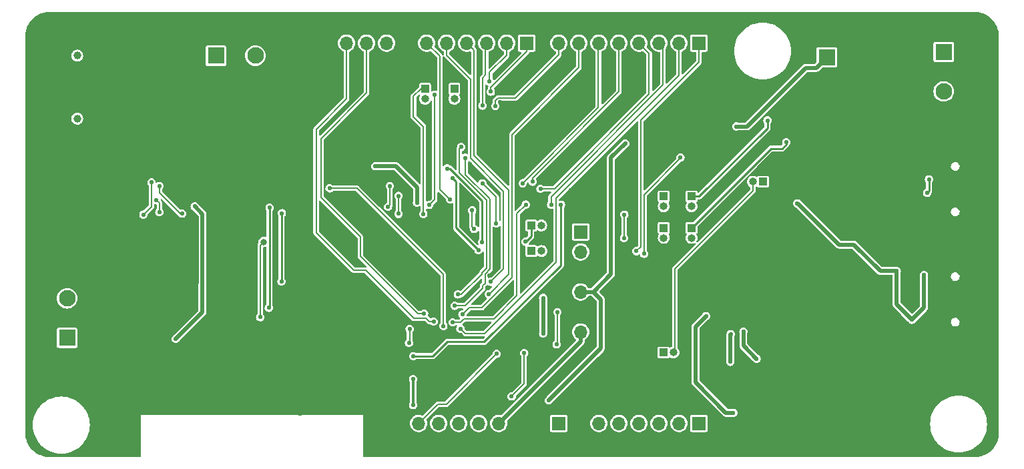
<source format=gbr>
%TF.GenerationSoftware,KiCad,Pcbnew,7.0.8*%
%TF.CreationDate,2024-02-15T12:40:34+05:30*%
%TF.ProjectId,ESP32-S3_DB,45535033-322d-4533-935f-44422e6b6963,rev?*%
%TF.SameCoordinates,Original*%
%TF.FileFunction,Copper,L4,Bot*%
%TF.FilePolarity,Positive*%
%FSLAX46Y46*%
G04 Gerber Fmt 4.6, Leading zero omitted, Abs format (unit mm)*
G04 Created by KiCad (PCBNEW 7.0.8) date 2024-02-15 12:40:34*
%MOMM*%
%LPD*%
G01*
G04 APERTURE LIST*
%TA.AperFunction,ComponentPad*%
%ADD10R,1.700000X1.700000*%
%TD*%
%TA.AperFunction,ComponentPad*%
%ADD11O,1.700000X1.700000*%
%TD*%
%TA.AperFunction,ComponentPad*%
%ADD12R,1.000000X1.000000*%
%TD*%
%TA.AperFunction,ComponentPad*%
%ADD13O,1.000000X1.000000*%
%TD*%
%TA.AperFunction,ComponentPad*%
%ADD14R,2.100000X2.100000*%
%TD*%
%TA.AperFunction,ComponentPad*%
%ADD15C,2.100000*%
%TD*%
%TA.AperFunction,ComponentPad*%
%ADD16O,2.000000X0.900000*%
%TD*%
%TA.AperFunction,ComponentPad*%
%ADD17O,1.700000X0.900000*%
%TD*%
%TA.AperFunction,ComponentPad*%
%ADD18C,1.000000*%
%TD*%
%TA.AperFunction,ComponentPad*%
%ADD19C,0.600000*%
%TD*%
%TA.AperFunction,ViaPad*%
%ADD20C,0.550000*%
%TD*%
%TA.AperFunction,ViaPad*%
%ADD21C,0.800000*%
%TD*%
%TA.AperFunction,Conductor*%
%ADD22C,0.500000*%
%TD*%
%TA.AperFunction,Conductor*%
%ADD23C,0.300000*%
%TD*%
%TA.AperFunction,Conductor*%
%ADD24C,0.200000*%
%TD*%
%TA.AperFunction,Conductor*%
%ADD25C,0.250000*%
%TD*%
G04 APERTURE END LIST*
D10*
%TO.P,J9,1,Pin_1*%
%TO.N,/RS-485_RX{slash}GPIO34*%
X162950000Y-113920001D03*
D11*
%TO.P,J9,2,Pin_2*%
%TO.N,/RS-485_TX{slash}GPIO33*%
X162950000Y-116460001D03*
%TO.P,J9,3,Pin_3*%
%TO.N,GND*%
X162950000Y-119000001D03*
%TO.P,J9,4,Pin_4*%
%TO.N,/3V3*%
X162950000Y-121540001D03*
%TO.P,J9,5,Pin_5*%
%TO.N,GND*%
X162950000Y-124080001D03*
%TO.P,J9,6,Pin_6*%
%TO.N,/5V*%
X162950000Y-126620001D03*
%TD*%
D12*
%TO.P,J6,1,Pin_1*%
%TO.N,/485_TRANS_TX*%
X156720000Y-116350000D03*
D13*
%TO.P,J6,2,Pin_2*%
%TO.N,/RS-485_TX{slash}GPIO33*%
X157990000Y-116350000D03*
%TD*%
D14*
%TO.P,J5,1,Pin_1*%
%TO.N,/5V*%
X194180000Y-91770000D03*
D15*
%TO.P,J5,2,Pin_2*%
%TO.N,GND*%
X199180000Y-91770000D03*
%TD*%
D12*
%TO.P,J11,1,Pin_1*%
%TO.N,/CAN_TXD{slash}MTCK*%
X146930000Y-95760000D03*
D13*
%TO.P,J11,2,Pin_2*%
%TO.N,/CAN_TRANS_TXD*%
X146930000Y-97030000D03*
%TD*%
D10*
%TO.P,J14,1,Pin_1*%
%TO.N,/GPIO6*%
X177970000Y-138230000D03*
D11*
%TO.P,J14,2,Pin_2*%
%TO.N,/GPIO5*%
X175430000Y-138230000D03*
%TO.P,J14,3,Pin_3*%
%TO.N,/GPIO4*%
X172890000Y-138230000D03*
%TO.P,J14,4,Pin_4*%
%TO.N,/GPIO3*%
X170350000Y-138230000D03*
%TO.P,J14,5,Pin_5*%
%TO.N,/GPIO2*%
X167810000Y-138230000D03*
%TO.P,J14,6,Pin_6*%
%TO.N,/GPIO1*%
X165270000Y-138230000D03*
%TD*%
D10*
%TO.P,J16,1,Pin_1*%
%TO.N,unconnected-(J16-Pin_1-Pad1)*%
X160190000Y-138230000D03*
D11*
%TO.P,J16,2,Pin_2*%
%TO.N,GND*%
X157650000Y-138230000D03*
%TO.P,J16,3,Pin_3*%
X155110000Y-138230000D03*
%TO.P,J16,4,Pin_4*%
%TO.N,/5V*%
X152570000Y-138230000D03*
%TO.P,J16,5,Pin_5*%
%TO.N,/3V3*%
X150030000Y-138230000D03*
%TO.P,J16,6,Pin_6*%
%TO.N,/RESET*%
X147490000Y-138230000D03*
%TO.P,J16,7,Pin_7*%
%TO.N,unconnected-(J16-Pin_7-Pad7)*%
X144950000Y-138230000D03*
%TO.P,J16,8,Pin_8*%
%TO.N,/R4_~{RE}_DE*%
X142410000Y-138230000D03*
%TD*%
D12*
%TO.P,J22,1,Pin_1*%
%TO.N,/USB-TO-UART/DTR*%
X186080000Y-107560000D03*
D13*
%TO.P,J22,2,Pin_2*%
%TO.N,/TNOW*%
X184810000Y-107560000D03*
%TD*%
D12*
%TO.P,J18,1,Pin_1*%
%TO.N,/R4_~{RE}_DE*%
X173460000Y-129230000D03*
D13*
%TO.P,J18,2,Pin_2*%
%TO.N,/TNOW*%
X174730000Y-129230000D03*
%TD*%
D16*
%TO.P,J1,S,SHIELD*%
%TO.N,GND*%
X209975000Y-112825000D03*
D17*
X214145000Y-112825000D03*
D16*
X209975000Y-104175000D03*
D17*
X214145000Y-104175000D03*
%TD*%
D12*
%TO.P,J17,1,Pin_1*%
%TO.N,/485_TRANS_RX*%
X173490000Y-109420000D03*
D13*
%TO.P,J17,2,Pin_2*%
%TO.N,/U2U_TXD*%
X173490000Y-110690000D03*
%TD*%
D12*
%TO.P,J20,1,Pin_1*%
%TO.N,/U2U_CONN_RX*%
X177010000Y-113410000D03*
D13*
%TO.P,J20,2,Pin_2*%
%TO.N,/U2U_RXD*%
X177010000Y-114680000D03*
%TD*%
D14*
%TO.P,J2,1,Pin_1*%
%TO.N,/RS485_N*%
X97820000Y-127350000D03*
D15*
%TO.P,J2,2,Pin_2*%
%TO.N,/RS485_P*%
X97820000Y-122350000D03*
%TO.P,J2,3,Pin_3*%
%TO.N,GND*%
X97820000Y-117350000D03*
%TD*%
D12*
%TO.P,J7,1,Pin_1*%
%TO.N,/485_TRANS_RX*%
X156680000Y-113100000D03*
D13*
%TO.P,J7,2,Pin_2*%
%TO.N,/RS-485_RX{slash}GPIO34*%
X157950000Y-113100000D03*
%TD*%
D14*
%TO.P,J3,1,Pin_1*%
%TO.N,/CAN_P*%
X116700000Y-91550000D03*
D15*
%TO.P,J3,2,Pin_2*%
%TO.N,/CAN_N*%
X121700000Y-91550000D03*
%TO.P,J3,3,Pin_3*%
%TO.N,GND*%
X126700000Y-91550000D03*
%TD*%
D18*
%TO.P,J8,*%
%TO.N,*%
X99100000Y-91550000D03*
X99100000Y-99550000D03*
%TD*%
D12*
%TO.P,J10,1,Pin_1*%
%TO.N,/485_TRANS_TX*%
X173490000Y-113410000D03*
D13*
%TO.P,J10,2,Pin_2*%
%TO.N,/U2U_RXD*%
X173490000Y-114680000D03*
%TD*%
D10*
%TO.P,J15,1,Pin_1*%
%TO.N,/CAN_TXD{slash}MTCK*%
X156126000Y-89970000D03*
D11*
%TO.P,J15,2,Pin_2*%
%TO.N,/CAN_RXD{slash}MTDO*%
X153586000Y-89970000D03*
%TO.P,J15,3,Pin_3*%
%TO.N,/GPIO13*%
X151046000Y-89970000D03*
%TO.P,J15,4,Pin_4*%
%TO.N,/GPIO17*%
X148506000Y-89970000D03*
%TO.P,J15,5,Pin_5*%
%TO.N,/GPIO18*%
X145966000Y-89970000D03*
%TO.P,J15,6,Pin_6*%
%TO.N,/GPIO40*%
X143426000Y-89970000D03*
%TO.P,J15,7,Pin_7*%
%TO.N,GND*%
X140886000Y-89970000D03*
%TO.P,J15,8,Pin_8*%
%TO.N,/3V3*%
X138346000Y-89970000D03*
%TO.P,J15,9,Pin_9*%
%TO.N,/GPIO7*%
X135806000Y-89970000D03*
%TO.P,J15,10,Pin_10*%
%TO.N,/GPIO8*%
X133266000Y-89970000D03*
%TD*%
D12*
%TO.P,J12,1,Pin_1*%
%TO.N,/CAN_RXD{slash}MTDO*%
X143220000Y-95760000D03*
D13*
%TO.P,J12,2,Pin_2*%
%TO.N,/CAN_TRANS_RXD*%
X143220000Y-97030000D03*
%TD*%
D19*
%TO.P,AE1,2,Shield*%
%TO.N,GND*%
X127400000Y-136950000D03*
%TD*%
D16*
%TO.P,J4,S,SHIELD*%
%TO.N,GND*%
X209975000Y-126815000D03*
D17*
X214145000Y-126815000D03*
D16*
X209975000Y-118165000D03*
D17*
X214145000Y-118165000D03*
%TD*%
D12*
%TO.P,J19,1,Pin_1*%
%TO.N,/U2U_CONN_TX*%
X177010000Y-109420000D03*
D13*
%TO.P,J19,2,Pin_2*%
%TO.N,/U2U_TXD*%
X177010000Y-110690000D03*
%TD*%
D10*
%TO.P,J13,1,Pin_1*%
%TO.N,/GPIO21*%
X177970000Y-89970000D03*
D11*
%TO.P,J13,2,Pin_2*%
%TO.N,/GPIO10*%
X175430000Y-89970000D03*
%TO.P,J13,3,Pin_3*%
%TO.N,/GPIO11*%
X172890000Y-89970000D03*
%TO.P,J13,4,Pin_4*%
%TO.N,/GPIO35*%
X170350000Y-89970000D03*
%TO.P,J13,5,Pin_5*%
%TO.N,/GPIO36*%
X167810000Y-89970000D03*
%TO.P,J13,6,Pin_6*%
%TO.N,/GPIO37*%
X165270000Y-89970000D03*
%TO.P,J13,7,Pin_7*%
%TO.N,/GPIO14*%
X162730000Y-89970000D03*
%TO.P,J13,8,Pin_8*%
%TO.N,/GPIO12*%
X160190000Y-89970000D03*
%TD*%
D14*
%TO.P,J21,1,Pin_1*%
%TO.N,/U2U_CONN_TX*%
X209000000Y-91090000D03*
D15*
%TO.P,J21,2,Pin_2*%
%TO.N,/U2U_CONN_RX*%
X209000000Y-96090000D03*
%TD*%
D20*
%TO.N,GND*%
X130600000Y-108974500D03*
X93120000Y-108090000D03*
X192850000Y-115410000D03*
X145117705Y-126482295D03*
X179520000Y-109210000D03*
X126500000Y-103200000D03*
X193050000Y-116130000D03*
X194000000Y-122700000D03*
X188200000Y-131500000D03*
X134420000Y-116370000D03*
X153600000Y-107100000D03*
X125000000Y-129200000D03*
X144000000Y-131000000D03*
X127000000Y-132100000D03*
X189700000Y-133000000D03*
X114300000Y-99000000D03*
X190700000Y-130800000D03*
X154870000Y-108030000D03*
X138580000Y-127350000D03*
X192870000Y-116960000D03*
X162300000Y-110500000D03*
X143750000Y-99000000D03*
X139100000Y-102800000D03*
X171800000Y-116800000D03*
X93190000Y-140070000D03*
X193200000Y-122700000D03*
X126000000Y-102500000D03*
X192040000Y-116970000D03*
X140800000Y-103400000D03*
X93280000Y-99960000D03*
X150000000Y-107100000D03*
X181110000Y-126840000D03*
X203800000Y-119400000D03*
X215370000Y-92030000D03*
X161400000Y-110450000D03*
X188800000Y-122700000D03*
X169240000Y-129750000D03*
X161660000Y-108650000D03*
X117930000Y-128110000D03*
X122600000Y-110800000D03*
X178100000Y-141950000D03*
X187630000Y-109780000D03*
X187400000Y-100400000D03*
X206460000Y-109660000D03*
X188300000Y-121200000D03*
X173230000Y-86520000D03*
X178310000Y-123970000D03*
X132200000Y-122200000D03*
X116990000Y-128530000D03*
X93180000Y-114520000D03*
X124400000Y-103200000D03*
X215330000Y-137230000D03*
X189500000Y-122700000D03*
X130100000Y-124300000D03*
X128600000Y-125800000D03*
X122107919Y-125474470D03*
X181400000Y-104900000D03*
X133600000Y-120800000D03*
X139500000Y-129900000D03*
X136670000Y-114470000D03*
X133860000Y-116820000D03*
X191400000Y-123700000D03*
X202360000Y-86590000D03*
X208130000Y-141920000D03*
X196900000Y-123800000D03*
X158530000Y-109810000D03*
X133820000Y-117620000D03*
X130800000Y-123600000D03*
X160050000Y-105760000D03*
X104650000Y-105850000D03*
X134900000Y-121600000D03*
X191800000Y-104000000D03*
X134200000Y-99800000D03*
X126700000Y-129700000D03*
X192050000Y-115230000D03*
X128900000Y-99900000D03*
X206000000Y-101700000D03*
X126500000Y-101900000D03*
X182800000Y-136100000D03*
X163400000Y-133900000D03*
X190900000Y-122700000D03*
X152320000Y-96100000D03*
X109570000Y-128850000D03*
X189550000Y-110070000D03*
X180600000Y-104900000D03*
X161900000Y-134300000D03*
X188300000Y-120500000D03*
X192860000Y-131420000D03*
X153300000Y-121600000D03*
X125790000Y-103250000D03*
X127100000Y-105100000D03*
X190200000Y-120800000D03*
X187800000Y-122500000D03*
X197100000Y-120900000D03*
X200600000Y-119900000D03*
X192900000Y-111080000D03*
X158100000Y-107200000D03*
X108670000Y-106770000D03*
X180300000Y-133700000D03*
X93400000Y-93520000D03*
X104700000Y-124700000D03*
X182100000Y-103700000D03*
X146550000Y-110600000D03*
X185800000Y-121700000D03*
X203800000Y-101700000D03*
X153300000Y-98100000D03*
X128800000Y-105800000D03*
X188100000Y-132900000D03*
X127900000Y-126400000D03*
X215420000Y-130750000D03*
X194800000Y-122700000D03*
X150500000Y-124300000D03*
X94210000Y-86930000D03*
X185800000Y-120900000D03*
X93140000Y-126510000D03*
X198900000Y-121700000D03*
X194730000Y-86490000D03*
X209800000Y-86590000D03*
X181000000Y-133400000D03*
X153300000Y-101600000D03*
X201650000Y-141790000D03*
X191500000Y-103300000D03*
X127100000Y-105800000D03*
X191600000Y-122700000D03*
X206700000Y-103400000D03*
X148918767Y-105331233D03*
X125800000Y-128500000D03*
X138000000Y-119200000D03*
X128800000Y-105100000D03*
X126500000Y-127800000D03*
X149210000Y-134760000D03*
X188870000Y-101610000D03*
X181800000Y-135900000D03*
X147700000Y-127000000D03*
X134900000Y-110410000D03*
X106660000Y-111810000D03*
X131600000Y-124800000D03*
X143650000Y-106100000D03*
X153300000Y-104400000D03*
X115000000Y-99200000D03*
X126400000Y-136800000D03*
X133600000Y-122800000D03*
X196780000Y-141840000D03*
X130350000Y-113450000D03*
X136120000Y-115080000D03*
X188200000Y-132200000D03*
X117000000Y-126800000D03*
X121670000Y-86410000D03*
X153300000Y-100900000D03*
X179400000Y-133700000D03*
X176600000Y-131300000D03*
X170300000Y-132100000D03*
X145200000Y-132300000D03*
X153300000Y-102300000D03*
X183100000Y-105800000D03*
X108900000Y-93300000D03*
X129300000Y-125100000D03*
X195500000Y-122700000D03*
X161210000Y-109460000D03*
X138080000Y-125160000D03*
X133000000Y-123400000D03*
X178800000Y-133100000D03*
X153300000Y-99500000D03*
X149400000Y-125700000D03*
X116790000Y-111240000D03*
X215420000Y-125050000D03*
X118000000Y-127310000D03*
X202700000Y-101700000D03*
X93140000Y-120730000D03*
X201900000Y-102400000D03*
X201900000Y-103500000D03*
X127220000Y-101650000D03*
X113600000Y-111600000D03*
X168100000Y-132500000D03*
X203920000Y-110780000D03*
X187000000Y-122500000D03*
X124700000Y-130200000D03*
X146150000Y-119320000D03*
X210080000Y-112130000D03*
X194100000Y-123700000D03*
X127300000Y-103380000D03*
X127100000Y-99900000D03*
X206400000Y-106900000D03*
X179240000Y-116050000D03*
X117980000Y-118880000D03*
X147518960Y-122596527D03*
X190800000Y-104900000D03*
X126400000Y-130500000D03*
X176470000Y-104600000D03*
X124200000Y-111500000D03*
X93080000Y-134060000D03*
X127900000Y-98800000D03*
X181000000Y-132700000D03*
X178800000Y-132300000D03*
X125080000Y-101650000D03*
X127100000Y-99200000D03*
X153300000Y-105800000D03*
X203560000Y-113430000D03*
X105930000Y-86550000D03*
X139100000Y-103600000D03*
X136400000Y-127730000D03*
X134400000Y-120100000D03*
X106950000Y-124725500D03*
X127700000Y-135700000D03*
X126400000Y-134800000D03*
X199800000Y-126400000D03*
X188800000Y-133000000D03*
X190200000Y-121700000D03*
X139850000Y-108500000D03*
X199700000Y-113600000D03*
X113600000Y-99000000D03*
X181700000Y-103200000D03*
X192460000Y-114200000D03*
X153900000Y-129600000D03*
X151400000Y-119500000D03*
X130900000Y-125500000D03*
X193000000Y-120800000D03*
X129500000Y-126900000D03*
X132300000Y-124100000D03*
X151100000Y-121000000D03*
X191700000Y-104800000D03*
X127400000Y-129000000D03*
X153300000Y-98800000D03*
X147000000Y-124300000D03*
X140750000Y-110100000D03*
X160050000Y-106700000D03*
X206800000Y-102400000D03*
X135200000Y-98200000D03*
X111400000Y-93300000D03*
X215260000Y-115490000D03*
X136300000Y-106100000D03*
X149400000Y-124300000D03*
X107390000Y-107660000D03*
X171580000Y-130930000D03*
X201800000Y-127000000D03*
X131500000Y-122900000D03*
X180640000Y-108010000D03*
X139500000Y-117750000D03*
X126300000Y-133000000D03*
X153300000Y-100200000D03*
X186100000Y-122500000D03*
X135400000Y-99000000D03*
X135610000Y-115620000D03*
X106500000Y-101900000D03*
X188220000Y-141970000D03*
X132900000Y-121500000D03*
X145150000Y-110150000D03*
X186010000Y-129620000D03*
X215410000Y-106050000D03*
X153300000Y-105100000D03*
X215380000Y-96530000D03*
X185600000Y-131700000D03*
X168600000Y-110900000D03*
X184330000Y-86470000D03*
X204900000Y-101700000D03*
X128800000Y-99100000D03*
X134150000Y-112900000D03*
X155890000Y-86490000D03*
X137030000Y-127030000D03*
X104100000Y-109100000D03*
X153300000Y-103000000D03*
X199000000Y-118700000D03*
X157850000Y-109250000D03*
X115100000Y-100000000D03*
X104600000Y-99900000D03*
X148400000Y-111450000D03*
X124400000Y-101800000D03*
X135620000Y-128470000D03*
X147700000Y-102350000D03*
X139850000Y-131180000D03*
X128100000Y-128300000D03*
X128400000Y-136800000D03*
X153300000Y-106500000D03*
X115100000Y-100700000D03*
X196900000Y-123100000D03*
X137850000Y-110150000D03*
X190200000Y-122700000D03*
X114600000Y-102000000D03*
X169230000Y-116090000D03*
X153300000Y-103700000D03*
X175190000Y-116170000D03*
X135100000Y-99800000D03*
X204230000Y-125500000D03*
X215370000Y-110570000D03*
X130200000Y-126200000D03*
X107500000Y-121700000D03*
X128800000Y-127600000D03*
X192400000Y-122700000D03*
X215500000Y-100220000D03*
X125050000Y-103250000D03*
X205620000Y-111970000D03*
X193000000Y-121700000D03*
X136500000Y-121100000D03*
X137740000Y-115410000D03*
X200500000Y-128900000D03*
X188350000Y-106600000D03*
X137230000Y-114860000D03*
X196200000Y-122700000D03*
X138300000Y-124090000D03*
X127200000Y-127100000D03*
X136010000Y-86450000D03*
X114800000Y-101300000D03*
X181100000Y-130150000D03*
X126300000Y-131200000D03*
X124600000Y-131200000D03*
X182000000Y-104400000D03*
X152740000Y-97490000D03*
X135600000Y-121100000D03*
X134300000Y-122200000D03*
X215220000Y-119810000D03*
X125800000Y-101800000D03*
X168200000Y-115500000D03*
X127800000Y-124400000D03*
X127100000Y-135700000D03*
X182800000Y-126870000D03*
X138800000Y-118400000D03*
X158920000Y-121130000D03*
X154600000Y-129000000D03*
%TO.N,/3V3*%
X158200000Y-122300000D03*
X114000000Y-110690000D03*
X142200000Y-110200000D03*
X141700000Y-132600000D03*
X158200000Y-126800000D03*
X158900000Y-135300000D03*
X111600000Y-127500000D03*
X168600000Y-102700000D03*
X141700000Y-135900000D03*
X114950000Y-120750000D03*
X136913236Y-105586764D03*
%TO.N,/RESET*%
X160000000Y-124100000D03*
X159900000Y-128200000D03*
X175620000Y-104470000D03*
X155800000Y-129300000D03*
X154200000Y-134800000D03*
X171000000Y-116700000D03*
%TO.N,/5V*%
X206500000Y-119400000D03*
X190440000Y-110290000D03*
X204980000Y-125080000D03*
X203040000Y-118900000D03*
X182720000Y-100540000D03*
%TO.N,/BOOT*%
X160450000Y-110480000D03*
X141740000Y-129690000D03*
%TO.N,/~{MCU_SL_CS}*%
X108520000Y-107650000D03*
X107500000Y-111720000D03*
%TO.N,/MCU_SL_MOSI*%
X112400000Y-111600000D03*
X109500000Y-108100000D03*
%TO.N,/MCU_SL_CLK*%
X109520000Y-111410000D03*
X109150000Y-109890000D03*
%TO.N,/R4_~{RE}_DE*%
X122300000Y-124750000D03*
D21*
X122750000Y-115200000D03*
D20*
X131100000Y-108400000D03*
X145544638Y-125857105D03*
X152300000Y-129400000D03*
%TO.N,/GPIO14*%
X147950500Y-124400000D03*
%TO.N,/GPIO2*%
X141180000Y-128020000D03*
X141256233Y-126243767D03*
%TO.N,/GPIO40*%
X146400000Y-109799500D03*
%TO.N,/GPIO8*%
X144300000Y-125300000D03*
%TO.N,/GPIO36*%
X156850000Y-107550000D03*
%TO.N,/GPIO35*%
X157850000Y-108450000D03*
%TO.N,/GPIO21*%
X170020000Y-116370000D03*
%TO.N,/GPIO18*%
X151555000Y-120255000D03*
%TO.N,/GPIO17*%
X151317320Y-121817320D03*
%TO.N,Net-(U3-SW)*%
X185270000Y-130005500D03*
X183590000Y-126600000D03*
%TO.N,Net-(U3-BAT)*%
X181930000Y-130410000D03*
X181990000Y-126880000D03*
%TO.N,Net-(U3-KEY)*%
X178860000Y-124600000D03*
X182310000Y-136880000D03*
%TO.N,Net-(J1-D+-PadA6)*%
X206900000Y-108974500D03*
X207130000Y-107250000D03*
%TO.N,/U2U_TXD*%
X150500000Y-107750000D03*
X152250000Y-112850000D03*
X138750000Y-108100000D03*
X138513081Y-110736919D03*
%TO.N,/485_TRANS_TX*%
X125000000Y-120200000D03*
X150000000Y-116250000D03*
X125050000Y-111550000D03*
X146750000Y-107100000D03*
%TO.N,/485_TRANS_RX*%
X123500000Y-110850000D03*
X155950000Y-115154500D03*
X150450000Y-115200000D03*
X146024500Y-105875000D03*
X123400000Y-123550000D03*
%TO.N,/U2U_RXD*%
X168500000Y-111725500D03*
X139850000Y-109350000D03*
X149200000Y-111200000D03*
X149450000Y-113550000D03*
X168450000Y-114700000D03*
X139850000Y-111628152D03*
%TO.N,/U2U_CONN_TX*%
X186650000Y-99780000D03*
%TO.N,/U2U_CONN_RX*%
X189030000Y-102560000D03*
%TO.N,/GPIO7*%
X143104500Y-124297288D03*
%TO.N,/GPIO10*%
X147700000Y-126200000D03*
%TO.N,/GPIO11*%
X156000000Y-110450000D03*
X159210418Y-110463642D03*
X146706233Y-125393767D03*
%TO.N,/GPIO12*%
X152135129Y-97932588D03*
X148360000Y-104520000D03*
X146974500Y-123300000D03*
%TO.N,/GPIO13*%
X150500000Y-97900000D03*
X147800000Y-103150000D03*
X147374500Y-121861079D03*
%TO.N,/CAN_RXD{slash}MTDO*%
X143000000Y-111650000D03*
X151409500Y-94860000D03*
%TO.N,/CAN_TXD{slash}MTCK*%
X151571011Y-96127740D03*
X144450000Y-96500000D03*
X143750000Y-110500000D03*
%TO.N,/GPIO37*%
X155600000Y-107750000D03*
%TD*%
D22*
%TO.N,/3V3*%
X139536764Y-105586764D02*
X142200000Y-108250000D01*
X166800000Y-104500000D02*
X166800000Y-119280002D01*
X115000000Y-111690000D02*
X114000000Y-110690000D01*
X114950000Y-124150000D02*
X111600000Y-127500000D01*
X158900000Y-135300000D02*
X165500000Y-128700000D01*
X165500000Y-128700000D02*
X165500000Y-122500000D01*
X165500000Y-122500000D02*
X164540001Y-121540001D01*
X164540001Y-121540001D02*
X162950000Y-121540001D01*
X114950000Y-120750000D02*
X115000000Y-120700000D01*
X114950000Y-120750000D02*
X114950000Y-124150000D01*
X166800000Y-119280002D02*
X164540001Y-121540001D01*
X158200000Y-122300000D02*
X158200000Y-126800000D01*
X142200000Y-108250000D02*
X142200000Y-110200000D01*
X115000000Y-120700000D02*
X115000000Y-111690000D01*
D23*
X141700000Y-132600000D02*
X141700000Y-135900000D01*
D22*
X136913236Y-105586764D02*
X139536764Y-105586764D01*
X168600000Y-102700000D02*
X166800000Y-104500000D01*
D24*
%TO.N,/RESET*%
X175620000Y-104597107D02*
X171000000Y-109217107D01*
X171000000Y-109217107D02*
X171000000Y-116600000D01*
X154200000Y-134800000D02*
X155800000Y-133200000D01*
X160000000Y-128100000D02*
X160000000Y-124100000D01*
X159900000Y-128200000D02*
X160000000Y-128100000D01*
X175620000Y-104470000D02*
X175620000Y-104597107D01*
X155800000Y-133200000D02*
X155800000Y-129300000D01*
D22*
%TO.N,/5V*%
X195740000Y-115540000D02*
X197610000Y-115540000D01*
X152570000Y-138230000D02*
X162950000Y-127850000D01*
X190490000Y-110290000D02*
X195740000Y-115540000D01*
X191470000Y-93110000D02*
X184040000Y-100540000D01*
X206500000Y-123560000D02*
X206500000Y-119400000D01*
X192830000Y-93110000D02*
X191470000Y-93110000D01*
X203040000Y-118900000D02*
X203040000Y-123140000D01*
X203040000Y-123140000D02*
X204980000Y-125080000D01*
X162950000Y-127850000D02*
X162950000Y-126620001D01*
D25*
X192840000Y-93110000D02*
X192830000Y-93110000D01*
D22*
X200970000Y-118900000D02*
X203040000Y-118900000D01*
X184040000Y-100540000D02*
X182720000Y-100540000D01*
X204980000Y-125080000D02*
X206500000Y-123560000D01*
X194180000Y-91770000D02*
X192840000Y-93110000D01*
X197610000Y-115540000D02*
X200970000Y-118900000D01*
X190440000Y-110290000D02*
X190490000Y-110290000D01*
D25*
%TO.N,/BOOT*%
X144210000Y-129690000D02*
X146030000Y-127870000D01*
X150730000Y-127870000D02*
X160450000Y-118150000D01*
X160450000Y-118150000D02*
X160450000Y-110480000D01*
X146030000Y-127870000D02*
X150730000Y-127870000D01*
X141740000Y-129690000D02*
X144210000Y-129690000D01*
D24*
%TO.N,/~{MCU_SL_CS}*%
X108500000Y-107670000D02*
X108500000Y-110720000D01*
X108500000Y-110720000D02*
X107500000Y-111720000D01*
X108520000Y-107650000D02*
X108500000Y-107670000D01*
%TO.N,/MCU_SL_MOSI*%
X112160000Y-111600000D02*
X109500000Y-108940000D01*
X109500000Y-108940000D02*
X109500000Y-108100000D01*
X112400000Y-111600000D02*
X112160000Y-111600000D01*
%TO.N,/MCU_SL_CLK*%
X109520000Y-110260000D02*
X109150000Y-109890000D01*
X109520000Y-111410000D02*
X109520000Y-110260000D01*
%TO.N,/R4_~{RE}_DE*%
X145500000Y-125812467D02*
X145500000Y-119300000D01*
X145930500Y-135780000D02*
X144860000Y-135780000D01*
X122300000Y-115650000D02*
X122300000Y-124750000D01*
X152300000Y-129410500D02*
X145930500Y-135780000D01*
X144860000Y-135780000D02*
X142410000Y-138230000D01*
X152300000Y-129400000D02*
X152300000Y-129410500D01*
X122750000Y-115200000D02*
X122300000Y-115650000D01*
X134600000Y-108400000D02*
X131100000Y-108400000D01*
X145544638Y-125857105D02*
X145500000Y-125812467D01*
X145500000Y-119300000D02*
X134600000Y-108400000D01*
%TO.N,/GPIO14*%
X150397107Y-123550000D02*
X154240000Y-119707107D01*
X147950500Y-124400000D02*
X148800500Y-123550000D01*
X162730000Y-93070000D02*
X162730000Y-89970000D01*
X154240000Y-101560000D02*
X162730000Y-93070000D01*
X148800500Y-123550000D02*
X150397107Y-123550000D01*
X154240000Y-119707107D02*
X154240000Y-101560000D01*
%TO.N,/GPIO2*%
X141256233Y-127943767D02*
X141256233Y-126243767D01*
X141180000Y-128020000D02*
X141256233Y-127943767D01*
%TO.N,/GPIO40*%
X145100000Y-91644000D02*
X143426000Y-89970000D01*
X146400000Y-109799500D02*
X145100000Y-108499500D01*
X145100000Y-108499500D02*
X145100000Y-91644000D01*
%TO.N,/GPIO8*%
X143342673Y-124872288D02*
X141772288Y-124872288D01*
X133266000Y-97034000D02*
X133266000Y-89970000D01*
X135700000Y-118800000D02*
X134186827Y-118800000D01*
X143770385Y-125300000D02*
X143342673Y-124872288D01*
X129400000Y-100900000D02*
X133266000Y-97034000D01*
X134186827Y-118800000D02*
X129400000Y-114013173D01*
X144300000Y-125300000D02*
X143770385Y-125300000D01*
X141772288Y-124872288D02*
X135700000Y-118800000D01*
X129400000Y-114013173D02*
X129400000Y-100900000D01*
%TO.N,/GPIO36*%
X167800000Y-96115686D02*
X167800000Y-89980000D01*
X156850000Y-107065686D02*
X167800000Y-96115686D01*
X167800000Y-89980000D02*
X167810000Y-89970000D01*
X156850000Y-107550000D02*
X156850000Y-107065686D01*
%TO.N,/GPIO35*%
X159634314Y-108450000D02*
X171640000Y-96444314D01*
X171640000Y-91260000D02*
X170350000Y-89970000D01*
X171640000Y-96444314D02*
X171640000Y-91260000D01*
X157850000Y-108450000D02*
X159634314Y-108450000D01*
%TO.N,/GPIO21*%
X170600000Y-115790000D02*
X170600000Y-99700000D01*
X170600000Y-99700000D02*
X177970000Y-92330000D01*
X170020000Y-116370000D02*
X170600000Y-115790000D01*
X177970000Y-92330000D02*
X177970000Y-89970000D01*
%TO.N,/GPIO18*%
X151555000Y-120255000D02*
X153170000Y-118640000D01*
X149000000Y-104600000D02*
X149000000Y-94580000D01*
X153170000Y-118640000D02*
X153170000Y-108770000D01*
X153170000Y-108770000D02*
X149000000Y-104600000D01*
X149000000Y-94580000D02*
X145966000Y-91546000D01*
X145966000Y-91546000D02*
X145966000Y-89970000D01*
%TO.N,/GPIO17*%
X153840000Y-108630000D02*
X149400000Y-104190000D01*
X149400000Y-104190000D02*
X149400000Y-90864000D01*
X151342680Y-121817320D02*
X153840000Y-119320000D01*
X151317320Y-121817320D02*
X151342680Y-121817320D01*
X149400000Y-90864000D02*
X148506000Y-89970000D01*
X153840000Y-119320000D02*
X153840000Y-108630000D01*
D22*
%TO.N,Net-(U3-SW)*%
X185270000Y-130005500D02*
X185235500Y-130005500D01*
X183590000Y-128360000D02*
X183590000Y-126600000D01*
X185235500Y-130005500D02*
X183590000Y-128360000D01*
%TO.N,Net-(U3-BAT)*%
X181930000Y-126940000D02*
X181990000Y-126880000D01*
X181930000Y-130410000D02*
X181930000Y-126940000D01*
%TO.N,Net-(U3-KEY)*%
X177500000Y-133000000D02*
X181380000Y-136880000D01*
X177500000Y-125960000D02*
X177500000Y-133000000D01*
X178860000Y-124600000D02*
X177500000Y-125960000D01*
X181380000Y-136880000D02*
X182310000Y-136880000D01*
D25*
%TO.N,Net-(J1-D+-PadA6)*%
X207130000Y-107250000D02*
X207130000Y-108744500D01*
X207130000Y-108744500D02*
X206900000Y-108974500D01*
D24*
%TO.N,/TNOW*%
X184810000Y-108690000D02*
X174880000Y-118620000D01*
X184810000Y-107560000D02*
X184810000Y-108690000D01*
X174880000Y-118620000D02*
X174880000Y-129080000D01*
X174880000Y-129080000D02*
X174730000Y-129230000D01*
%TO.N,/U2U_TXD*%
X152250000Y-109500000D02*
X152250000Y-112850000D01*
X138750000Y-108100000D02*
X138750000Y-110500000D01*
X138750000Y-110500000D02*
X138513081Y-110736919D01*
X150500000Y-107750000D02*
X152250000Y-109500000D01*
D25*
%TO.N,/485_TRANS_TX*%
X147150000Y-113400000D02*
X150000000Y-116250000D01*
X125000000Y-111600000D02*
X125050000Y-111550000D01*
X146750000Y-107100000D02*
X147150000Y-107500000D01*
X147150000Y-107500000D02*
X147150000Y-113400000D01*
X125000000Y-120200000D02*
X125000000Y-111600000D01*
%TO.N,/485_TRANS_RX*%
X123475000Y-123475000D02*
X123475000Y-110875000D01*
X123400000Y-123550000D02*
X123475000Y-123475000D01*
X150450000Y-109950000D02*
X150450000Y-115200000D01*
X123475000Y-110875000D02*
X123500000Y-110850000D01*
X146375000Y-105875000D02*
X150450000Y-109950000D01*
X155995500Y-115154500D02*
X156680000Y-114470000D01*
X146024500Y-105875000D02*
X146375000Y-105875000D01*
X156680000Y-114470000D02*
X156680000Y-113100000D01*
X155950000Y-115154500D02*
X155995500Y-115154500D01*
D24*
%TO.N,/U2U_RXD*%
X149450000Y-113550000D02*
X149200000Y-113300000D01*
X139850000Y-111628152D02*
X139850000Y-109350000D01*
X168450000Y-111775500D02*
X168500000Y-111725500D01*
X168450000Y-114700000D02*
X168450000Y-111775500D01*
X149200000Y-113300000D02*
X149200000Y-111200000D01*
D25*
%TO.N,/U2U_CONN_TX*%
X186650000Y-100750000D02*
X177980000Y-109420000D01*
X186650000Y-99780000D02*
X186650000Y-100750000D01*
X177980000Y-109420000D02*
X177010000Y-109420000D01*
%TO.N,/U2U_CONN_RX*%
X189030000Y-102560000D02*
X189030000Y-102810000D01*
X187080000Y-103340000D02*
X177010000Y-113410000D01*
X188500000Y-103340000D02*
X187080000Y-103340000D01*
X189030000Y-102810000D02*
X188500000Y-103340000D01*
D24*
%TO.N,/GPIO7*%
X142284115Y-124297288D02*
X135000000Y-117013173D01*
X135000000Y-114563173D02*
X130000000Y-109563173D01*
X130000000Y-109563173D02*
X130000000Y-102100000D01*
X130000000Y-102100000D02*
X135806000Y-96294000D01*
X135000000Y-117013173D02*
X135000000Y-114563173D01*
X135806000Y-96294000D02*
X135806000Y-89970000D01*
X143104500Y-124297288D02*
X142284115Y-124297288D01*
%TO.N,/GPIO10*%
X147938173Y-126425000D02*
X148313173Y-126800000D01*
X147925000Y-126425000D02*
X147938173Y-126425000D01*
X159830000Y-117770000D02*
X159830000Y-109666827D01*
X159830000Y-109666827D02*
X175430000Y-94066827D01*
X147700000Y-126200000D02*
X147925000Y-126425000D01*
X148313173Y-126800000D02*
X150800000Y-126800000D01*
X175430000Y-94066827D02*
X175430000Y-89970000D01*
X150800000Y-126800000D02*
X159830000Y-117770000D01*
%TO.N,/GPIO11*%
X148125000Y-124975000D02*
X151925000Y-124975000D01*
X151925000Y-124975000D02*
X154880000Y-122020000D01*
X159210418Y-109439582D02*
X173400000Y-95250000D01*
X159210418Y-110463642D02*
X159210418Y-109439582D01*
X154880000Y-122020000D02*
X154880000Y-111570000D01*
X173400000Y-90480000D02*
X172890000Y-89970000D01*
X154880000Y-111570000D02*
X156000000Y-110450000D01*
X146706233Y-125393767D02*
X146712466Y-125400000D01*
X147700000Y-125400000D02*
X148125000Y-124975000D01*
X146712466Y-125400000D02*
X147700000Y-125400000D01*
X173400000Y-95250000D02*
X173400000Y-90480000D01*
%TO.N,/GPIO12*%
X150525000Y-121075000D02*
X150525000Y-120761827D01*
X150825000Y-119261827D02*
X151450000Y-118636827D01*
X151450000Y-109750000D02*
X148343767Y-106643767D01*
X148343767Y-106643767D02*
X148343767Y-104536233D01*
X152135129Y-97932588D02*
X152252272Y-97815445D01*
X148343767Y-104536233D02*
X148360000Y-104520000D01*
X150525000Y-120761827D02*
X150825000Y-120461827D01*
X160190000Y-91410000D02*
X160190000Y-89970000D01*
X148300000Y-123300000D02*
X150525000Y-121075000D01*
X150825000Y-120461827D02*
X150825000Y-119261827D01*
X152165000Y-97728173D02*
X152165000Y-97251827D01*
X152165000Y-97251827D02*
X152501827Y-96915000D01*
X151450000Y-118636827D02*
X151450000Y-109750000D01*
X152252272Y-97815445D02*
X152165000Y-97728173D01*
X146974500Y-123300000D02*
X148300000Y-123300000D01*
X154685000Y-96915000D02*
X160190000Y-91410000D01*
X152501827Y-96915000D02*
X154685000Y-96915000D01*
%TO.N,/GPIO13*%
X151030000Y-118491141D02*
X151030000Y-109895686D01*
X147835162Y-121861079D02*
X150425000Y-119271241D01*
X150500000Y-97900000D02*
X150500000Y-94400000D01*
X150425000Y-119271241D02*
X150425000Y-119096141D01*
X147580000Y-103370000D02*
X147800000Y-103150000D01*
X151030000Y-109895686D02*
X147580000Y-106445686D01*
X150900000Y-94000000D02*
X150900000Y-90116000D01*
X150425000Y-119096141D02*
X151030000Y-118491141D01*
X150500000Y-94400000D02*
X150900000Y-94000000D01*
X147374500Y-121861079D02*
X147835162Y-121861079D01*
X150900000Y-90116000D02*
X151046000Y-89970000D01*
X147580000Y-106445686D02*
X147580000Y-103370000D01*
%TO.N,/CAN_RXD{slash}MTDO*%
X141750000Y-99300000D02*
X141750000Y-96700000D01*
X143000000Y-111650000D02*
X143000000Y-100550000D01*
X151409500Y-93680500D02*
X153586000Y-91504000D01*
X143000000Y-100550000D02*
X141750000Y-99300000D01*
X151409500Y-94860000D02*
X151409500Y-93680500D01*
X141750000Y-96700000D02*
X142690000Y-95760000D01*
X153586000Y-91504000D02*
X153586000Y-89970000D01*
X142690000Y-95760000D02*
X143220000Y-95760000D01*
%TO.N,/CAN_TXD{slash}MTCK*%
X151571011Y-95588989D02*
X156126000Y-91034000D01*
X144450000Y-109800000D02*
X143750000Y-110500000D01*
X151571011Y-96127740D02*
X151571011Y-95588989D01*
X144450000Y-96500000D02*
X144450000Y-109800000D01*
X156126000Y-91034000D02*
X156126000Y-89970000D01*
%TO.N,/GPIO37*%
X155600000Y-107750000D02*
X165200000Y-98150000D01*
X165200000Y-90040000D02*
X165270000Y-89970000D01*
X165200000Y-98150000D02*
X165200000Y-90040000D01*
%TD*%
%TA.AperFunction,Conductor*%
%TO.N,GND*%
G36*
X151598001Y-125344407D02*
G01*
X151633965Y-125393907D01*
X151633965Y-125455093D01*
X151609814Y-125494504D01*
X150683814Y-126420504D01*
X150629297Y-126448281D01*
X150613810Y-126449500D01*
X148499363Y-126449500D01*
X148441172Y-126430593D01*
X148429359Y-126420504D01*
X148257008Y-126248153D01*
X148229231Y-126193636D01*
X148228859Y-126191071D01*
X148211974Y-126062817D01*
X148159024Y-125934983D01*
X148074791Y-125825209D01*
X148074789Y-125825208D01*
X148074789Y-125825207D01*
X147992159Y-125761802D01*
X147957504Y-125711377D01*
X147959106Y-125650212D01*
X147982422Y-125613258D01*
X148166259Y-125429422D01*
X148241186Y-125354496D01*
X148295702Y-125326719D01*
X148311189Y-125325500D01*
X151539810Y-125325500D01*
X151598001Y-125344407D01*
G37*
%TD.AperFunction*%
%TA.AperFunction,Conductor*%
G36*
X154475445Y-120064085D02*
G01*
X154518710Y-120107350D01*
X154529500Y-120152295D01*
X154529500Y-121833810D01*
X154510593Y-121892001D01*
X154500504Y-121903814D01*
X151808814Y-124595504D01*
X151754297Y-124623281D01*
X151738810Y-124624500D01*
X148563866Y-124624500D01*
X148505675Y-124605593D01*
X148469711Y-124556093D01*
X148465713Y-124512579D01*
X148480535Y-124400000D01*
X148480534Y-124399998D01*
X148481357Y-124393754D01*
X148507698Y-124338530D01*
X148509466Y-124336714D01*
X148916686Y-123929496D01*
X148971202Y-123901719D01*
X148986689Y-123900500D01*
X150350488Y-123900500D01*
X150370803Y-123902607D01*
X150372951Y-123903057D01*
X150382422Y-123905043D01*
X150415819Y-123900879D01*
X150421944Y-123900500D01*
X150426148Y-123900500D01*
X150436897Y-123898706D01*
X150447647Y-123896912D01*
X150498500Y-123890573D01*
X150498503Y-123890571D01*
X150505536Y-123888477D01*
X150512484Y-123886092D01*
X150512488Y-123886092D01*
X150557551Y-123861704D01*
X150603591Y-123839198D01*
X150609577Y-123834923D01*
X150615363Y-123830420D01*
X150615718Y-123830035D01*
X150650064Y-123792724D01*
X154360498Y-120082289D01*
X154415013Y-120054514D01*
X154475445Y-120064085D01*
G37*
%TD.AperFunction*%
%TA.AperFunction,Conductor*%
G36*
X151232777Y-120670128D02*
G01*
X151289982Y-120714024D01*
X151417817Y-120766974D01*
X151555000Y-120785035D01*
X151639298Y-120773936D01*
X151699457Y-120785086D01*
X151741574Y-120829467D01*
X151749561Y-120890129D01*
X151722223Y-120942093D01*
X151404606Y-121259710D01*
X151350089Y-121287487D01*
X151321680Y-121287859D01*
X151318854Y-121287487D01*
X151317320Y-121287285D01*
X151180136Y-121305345D01*
X151180136Y-121305346D01*
X151052306Y-121358294D01*
X151052302Y-121358296D01*
X150942531Y-121442527D01*
X150942527Y-121442531D01*
X150858296Y-121552302D01*
X150858294Y-121552306D01*
X150805346Y-121680136D01*
X150805345Y-121680136D01*
X150787285Y-121817319D01*
X150787285Y-121817320D01*
X150801489Y-121925207D01*
X150805346Y-121954503D01*
X150858294Y-122082334D01*
X150858296Y-122082338D01*
X150942527Y-122192109D01*
X150942533Y-122192115D01*
X151032212Y-122260928D01*
X151066868Y-122311352D01*
X151065267Y-122372517D01*
X151041949Y-122409473D01*
X150280921Y-123170503D01*
X150226404Y-123198281D01*
X150210917Y-123199500D01*
X149135190Y-123199500D01*
X149076999Y-123180593D01*
X149041035Y-123131093D01*
X149041035Y-123069907D01*
X149065186Y-123030496D01*
X149455181Y-122640501D01*
X150739884Y-121355796D01*
X150755734Y-121342926D01*
X150765669Y-121336437D01*
X150786338Y-121309879D01*
X150790388Y-121305292D01*
X150793375Y-121302307D01*
X150793381Y-121302299D01*
X150806041Y-121284566D01*
X150837516Y-121244127D01*
X150841008Y-121237673D01*
X150844237Y-121231069D01*
X150844237Y-121231068D01*
X150844239Y-121231066D01*
X150858856Y-121181966D01*
X150875500Y-121133488D01*
X150875500Y-121133484D01*
X150876706Y-121126259D01*
X150877617Y-121118954D01*
X150875500Y-121067769D01*
X150875500Y-120948015D01*
X150894407Y-120889824D01*
X150904491Y-120878017D01*
X151039881Y-120742626D01*
X151055732Y-120729755D01*
X151065669Y-120723264D01*
X151086338Y-120696706D01*
X151090388Y-120692119D01*
X151093375Y-120689134D01*
X151093382Y-120689123D01*
X151096024Y-120686006D01*
X151096283Y-120686226D01*
X151096285Y-120686225D01*
X151096298Y-120686238D01*
X151097370Y-120687146D01*
X151141085Y-120654791D01*
X151202268Y-120654249D01*
X151232777Y-120670128D01*
G37*
%TD.AperFunction*%
%TA.AperFunction,Conductor*%
G36*
X152753547Y-113169366D02*
G01*
X152802089Y-113206613D01*
X152819500Y-113262687D01*
X152819500Y-118453809D01*
X152800593Y-118512000D01*
X152790504Y-118523813D01*
X151618322Y-119695994D01*
X151563805Y-119723771D01*
X151561241Y-119724143D01*
X151417815Y-119743026D01*
X151312385Y-119786696D01*
X151251388Y-119791496D01*
X151199219Y-119759527D01*
X151175805Y-119702999D01*
X151175500Y-119695232D01*
X151175500Y-119448016D01*
X151194407Y-119389825D01*
X151204496Y-119378013D01*
X151664879Y-118917629D01*
X151680734Y-118904753D01*
X151690669Y-118898264D01*
X151711338Y-118871706D01*
X151715388Y-118867119D01*
X151718375Y-118864134D01*
X151731044Y-118846389D01*
X151762517Y-118805953D01*
X151762519Y-118805945D01*
X151766021Y-118799476D01*
X151769238Y-118792895D01*
X151769237Y-118792895D01*
X151769239Y-118792894D01*
X151783858Y-118743789D01*
X151800500Y-118695315D01*
X151800500Y-118695314D01*
X151801706Y-118688086D01*
X151802617Y-118680781D01*
X151800500Y-118629596D01*
X151800500Y-113368218D01*
X151819407Y-113310027D01*
X151868907Y-113274063D01*
X151930093Y-113274063D01*
X151959768Y-113289677D01*
X151984976Y-113309020D01*
X151984978Y-113309021D01*
X151984982Y-113309024D01*
X152112817Y-113361974D01*
X152250000Y-113380035D01*
X152387183Y-113361974D01*
X152515018Y-113309024D01*
X152624791Y-113224791D01*
X152641958Y-113202419D01*
X152692383Y-113167764D01*
X152753547Y-113169366D01*
G37*
%TD.AperFunction*%
%TA.AperFunction,Conductor*%
G36*
X147694504Y-107725541D02*
G01*
X150045504Y-110076541D01*
X150073281Y-110131058D01*
X150074500Y-110146545D01*
X150074500Y-113208990D01*
X150055593Y-113267181D01*
X150006093Y-113303145D01*
X149944907Y-113303145D01*
X149896958Y-113269258D01*
X149845670Y-113202419D01*
X149824791Y-113175209D01*
X149824789Y-113175208D01*
X149824789Y-113175207D01*
X149715018Y-113090976D01*
X149715017Y-113090975D01*
X149611614Y-113048145D01*
X149565089Y-113008408D01*
X149550500Y-112956681D01*
X149550500Y-111640053D01*
X149569407Y-111581862D01*
X149570959Y-111579785D01*
X149639111Y-111490969D01*
X149659024Y-111465018D01*
X149711974Y-111337183D01*
X149730035Y-111200000D01*
X149726772Y-111175211D01*
X149711974Y-111062816D01*
X149670204Y-110961974D01*
X149659024Y-110934983D01*
X149574791Y-110825209D01*
X149574789Y-110825208D01*
X149574789Y-110825207D01*
X149465018Y-110740976D01*
X149465014Y-110740974D01*
X149337183Y-110688026D01*
X149315490Y-110685170D01*
X149200000Y-110669965D01*
X149199999Y-110669965D01*
X149062816Y-110688025D01*
X149062816Y-110688026D01*
X148934986Y-110740974D01*
X148934982Y-110740976D01*
X148825211Y-110825207D01*
X148825207Y-110825211D01*
X148740976Y-110934982D01*
X148740974Y-110934986D01*
X148688026Y-111062816D01*
X148688025Y-111062816D01*
X148671532Y-111188098D01*
X148669965Y-111200000D01*
X148671616Y-111212538D01*
X148688026Y-111337183D01*
X148740974Y-111465014D01*
X148740979Y-111465023D01*
X148829041Y-111579785D01*
X148849466Y-111637460D01*
X148849500Y-111640053D01*
X148849500Y-113253381D01*
X148847393Y-113273696D01*
X148845027Y-113284983D01*
X148844957Y-113285315D01*
X148847913Y-113309024D01*
X148849120Y-113318709D01*
X148849500Y-113324837D01*
X148849500Y-113329038D01*
X148853087Y-113350541D01*
X148859425Y-113401388D01*
X148861527Y-113408448D01*
X148863907Y-113415380D01*
X148869866Y-113426391D01*
X148888295Y-113460444D01*
X148909906Y-113504653D01*
X148918915Y-113543593D01*
X148919118Y-113543567D01*
X148919393Y-113545659D01*
X148919965Y-113548130D01*
X148919965Y-113550000D01*
X148938026Y-113687183D01*
X148990974Y-113815014D01*
X148990976Y-113815018D01*
X149075207Y-113924789D01*
X149075210Y-113924792D01*
X149107410Y-113949500D01*
X149184982Y-114009024D01*
X149312817Y-114061974D01*
X149450000Y-114080035D01*
X149587183Y-114061974D01*
X149715018Y-114009024D01*
X149824791Y-113924791D01*
X149896958Y-113830741D01*
X149947383Y-113796087D01*
X150008547Y-113797689D01*
X150057089Y-113834936D01*
X150074500Y-113891010D01*
X150074500Y-114792526D01*
X150055593Y-114850717D01*
X150054042Y-114852793D01*
X149990977Y-114934981D01*
X149990974Y-114934986D01*
X149938026Y-115062816D01*
X149938025Y-115062816D01*
X149922033Y-115184289D01*
X149919965Y-115200000D01*
X149921663Y-115212894D01*
X149938025Y-115337181D01*
X149973697Y-115423302D01*
X149978496Y-115484298D01*
X149946526Y-115536467D01*
X149889998Y-115559881D01*
X149830504Y-115545597D01*
X149812228Y-115531190D01*
X147554496Y-113273458D01*
X147526719Y-113218941D01*
X147525500Y-113203454D01*
X147525500Y-107795545D01*
X147544407Y-107737354D01*
X147593907Y-107701390D01*
X147655093Y-107701390D01*
X147694504Y-107725541D01*
G37*
%TD.AperFunction*%
%TA.AperFunction,Conductor*%
G36*
X148863271Y-104958953D02*
G01*
X152790504Y-108886186D01*
X152818281Y-108940703D01*
X152819500Y-108956190D01*
X152819500Y-112437313D01*
X152800593Y-112495504D01*
X152751093Y-112531468D01*
X152689907Y-112531468D01*
X152641959Y-112497581D01*
X152620959Y-112470214D01*
X152600534Y-112412539D01*
X152600500Y-112409946D01*
X152600500Y-109546618D01*
X152602607Y-109526302D01*
X152602617Y-109526253D01*
X152605043Y-109514685D01*
X152600879Y-109481288D01*
X152600500Y-109475162D01*
X152600500Y-109470959D01*
X152596912Y-109449459D01*
X152594926Y-109433525D01*
X152590573Y-109398607D01*
X152590572Y-109398605D01*
X152590572Y-109398603D01*
X152588479Y-109391575D01*
X152586092Y-109384622D01*
X152586092Y-109384619D01*
X152561702Y-109339550D01*
X152539198Y-109293517D01*
X152539195Y-109293514D01*
X152534916Y-109287521D01*
X152530420Y-109281744D01*
X152492712Y-109247030D01*
X151059005Y-107813323D01*
X151031228Y-107758806D01*
X151030856Y-107756241D01*
X151030034Y-107750002D01*
X151030035Y-107750000D01*
X151011974Y-107612817D01*
X150959024Y-107484983D01*
X150874791Y-107375209D01*
X150874789Y-107375208D01*
X150874789Y-107375207D01*
X150765018Y-107290976D01*
X150765014Y-107290974D01*
X150637183Y-107238026D01*
X150593759Y-107232309D01*
X150500000Y-107219965D01*
X150499999Y-107219965D01*
X150362816Y-107238025D01*
X150362816Y-107238026D01*
X150234986Y-107290974D01*
X150234982Y-107290976D01*
X150125211Y-107375207D01*
X150125207Y-107375211D01*
X150040976Y-107484982D01*
X150040975Y-107484984D01*
X149992143Y-107602875D01*
X149952406Y-107649401D01*
X149892911Y-107663684D01*
X149836383Y-107640269D01*
X149830675Y-107634993D01*
X148723263Y-106527581D01*
X148695486Y-106473064D01*
X148694267Y-106457577D01*
X148694267Y-105028957D01*
X148713174Y-104970766D01*
X148762674Y-104934802D01*
X148823860Y-104934802D01*
X148863271Y-104958953D01*
G37*
%TD.AperFunction*%
%TA.AperFunction,Conductor*%
G36*
X142533914Y-96508509D02*
G01*
X142577179Y-96551774D01*
X142586750Y-96612206D01*
X142572795Y-96649390D01*
X142539544Y-96702307D01*
X142539544Y-96702309D01*
X142483688Y-96861934D01*
X142483685Y-96861946D01*
X142464751Y-97029995D01*
X142464751Y-97030004D01*
X142483685Y-97198053D01*
X142483688Y-97198065D01*
X142539544Y-97357690D01*
X142539544Y-97357691D01*
X142608489Y-97467415D01*
X142629523Y-97500890D01*
X142749110Y-97620477D01*
X142749112Y-97620478D01*
X142749113Y-97620479D01*
X142824057Y-97667570D01*
X142892310Y-97710456D01*
X142943240Y-97728277D01*
X143051934Y-97766311D01*
X143051938Y-97766312D01*
X143051941Y-97766313D01*
X143051942Y-97766313D01*
X143051946Y-97766314D01*
X143219996Y-97785249D01*
X143220000Y-97785249D01*
X143220004Y-97785249D01*
X143388053Y-97766314D01*
X143388055Y-97766313D01*
X143388059Y-97766313D01*
X143547690Y-97710456D01*
X143690890Y-97620477D01*
X143810477Y-97500890D01*
X143900456Y-97357690D01*
X143907056Y-97338827D01*
X143944121Y-97290148D01*
X144002721Y-97272551D01*
X144060473Y-97292759D01*
X144095317Y-97343053D01*
X144099500Y-97371526D01*
X144099500Y-109613810D01*
X144080593Y-109672001D01*
X144070503Y-109683814D01*
X143813322Y-109940994D01*
X143758806Y-109968771D01*
X143756242Y-109969143D01*
X143612815Y-109988026D01*
X143487385Y-110039980D01*
X143426388Y-110044780D01*
X143374219Y-110012811D01*
X143350805Y-109956283D01*
X143350500Y-109948516D01*
X143350500Y-100596618D01*
X143352607Y-100576302D01*
X143352617Y-100576253D01*
X143355043Y-100564685D01*
X143350879Y-100531288D01*
X143350500Y-100525162D01*
X143350500Y-100520959D01*
X143346912Y-100499459D01*
X143340573Y-100448607D01*
X143340572Y-100448605D01*
X143340572Y-100448603D01*
X143338479Y-100441575D01*
X143336091Y-100434616D01*
X143311704Y-100389554D01*
X143289198Y-100343515D01*
X143284948Y-100337562D01*
X143280418Y-100331742D01*
X143242724Y-100297041D01*
X142129496Y-99183814D01*
X142101719Y-99129297D01*
X142100500Y-99113810D01*
X142100500Y-96886189D01*
X142119407Y-96827998D01*
X142129496Y-96816186D01*
X142418965Y-96526716D01*
X142473482Y-96498938D01*
X142533914Y-96508509D01*
G37*
%TD.AperFunction*%
%TA.AperFunction,Conductor*%
G36*
X145629593Y-91662615D02*
G01*
X145636565Y-91673683D01*
X145651262Y-91700839D01*
X145654295Y-91706444D01*
X145676801Y-91752482D01*
X145681078Y-91758472D01*
X145685579Y-91764255D01*
X145723275Y-91798958D01*
X148620504Y-94696186D01*
X148648281Y-94750703D01*
X148649500Y-94766190D01*
X148649500Y-103922954D01*
X148630593Y-103981145D01*
X148581093Y-104017109D01*
X148519907Y-104017109D01*
X148512628Y-104014423D01*
X148497183Y-104008026D01*
X148497181Y-104008025D01*
X148380798Y-103992703D01*
X148360000Y-103989965D01*
X148359999Y-103989965D01*
X148222816Y-104008025D01*
X148222816Y-104008026D01*
X148094986Y-104060974D01*
X148094979Y-104060978D01*
X148089764Y-104064980D01*
X148032087Y-104085401D01*
X147973422Y-104068021D01*
X147936177Y-104019477D01*
X147930500Y-103986435D01*
X147930500Y-103730892D01*
X147949407Y-103672701D01*
X147991615Y-103639428D01*
X147996881Y-103637246D01*
X148065018Y-103609024D01*
X148174791Y-103524791D01*
X148259024Y-103415018D01*
X148311974Y-103287183D01*
X148330035Y-103150000D01*
X148323855Y-103103055D01*
X148311974Y-103012816D01*
X148259025Y-102884986D01*
X148259024Y-102884983D01*
X148174791Y-102775209D01*
X148174789Y-102775208D01*
X148174789Y-102775207D01*
X148065018Y-102690976D01*
X148065014Y-102690974D01*
X147937183Y-102638026D01*
X147937175Y-102638025D01*
X147800000Y-102619965D01*
X147799999Y-102619965D01*
X147662816Y-102638025D01*
X147662816Y-102638026D01*
X147534986Y-102690974D01*
X147534982Y-102690976D01*
X147425211Y-102775207D01*
X147425207Y-102775211D01*
X147340976Y-102884982D01*
X147340974Y-102884986D01*
X147288026Y-103012816D01*
X147288025Y-103012816D01*
X147269965Y-103149999D01*
X147269965Y-103150000D01*
X147270748Y-103155951D01*
X147262586Y-103205920D01*
X147263100Y-103206073D01*
X147261907Y-103210078D01*
X147261538Y-103212341D01*
X147260759Y-103213932D01*
X147246138Y-103263045D01*
X147229499Y-103311512D01*
X147228293Y-103318743D01*
X147227383Y-103326047D01*
X147229500Y-103377231D01*
X147229500Y-105959454D01*
X147210593Y-106017645D01*
X147161093Y-106053609D01*
X147099907Y-106053609D01*
X147060496Y-106029458D01*
X146675311Y-105644273D01*
X146662435Y-105628416D01*
X146655084Y-105617164D01*
X146626463Y-105594887D01*
X146621870Y-105590832D01*
X146618518Y-105587480D01*
X146599504Y-105573905D01*
X146583565Y-105561499D01*
X146556190Y-105540191D01*
X146549281Y-105536452D01*
X146542195Y-105532988D01*
X146503743Y-105521541D01*
X146489596Y-105517329D01*
X146437660Y-105499500D01*
X146437657Y-105499499D01*
X146429910Y-105498206D01*
X146416921Y-105496587D01*
X146368902Y-105476890D01*
X146289518Y-105415976D01*
X146289514Y-105415974D01*
X146161683Y-105363026D01*
X146161675Y-105363025D01*
X146024500Y-105344965D01*
X146024499Y-105344965D01*
X145887316Y-105363025D01*
X145887316Y-105363026D01*
X145759486Y-105415974D01*
X145759482Y-105415976D01*
X145649711Y-105500207D01*
X145649703Y-105500215D01*
X145628041Y-105528446D01*
X145577617Y-105563101D01*
X145516452Y-105561499D01*
X145467911Y-105524251D01*
X145450500Y-105468178D01*
X145450500Y-97030004D01*
X146174751Y-97030004D01*
X146193685Y-97198053D01*
X146193688Y-97198065D01*
X146249544Y-97357690D01*
X146249544Y-97357691D01*
X146318489Y-97467415D01*
X146339523Y-97500890D01*
X146459110Y-97620477D01*
X146459112Y-97620478D01*
X146459113Y-97620479D01*
X146534057Y-97667570D01*
X146602310Y-97710456D01*
X146653240Y-97728277D01*
X146761934Y-97766311D01*
X146761938Y-97766312D01*
X146761941Y-97766313D01*
X146761942Y-97766313D01*
X146761946Y-97766314D01*
X146929996Y-97785249D01*
X146930000Y-97785249D01*
X146930004Y-97785249D01*
X147098053Y-97766314D01*
X147098055Y-97766313D01*
X147098059Y-97766313D01*
X147257690Y-97710456D01*
X147400890Y-97620477D01*
X147520477Y-97500890D01*
X147610456Y-97357690D01*
X147666313Y-97198059D01*
X147666533Y-97196107D01*
X147685249Y-97030004D01*
X147685249Y-97029995D01*
X147666314Y-96861946D01*
X147666311Y-96861934D01*
X147624597Y-96742723D01*
X147610456Y-96702310D01*
X147576797Y-96648743D01*
X147545895Y-96599562D01*
X147530945Y-96540232D01*
X147553724Y-96483445D01*
X147574722Y-96464574D01*
X147587394Y-96456107D01*
X147610601Y-96440601D01*
X147665966Y-96357740D01*
X147680500Y-96284674D01*
X147680500Y-95235326D01*
X147665966Y-95162260D01*
X147610601Y-95079399D01*
X147610599Y-95079397D01*
X147527742Y-95024035D01*
X147527740Y-95024034D01*
X147527737Y-95024033D01*
X147527736Y-95024033D01*
X147454684Y-95009501D01*
X147454674Y-95009500D01*
X146405326Y-95009500D01*
X146405325Y-95009500D01*
X146405315Y-95009501D01*
X146332263Y-95024033D01*
X146332257Y-95024035D01*
X146249400Y-95079397D01*
X146249397Y-95079400D01*
X146194035Y-95162257D01*
X146194033Y-95162263D01*
X146179501Y-95235315D01*
X146179500Y-95235327D01*
X146179500Y-96284672D01*
X146179501Y-96284684D01*
X146194033Y-96357736D01*
X146194035Y-96357742D01*
X146249397Y-96440599D01*
X146249402Y-96440604D01*
X146285278Y-96464575D01*
X146323158Y-96512624D01*
X146325561Y-96573762D01*
X146314104Y-96599562D01*
X146249544Y-96702308D01*
X146249544Y-96702309D01*
X146193688Y-96861934D01*
X146193685Y-96861946D01*
X146174751Y-97029995D01*
X146174751Y-97030004D01*
X145450500Y-97030004D01*
X145450500Y-91720806D01*
X145469407Y-91662615D01*
X145518907Y-91626651D01*
X145580093Y-91626651D01*
X145629593Y-91662615D01*
G37*
%TD.AperFunction*%
%TA.AperFunction,Conductor*%
G36*
X129919501Y-109978356D02*
G01*
X132285897Y-112344751D01*
X134620504Y-114679358D01*
X134648281Y-114733875D01*
X134649500Y-114749362D01*
X134649500Y-116966554D01*
X134647393Y-116986869D01*
X134644957Y-116998486D01*
X134649120Y-117031882D01*
X134649500Y-117038010D01*
X134649500Y-117042211D01*
X134653087Y-117063714D01*
X134659425Y-117114561D01*
X134661527Y-117121621D01*
X134663907Y-117128553D01*
X134688295Y-117173617D01*
X134710801Y-117219655D01*
X134715078Y-117225645D01*
X134719579Y-117231428D01*
X134757275Y-117266131D01*
X135771207Y-118280062D01*
X135798984Y-118334579D01*
X135789413Y-118395011D01*
X135746148Y-118438276D01*
X135705299Y-118448981D01*
X135694526Y-118449427D01*
X135692769Y-118449500D01*
X134373016Y-118449500D01*
X134314825Y-118430593D01*
X134303012Y-118420504D01*
X129779496Y-113896987D01*
X129751719Y-113842470D01*
X129750500Y-113826983D01*
X129750500Y-110048362D01*
X129769407Y-109990171D01*
X129818907Y-109954207D01*
X129880093Y-109954207D01*
X129919501Y-109978356D01*
G37*
%TD.AperFunction*%
%TA.AperFunction,Conductor*%
G36*
X212901294Y-86000567D02*
G01*
X213033497Y-86007496D01*
X213228501Y-86018448D01*
X213233442Y-86018976D01*
X213389369Y-86043673D01*
X213390022Y-86043777D01*
X213560297Y-86072707D01*
X213564781Y-86073687D01*
X213722425Y-86115927D01*
X213884257Y-86162551D01*
X213888259Y-86163893D01*
X214042477Y-86223092D01*
X214196534Y-86286905D01*
X214200056Y-86288529D01*
X214348208Y-86364016D01*
X214493509Y-86444321D01*
X214496525Y-86446131D01*
X214636567Y-86537075D01*
X214771692Y-86632951D01*
X214774200Y-86634853D01*
X214903420Y-86739493D01*
X214905231Y-86741034D01*
X215027852Y-86850615D01*
X215029853Y-86852507D01*
X215147491Y-86970145D01*
X215149386Y-86972149D01*
X215258958Y-87094761D01*
X215260505Y-87096578D01*
X215365145Y-87225798D01*
X215367047Y-87228306D01*
X215462924Y-87363432D01*
X215553867Y-87503473D01*
X215555677Y-87506489D01*
X215635983Y-87651791D01*
X215711469Y-87799942D01*
X215713097Y-87803473D01*
X215776917Y-87957547D01*
X215836098Y-88111718D01*
X215837452Y-88115756D01*
X215884077Y-88277591D01*
X215926308Y-88435204D01*
X215927296Y-88439726D01*
X215956222Y-88609977D01*
X215981020Y-88766544D01*
X215981552Y-88771515D01*
X215992515Y-88966729D01*
X215999432Y-89098702D01*
X215999500Y-89101285D01*
X216000000Y-92256289D01*
X216000000Y-139538509D01*
X215999922Y-139541285D01*
X215989524Y-139726456D01*
X215988992Y-139731427D01*
X215964207Y-139887922D01*
X215935268Y-140058255D01*
X215934280Y-140062777D01*
X215892060Y-140220350D01*
X215845433Y-140382202D01*
X215844079Y-140386240D01*
X215784894Y-140540427D01*
X215721076Y-140694498D01*
X215719449Y-140698028D01*
X215643965Y-140846175D01*
X215563654Y-140991486D01*
X215561845Y-140994502D01*
X215470911Y-141134532D01*
X215375020Y-141269677D01*
X215373118Y-141272185D01*
X215268491Y-141401389D01*
X215266931Y-141403222D01*
X215157369Y-141525822D01*
X215155461Y-141527840D01*
X215037840Y-141645461D01*
X215035822Y-141647369D01*
X214913222Y-141756931D01*
X214911389Y-141758491D01*
X214782185Y-141863118D01*
X214779677Y-141865020D01*
X214644532Y-141960911D01*
X214504502Y-142051845D01*
X214501486Y-142053654D01*
X214356175Y-142133965D01*
X214208028Y-142209449D01*
X214204498Y-142211076D01*
X214050427Y-142274894D01*
X213896240Y-142334079D01*
X213892202Y-142335433D01*
X213730350Y-142382060D01*
X213572777Y-142424280D01*
X213568255Y-142425268D01*
X213397922Y-142454207D01*
X213241427Y-142478992D01*
X213236456Y-142479524D01*
X213041217Y-142490487D01*
X212981522Y-142493615D01*
X212909262Y-142497401D01*
X212906680Y-142497469D01*
X135431538Y-142497469D01*
X135373347Y-142478562D01*
X135337383Y-142429062D01*
X135337383Y-142367876D01*
X135340000Y-142363605D01*
X135340000Y-138230000D01*
X141304785Y-138230000D01*
X141323603Y-138433083D01*
X141379418Y-138629250D01*
X141470327Y-138811821D01*
X141593236Y-138974579D01*
X141743959Y-139111981D01*
X141917363Y-139219348D01*
X142107544Y-139293024D01*
X142308024Y-139330500D01*
X142511976Y-139330500D01*
X142712456Y-139293024D01*
X142902637Y-139219348D01*
X143076041Y-139111981D01*
X143226764Y-138974579D01*
X143349673Y-138811821D01*
X143440582Y-138629250D01*
X143496397Y-138433083D01*
X143515215Y-138230000D01*
X143844785Y-138230000D01*
X143863603Y-138433083D01*
X143919418Y-138629250D01*
X144010327Y-138811821D01*
X144133236Y-138974579D01*
X144283959Y-139111981D01*
X144457363Y-139219348D01*
X144647544Y-139293024D01*
X144848024Y-139330500D01*
X145051976Y-139330500D01*
X145252456Y-139293024D01*
X145442637Y-139219348D01*
X145616041Y-139111981D01*
X145766764Y-138974579D01*
X145889673Y-138811821D01*
X145980582Y-138629250D01*
X146036397Y-138433083D01*
X146055215Y-138230000D01*
X146384785Y-138230000D01*
X146403603Y-138433083D01*
X146459418Y-138629250D01*
X146550327Y-138811821D01*
X146673236Y-138974579D01*
X146823959Y-139111981D01*
X146997363Y-139219348D01*
X147187544Y-139293024D01*
X147388024Y-139330500D01*
X147591976Y-139330500D01*
X147792456Y-139293024D01*
X147982637Y-139219348D01*
X148156041Y-139111981D01*
X148306764Y-138974579D01*
X148429673Y-138811821D01*
X148520582Y-138629250D01*
X148576397Y-138433083D01*
X148595215Y-138230000D01*
X148924785Y-138230000D01*
X148943603Y-138433083D01*
X148999418Y-138629250D01*
X149090327Y-138811821D01*
X149213236Y-138974579D01*
X149363959Y-139111981D01*
X149537363Y-139219348D01*
X149727544Y-139293024D01*
X149928024Y-139330500D01*
X150131976Y-139330500D01*
X150332456Y-139293024D01*
X150522637Y-139219348D01*
X150696041Y-139111981D01*
X150846764Y-138974579D01*
X150969673Y-138811821D01*
X151060582Y-138629250D01*
X151116397Y-138433083D01*
X151135215Y-138230000D01*
X151464785Y-138230000D01*
X151483603Y-138433083D01*
X151539418Y-138629250D01*
X151630327Y-138811821D01*
X151753236Y-138974579D01*
X151903959Y-139111981D01*
X152077363Y-139219348D01*
X152267544Y-139293024D01*
X152468024Y-139330500D01*
X152671976Y-139330500D01*
X152872456Y-139293024D01*
X153062637Y-139219348D01*
X153236041Y-139111981D01*
X153244059Y-139104672D01*
X159089500Y-139104672D01*
X159089501Y-139104684D01*
X159104033Y-139177736D01*
X159104035Y-139177742D01*
X159159397Y-139260599D01*
X159159399Y-139260601D01*
X159242260Y-139315966D01*
X159297808Y-139327015D01*
X159315315Y-139330498D01*
X159315320Y-139330498D01*
X159315326Y-139330500D01*
X159315327Y-139330500D01*
X161064673Y-139330500D01*
X161064674Y-139330500D01*
X161137740Y-139315966D01*
X161220601Y-139260601D01*
X161275966Y-139177740D01*
X161290500Y-139104674D01*
X161290500Y-138230000D01*
X164164785Y-138230000D01*
X164183603Y-138433083D01*
X164239418Y-138629250D01*
X164330327Y-138811821D01*
X164453236Y-138974579D01*
X164603959Y-139111981D01*
X164777363Y-139219348D01*
X164967544Y-139293024D01*
X165168024Y-139330500D01*
X165371976Y-139330500D01*
X165572456Y-139293024D01*
X165762637Y-139219348D01*
X165936041Y-139111981D01*
X166086764Y-138974579D01*
X166209673Y-138811821D01*
X166300582Y-138629250D01*
X166356397Y-138433083D01*
X166375215Y-138230000D01*
X166704785Y-138230000D01*
X166723603Y-138433083D01*
X166779418Y-138629250D01*
X166870327Y-138811821D01*
X166993236Y-138974579D01*
X167143959Y-139111981D01*
X167317363Y-139219348D01*
X167507544Y-139293024D01*
X167708024Y-139330500D01*
X167911976Y-139330500D01*
X168112456Y-139293024D01*
X168302637Y-139219348D01*
X168476041Y-139111981D01*
X168626764Y-138974579D01*
X168749673Y-138811821D01*
X168840582Y-138629250D01*
X168896397Y-138433083D01*
X168915215Y-138230000D01*
X169244785Y-138230000D01*
X169263603Y-138433083D01*
X169319418Y-138629250D01*
X169410327Y-138811821D01*
X169533236Y-138974579D01*
X169683959Y-139111981D01*
X169857363Y-139219348D01*
X170047544Y-139293024D01*
X170248024Y-139330500D01*
X170451976Y-139330500D01*
X170652456Y-139293024D01*
X170842637Y-139219348D01*
X171016041Y-139111981D01*
X171166764Y-138974579D01*
X171289673Y-138811821D01*
X171380582Y-138629250D01*
X171436397Y-138433083D01*
X171455215Y-138230000D01*
X171784785Y-138230000D01*
X171803603Y-138433083D01*
X171859418Y-138629250D01*
X171950327Y-138811821D01*
X172073236Y-138974579D01*
X172223959Y-139111981D01*
X172397363Y-139219348D01*
X172587544Y-139293024D01*
X172788024Y-139330500D01*
X172991976Y-139330500D01*
X173192456Y-139293024D01*
X173382637Y-139219348D01*
X173556041Y-139111981D01*
X173706764Y-138974579D01*
X173829673Y-138811821D01*
X173920582Y-138629250D01*
X173976397Y-138433083D01*
X173995215Y-138230000D01*
X174324785Y-138230000D01*
X174343603Y-138433083D01*
X174399418Y-138629250D01*
X174490327Y-138811821D01*
X174613236Y-138974579D01*
X174763959Y-139111981D01*
X174937363Y-139219348D01*
X175127544Y-139293024D01*
X175328024Y-139330500D01*
X175531976Y-139330500D01*
X175732456Y-139293024D01*
X175922637Y-139219348D01*
X176096041Y-139111981D01*
X176104059Y-139104672D01*
X176869500Y-139104672D01*
X176869501Y-139104684D01*
X176884033Y-139177736D01*
X176884035Y-139177742D01*
X176939397Y-139260599D01*
X176939399Y-139260601D01*
X177022260Y-139315966D01*
X177077808Y-139327015D01*
X177095315Y-139330498D01*
X177095320Y-139330498D01*
X177095326Y-139330500D01*
X177095327Y-139330500D01*
X178844673Y-139330500D01*
X178844674Y-139330500D01*
X178917740Y-139315966D01*
X179000601Y-139260601D01*
X179055966Y-139177740D01*
X179070500Y-139104674D01*
X179070500Y-138314881D01*
X207275178Y-138314881D01*
X207294974Y-138692640D01*
X207294976Y-138692661D01*
X207354153Y-139066285D01*
X207452064Y-139431694D01*
X207452066Y-139431701D01*
X207587632Y-139784863D01*
X207759374Y-140121926D01*
X207759380Y-140121937D01*
X207965407Y-140439189D01*
X207965414Y-140439199D01*
X208063344Y-140560132D01*
X208203481Y-140733187D01*
X208470977Y-141000683D01*
X208470981Y-141000686D01*
X208764964Y-141238749D01*
X208764974Y-141238756D01*
X209082226Y-141444783D01*
X209082237Y-141444789D01*
X209419300Y-141616531D01*
X209499636Y-141647369D01*
X209772467Y-141752099D01*
X210137873Y-141850009D01*
X210137876Y-141850009D01*
X210137878Y-141850010D01*
X210511502Y-141909187D01*
X210511511Y-141909187D01*
X210511512Y-141909188D01*
X210511513Y-141909188D01*
X210511523Y-141909189D01*
X210889283Y-141928986D01*
X210889289Y-141928986D01*
X210889295Y-141928986D01*
X211267054Y-141909189D01*
X211267062Y-141909188D01*
X211267066Y-141909188D01*
X211267068Y-141909187D01*
X211267075Y-141909187D01*
X211640699Y-141850010D01*
X211640699Y-141850009D01*
X211640705Y-141850009D01*
X212006111Y-141752099D01*
X212359280Y-141616530D01*
X212696345Y-141444787D01*
X213013610Y-141238752D01*
X213307601Y-141000683D01*
X213575097Y-140733187D01*
X213813166Y-140439196D01*
X214019201Y-140121931D01*
X214190944Y-139784866D01*
X214326513Y-139431697D01*
X214424423Y-139066291D01*
X214464450Y-138813573D01*
X214483601Y-138692661D01*
X214483603Y-138692640D01*
X214503400Y-138314881D01*
X214503400Y-138314868D01*
X214483603Y-137937109D01*
X214483601Y-137937088D01*
X214424424Y-137563464D01*
X214424423Y-137563459D01*
X214326513Y-137198053D01*
X214291562Y-137107003D01*
X214190945Y-136844886D01*
X214019203Y-136507824D01*
X214019197Y-136507813D01*
X213928417Y-136368025D01*
X213813166Y-136190554D01*
X213575097Y-135896563D01*
X213307601Y-135629067D01*
X213177101Y-135523390D01*
X213013613Y-135391000D01*
X213013603Y-135390993D01*
X212696351Y-135184966D01*
X212696340Y-135184960D01*
X212359277Y-135013218D01*
X212006115Y-134877652D01*
X212006108Y-134877650D01*
X211640699Y-134779739D01*
X211267075Y-134720562D01*
X211267054Y-134720560D01*
X210889295Y-134700764D01*
X210889283Y-134700764D01*
X210511523Y-134720560D01*
X210511502Y-134720562D01*
X210137878Y-134779739D01*
X209772469Y-134877650D01*
X209772462Y-134877652D01*
X209419300Y-135013218D01*
X209082238Y-135184960D01*
X209082227Y-135184966D01*
X208764965Y-135391000D01*
X208470981Y-135629063D01*
X208203477Y-135896567D01*
X207965414Y-136190551D01*
X207759380Y-136507813D01*
X207759374Y-136507824D01*
X207587632Y-136844886D01*
X207452066Y-137198048D01*
X207452064Y-137198055D01*
X207354153Y-137563464D01*
X207294976Y-137937088D01*
X207294974Y-137937109D01*
X207275178Y-138314868D01*
X207275178Y-138314881D01*
X179070500Y-138314881D01*
X179070500Y-137355326D01*
X179055966Y-137282260D01*
X179031329Y-137245387D01*
X179000602Y-137199400D01*
X179000599Y-137199397D01*
X178917742Y-137144035D01*
X178917740Y-137144034D01*
X178917737Y-137144033D01*
X178917736Y-137144033D01*
X178844684Y-137129501D01*
X178844674Y-137129500D01*
X177095326Y-137129500D01*
X177095325Y-137129500D01*
X177095315Y-137129501D01*
X177022263Y-137144033D01*
X177022257Y-137144035D01*
X176939400Y-137199397D01*
X176939397Y-137199400D01*
X176884035Y-137282257D01*
X176884033Y-137282263D01*
X176869501Y-137355315D01*
X176869500Y-137355327D01*
X176869500Y-139104672D01*
X176104059Y-139104672D01*
X176246764Y-138974579D01*
X176369673Y-138811821D01*
X176460582Y-138629250D01*
X176516397Y-138433083D01*
X176535215Y-138230000D01*
X176516397Y-138026917D01*
X176460582Y-137830750D01*
X176369673Y-137648179D01*
X176246764Y-137485421D01*
X176096041Y-137348019D01*
X175922637Y-137240652D01*
X175732456Y-137166976D01*
X175732455Y-137166975D01*
X175732453Y-137166975D01*
X175531976Y-137129500D01*
X175328024Y-137129500D01*
X175127546Y-137166975D01*
X175089521Y-137181706D01*
X174937363Y-137240652D01*
X174778485Y-137339025D01*
X174763959Y-137348019D01*
X174613237Y-137485420D01*
X174490328Y-137648177D01*
X174490323Y-137648186D01*
X174469590Y-137689824D01*
X174399418Y-137830750D01*
X174343603Y-138026917D01*
X174324785Y-138230000D01*
X173995215Y-138230000D01*
X173976397Y-138026917D01*
X173920582Y-137830750D01*
X173829673Y-137648179D01*
X173706764Y-137485421D01*
X173556041Y-137348019D01*
X173382637Y-137240652D01*
X173192456Y-137166976D01*
X173192455Y-137166975D01*
X173192453Y-137166975D01*
X172991976Y-137129500D01*
X172788024Y-137129500D01*
X172587546Y-137166975D01*
X172549521Y-137181706D01*
X172397363Y-137240652D01*
X172238485Y-137339025D01*
X172223959Y-137348019D01*
X172073237Y-137485420D01*
X171950328Y-137648177D01*
X171950323Y-137648186D01*
X171929590Y-137689824D01*
X171859418Y-137830750D01*
X171803603Y-138026917D01*
X171784785Y-138230000D01*
X171455215Y-138230000D01*
X171436397Y-138026917D01*
X171380582Y-137830750D01*
X171289673Y-137648179D01*
X171166764Y-137485421D01*
X171016041Y-137348019D01*
X170842637Y-137240652D01*
X170652456Y-137166976D01*
X170652455Y-137166975D01*
X170652453Y-137166975D01*
X170451976Y-137129500D01*
X170248024Y-137129500D01*
X170047546Y-137166975D01*
X170009521Y-137181706D01*
X169857363Y-137240652D01*
X169698485Y-137339025D01*
X169683959Y-137348019D01*
X169533237Y-137485420D01*
X169410328Y-137648177D01*
X169410323Y-137648186D01*
X169389590Y-137689824D01*
X169319418Y-137830750D01*
X169263603Y-138026917D01*
X169244785Y-138230000D01*
X168915215Y-138230000D01*
X168896397Y-138026917D01*
X168840582Y-137830750D01*
X168749673Y-137648179D01*
X168626764Y-137485421D01*
X168476041Y-137348019D01*
X168302637Y-137240652D01*
X168112456Y-137166976D01*
X168112455Y-137166975D01*
X168112453Y-137166975D01*
X167911976Y-137129500D01*
X167708024Y-137129500D01*
X167507546Y-137166975D01*
X167469521Y-137181706D01*
X167317363Y-137240652D01*
X167158485Y-137339025D01*
X167143959Y-137348019D01*
X166993237Y-137485420D01*
X166870328Y-137648177D01*
X166870323Y-137648186D01*
X166849590Y-137689824D01*
X166779418Y-137830750D01*
X166723603Y-138026917D01*
X166704785Y-138230000D01*
X166375215Y-138230000D01*
X166356397Y-138026917D01*
X166300582Y-137830750D01*
X166209673Y-137648179D01*
X166086764Y-137485421D01*
X165936041Y-137348019D01*
X165762637Y-137240652D01*
X165572456Y-137166976D01*
X165572455Y-137166975D01*
X165572453Y-137166975D01*
X165371976Y-137129500D01*
X165168024Y-137129500D01*
X164967546Y-137166975D01*
X164929521Y-137181706D01*
X164777363Y-137240652D01*
X164618485Y-137339025D01*
X164603959Y-137348019D01*
X164453237Y-137485420D01*
X164330328Y-137648177D01*
X164330323Y-137648186D01*
X164309590Y-137689824D01*
X164239418Y-137830750D01*
X164183603Y-138026917D01*
X164164785Y-138230000D01*
X161290500Y-138230000D01*
X161290500Y-137355326D01*
X161275966Y-137282260D01*
X161251329Y-137245387D01*
X161220602Y-137199400D01*
X161220599Y-137199397D01*
X161137742Y-137144035D01*
X161137740Y-137144034D01*
X161137737Y-137144033D01*
X161137736Y-137144033D01*
X161064684Y-137129501D01*
X161064674Y-137129500D01*
X159315326Y-137129500D01*
X159315325Y-137129500D01*
X159315315Y-137129501D01*
X159242263Y-137144033D01*
X159242257Y-137144035D01*
X159159400Y-137199397D01*
X159159397Y-137199400D01*
X159104035Y-137282257D01*
X159104033Y-137282263D01*
X159089501Y-137355315D01*
X159089500Y-137355327D01*
X159089500Y-139104672D01*
X153244059Y-139104672D01*
X153386764Y-138974579D01*
X153509673Y-138811821D01*
X153600582Y-138629250D01*
X153656397Y-138433083D01*
X153675215Y-138230000D01*
X153656397Y-138026917D01*
X153633444Y-137946246D01*
X153635705Y-137885104D01*
X153658659Y-137849153D01*
X156207812Y-135300000D01*
X158369965Y-135300000D01*
X158381946Y-135391000D01*
X158388026Y-135437183D01*
X158440974Y-135565014D01*
X158440976Y-135565018D01*
X158525209Y-135674791D01*
X158634982Y-135759024D01*
X158762817Y-135811974D01*
X158900000Y-135830035D01*
X159037183Y-135811974D01*
X159165018Y-135759024D01*
X159274791Y-135674791D01*
X159359024Y-135565018D01*
X159362960Y-135555513D01*
X159384419Y-135523393D01*
X161943886Y-132963926D01*
X176995641Y-132963926D01*
X176999374Y-133016118D01*
X176999500Y-133019651D01*
X176999500Y-133035799D01*
X177001798Y-133051788D01*
X177002176Y-133055301D01*
X177005908Y-133107483D01*
X177008533Y-133114520D01*
X177013764Y-133135014D01*
X177014834Y-133142454D01*
X177014835Y-133142458D01*
X177036569Y-133190049D01*
X177037921Y-133193314D01*
X177056202Y-133242327D01*
X177056203Y-133242328D01*
X177056204Y-133242331D01*
X177057419Y-133243954D01*
X177060708Y-133248348D01*
X177071501Y-133266538D01*
X177074623Y-133273373D01*
X177108888Y-133312917D01*
X177111080Y-133315636D01*
X177120779Y-133328593D01*
X177120781Y-133328595D01*
X177132211Y-133340026D01*
X177134610Y-133342603D01*
X177157593Y-133369126D01*
X177168873Y-133382144D01*
X177175183Y-133386199D01*
X177191666Y-133399480D01*
X180980518Y-137188332D01*
X180993796Y-137204810D01*
X180997856Y-137211127D01*
X180997857Y-137211129D01*
X181037394Y-137245387D01*
X181039982Y-137247796D01*
X181051407Y-137259221D01*
X181064345Y-137268906D01*
X181067097Y-137271124D01*
X181106624Y-137305375D01*
X181106625Y-137305375D01*
X181106627Y-137305377D01*
X181113454Y-137308495D01*
X181131651Y-137319291D01*
X181137669Y-137323796D01*
X181186697Y-137342081D01*
X181189941Y-137343425D01*
X181237543Y-137365165D01*
X181244978Y-137366233D01*
X181265484Y-137371468D01*
X181272517Y-137374091D01*
X181324729Y-137377825D01*
X181328196Y-137378198D01*
X181344201Y-137380500D01*
X181360348Y-137380500D01*
X181363881Y-137380626D01*
X181368871Y-137380982D01*
X181416073Y-137384359D01*
X181422470Y-137382967D01*
X181423410Y-137382763D01*
X181444456Y-137380500D01*
X182125424Y-137380500D01*
X182163309Y-137388036D01*
X182172815Y-137391973D01*
X182172816Y-137391974D01*
X182190877Y-137394351D01*
X182310000Y-137410035D01*
X182447183Y-137391974D01*
X182575018Y-137339024D01*
X182684791Y-137254791D01*
X182769024Y-137145018D01*
X182821974Y-137017183D01*
X182840035Y-136880000D01*
X182821974Y-136742817D01*
X182769024Y-136614983D01*
X182684791Y-136505209D01*
X182684789Y-136505208D01*
X182684789Y-136505207D01*
X182575018Y-136420976D01*
X182575014Y-136420974D01*
X182447183Y-136368026D01*
X182390725Y-136360593D01*
X182310000Y-136349965D01*
X182309999Y-136349965D01*
X182172816Y-136368025D01*
X182172815Y-136368026D01*
X182163309Y-136371964D01*
X182125424Y-136379500D01*
X181628322Y-136379500D01*
X181570131Y-136360593D01*
X181558318Y-136350504D01*
X178029496Y-132821682D01*
X178001719Y-132767165D01*
X178000500Y-132751678D01*
X178000500Y-130410000D01*
X181399965Y-130410000D01*
X181418026Y-130547183D01*
X181470976Y-130675018D01*
X181555209Y-130784791D01*
X181664982Y-130869024D01*
X181792817Y-130921974D01*
X181930000Y-130940035D01*
X182067183Y-130921974D01*
X182195018Y-130869024D01*
X182304791Y-130784791D01*
X182389024Y-130675018D01*
X182441974Y-130547183D01*
X182460035Y-130410000D01*
X182456124Y-130380290D01*
X182441974Y-130272816D01*
X182441973Y-130272815D01*
X182438036Y-130263309D01*
X182430500Y-130225424D01*
X182430500Y-127202764D01*
X182447175Y-127151441D01*
X182445780Y-127150636D01*
X182449020Y-127145022D01*
X182449024Y-127145018D01*
X182501974Y-127017183D01*
X182520035Y-126880000D01*
X182509503Y-126800000D01*
X182501974Y-126742816D01*
X182457363Y-126635116D01*
X182449024Y-126614983D01*
X182437527Y-126600000D01*
X183059965Y-126600000D01*
X183078025Y-126737183D01*
X183078026Y-126737184D01*
X183081963Y-126746688D01*
X183089500Y-126784575D01*
X183089500Y-128295542D01*
X183087238Y-128316585D01*
X183085641Y-128323926D01*
X183089374Y-128376118D01*
X183089500Y-128379651D01*
X183089500Y-128395799D01*
X183091798Y-128411788D01*
X183092176Y-128415301D01*
X183095908Y-128467483D01*
X183098533Y-128474520D01*
X183103764Y-128495014D01*
X183104834Y-128502454D01*
X183104835Y-128502458D01*
X183126569Y-128550049D01*
X183127921Y-128553314D01*
X183146202Y-128602327D01*
X183146203Y-128602328D01*
X183146204Y-128602331D01*
X183149918Y-128607293D01*
X183150708Y-128608348D01*
X183161501Y-128626538D01*
X183164623Y-128633373D01*
X183198888Y-128672917D01*
X183201080Y-128675636D01*
X183210779Y-128688593D01*
X183210781Y-128688595D01*
X183222211Y-128700026D01*
X183224610Y-128702603D01*
X183253374Y-128735798D01*
X183258873Y-128742144D01*
X183265183Y-128746199D01*
X183281666Y-128759480D01*
X184836017Y-130313831D01*
X184849297Y-130330312D01*
X184853356Y-130336628D01*
X184870675Y-130351636D01*
X184884382Y-130366183D01*
X184895207Y-130380290D01*
X184895209Y-130380291D01*
X185004976Y-130464520D01*
X185004978Y-130464521D01*
X185004982Y-130464524D01*
X185132817Y-130517474D01*
X185270000Y-130535535D01*
X185407183Y-130517474D01*
X185535018Y-130464524D01*
X185644791Y-130380291D01*
X185729024Y-130270518D01*
X185781974Y-130142683D01*
X185800035Y-130005500D01*
X185798050Y-129990419D01*
X185781974Y-129868316D01*
X185729025Y-129740486D01*
X185729024Y-129740483D01*
X185644791Y-129630709D01*
X185644789Y-129630708D01*
X185644789Y-129630707D01*
X185535018Y-129546476D01*
X185535014Y-129546474D01*
X185466616Y-129518143D01*
X185434497Y-129496683D01*
X184119496Y-128181682D01*
X184091719Y-128127165D01*
X184090500Y-128111678D01*
X184090500Y-126784575D01*
X184098037Y-126746688D01*
X184099641Y-126742816D01*
X184101974Y-126737183D01*
X184120035Y-126600000D01*
X184108026Y-126508781D01*
X184101974Y-126462816D01*
X184049025Y-126334986D01*
X184049024Y-126334983D01*
X183964791Y-126225209D01*
X183964789Y-126225208D01*
X183964789Y-126225207D01*
X183855018Y-126140976D01*
X183855014Y-126140974D01*
X183727183Y-126088026D01*
X183727175Y-126088025D01*
X183590000Y-126069965D01*
X183589999Y-126069965D01*
X183452816Y-126088025D01*
X183452816Y-126088026D01*
X183324986Y-126140974D01*
X183324982Y-126140976D01*
X183215211Y-126225207D01*
X183215207Y-126225211D01*
X183130976Y-126334982D01*
X183130974Y-126334986D01*
X183078026Y-126462816D01*
X183078025Y-126462816D01*
X183059965Y-126599999D01*
X183059965Y-126600000D01*
X182437527Y-126600000D01*
X182364791Y-126505209D01*
X182364789Y-126505208D01*
X182364789Y-126505207D01*
X182255018Y-126420976D01*
X182255014Y-126420974D01*
X182127183Y-126368026D01*
X182127175Y-126368025D01*
X181990000Y-126349965D01*
X181989999Y-126349965D01*
X181852816Y-126368025D01*
X181852816Y-126368026D01*
X181724986Y-126420974D01*
X181724982Y-126420976D01*
X181615211Y-126505207D01*
X181615207Y-126505211D01*
X181530975Y-126614984D01*
X181520266Y-126640838D01*
X181508135Y-126660479D01*
X181508446Y-126660679D01*
X181504620Y-126666629D01*
X181501500Y-126673462D01*
X181490712Y-126691645D01*
X181486205Y-126697666D01*
X181486202Y-126697671D01*
X181467917Y-126746695D01*
X181466565Y-126749959D01*
X181444836Y-126797540D01*
X181444834Y-126797547D01*
X181443764Y-126804985D01*
X181438536Y-126825471D01*
X181435908Y-126832517D01*
X181432176Y-126884700D01*
X181431798Y-126888212D01*
X181429500Y-126904200D01*
X181429500Y-126920347D01*
X181429374Y-126923880D01*
X181425641Y-126976073D01*
X181427237Y-126983408D01*
X181429500Y-127004456D01*
X181429500Y-130225424D01*
X181421964Y-130263309D01*
X181418026Y-130272815D01*
X181418025Y-130272816D01*
X181403876Y-130380291D01*
X181399965Y-130410000D01*
X178000500Y-130410000D01*
X178000500Y-126208321D01*
X178019407Y-126150130D01*
X178029490Y-126138323D01*
X179083393Y-125084419D01*
X179115513Y-125062960D01*
X179125018Y-125059024D01*
X179234791Y-124974791D01*
X179319024Y-124865018D01*
X179371974Y-124737183D01*
X179390035Y-124600000D01*
X179384255Y-124556093D01*
X179371974Y-124462816D01*
X179327965Y-124356569D01*
X179319024Y-124334983D01*
X179234791Y-124225209D01*
X179234789Y-124225208D01*
X179234789Y-124225207D01*
X179125018Y-124140976D01*
X179125014Y-124140974D01*
X178997183Y-124088026D01*
X178936479Y-124080034D01*
X178860000Y-124069965D01*
X178859999Y-124069965D01*
X178722816Y-124088025D01*
X178722816Y-124088026D01*
X178594986Y-124140974D01*
X178594982Y-124140976D01*
X178485211Y-124225207D01*
X178485207Y-124225211D01*
X178400974Y-124334985D01*
X178397035Y-124344494D01*
X178375578Y-124376606D01*
X177191665Y-125560519D01*
X177175194Y-125573793D01*
X177168872Y-125577856D01*
X177168868Y-125577859D01*
X177134606Y-125617401D01*
X177132199Y-125619986D01*
X177120778Y-125631407D01*
X177111089Y-125644348D01*
X177108874Y-125647097D01*
X177074622Y-125686626D01*
X177071500Y-125693463D01*
X177060712Y-125711646D01*
X177056203Y-125717669D01*
X177056202Y-125717671D01*
X177037917Y-125766695D01*
X177036565Y-125769959D01*
X177014836Y-125817540D01*
X177014834Y-125817547D01*
X177013764Y-125824985D01*
X177008536Y-125845471D01*
X177005908Y-125852517D01*
X177002176Y-125904700D01*
X177001798Y-125908212D01*
X176999500Y-125924200D01*
X176999500Y-125940347D01*
X176999374Y-125943880D01*
X176995641Y-125996073D01*
X176997237Y-126003408D01*
X176999500Y-126024456D01*
X176999500Y-132935542D01*
X176997238Y-132956585D01*
X176995641Y-132963926D01*
X161943886Y-132963926D01*
X165153140Y-129754672D01*
X172709500Y-129754672D01*
X172709501Y-129754684D01*
X172724033Y-129827736D01*
X172724035Y-129827742D01*
X172779397Y-129910599D01*
X172779400Y-129910602D01*
X172838407Y-129950028D01*
X172862260Y-129965966D01*
X172917808Y-129977015D01*
X172935315Y-129980498D01*
X172935320Y-129980498D01*
X172935326Y-129980500D01*
X172935327Y-129980500D01*
X173984673Y-129980500D01*
X173984674Y-129980500D01*
X174057740Y-129965966D01*
X174140601Y-129910601D01*
X174164574Y-129874721D01*
X174212623Y-129836841D01*
X174273761Y-129834437D01*
X174299562Y-129845895D01*
X174335246Y-129868317D01*
X174402310Y-129910456D01*
X174457124Y-129929636D01*
X174561934Y-129966311D01*
X174561938Y-129966312D01*
X174561941Y-129966313D01*
X174561942Y-129966313D01*
X174561946Y-129966314D01*
X174729996Y-129985249D01*
X174730000Y-129985249D01*
X174730004Y-129985249D01*
X174898053Y-129966314D01*
X174898055Y-129966313D01*
X174898059Y-129966313D01*
X174899057Y-129965964D01*
X174930350Y-129955014D01*
X175057690Y-129910456D01*
X175200890Y-129820477D01*
X175320477Y-129700890D01*
X175410456Y-129557690D01*
X175466313Y-129398059D01*
X175475648Y-129315209D01*
X175485249Y-129230004D01*
X175485249Y-129229995D01*
X175466314Y-129061946D01*
X175466311Y-129061934D01*
X175426563Y-128948342D01*
X175410456Y-128902310D01*
X175372846Y-128842455D01*
X175320479Y-128759113D01*
X175320475Y-128759108D01*
X175259496Y-128698128D01*
X175231719Y-128643611D01*
X175230500Y-128628125D01*
X175230500Y-118806189D01*
X175249407Y-118747998D01*
X175259490Y-118736191D01*
X183705681Y-110289999D01*
X189909965Y-110289999D01*
X189928026Y-110427183D01*
X189980974Y-110555014D01*
X189980976Y-110555018D01*
X190065207Y-110664789D01*
X190065210Y-110664792D01*
X190098067Y-110690004D01*
X190174982Y-110749024D01*
X190269844Y-110788316D01*
X190301961Y-110809775D01*
X195340518Y-115848332D01*
X195353796Y-115864810D01*
X195357856Y-115871127D01*
X195357857Y-115871129D01*
X195397394Y-115905387D01*
X195399982Y-115907796D01*
X195411407Y-115919221D01*
X195424345Y-115928906D01*
X195427097Y-115931124D01*
X195466624Y-115965375D01*
X195466625Y-115965375D01*
X195466627Y-115965377D01*
X195473454Y-115968495D01*
X195491651Y-115979291D01*
X195497669Y-115983796D01*
X195546697Y-116002081D01*
X195549941Y-116003425D01*
X195597543Y-116025165D01*
X195604978Y-116026233D01*
X195625484Y-116031468D01*
X195632517Y-116034091D01*
X195684729Y-116037825D01*
X195688196Y-116038198D01*
X195704201Y-116040500D01*
X195720348Y-116040500D01*
X195723881Y-116040626D01*
X195728871Y-116040982D01*
X195776073Y-116044359D01*
X195782470Y-116042967D01*
X195783410Y-116042763D01*
X195804456Y-116040500D01*
X197361678Y-116040500D01*
X197419869Y-116059407D01*
X197431682Y-116069496D01*
X200570518Y-119208332D01*
X200583796Y-119224810D01*
X200587856Y-119231127D01*
X200587857Y-119231129D01*
X200627394Y-119265387D01*
X200629982Y-119267796D01*
X200641407Y-119279221D01*
X200641848Y-119279551D01*
X200654345Y-119288906D01*
X200657097Y-119291124D01*
X200696624Y-119325375D01*
X200696625Y-119325375D01*
X200696627Y-119325377D01*
X200703454Y-119328495D01*
X200721651Y-119339291D01*
X200727669Y-119343796D01*
X200776697Y-119362081D01*
X200779941Y-119363425D01*
X200827543Y-119385165D01*
X200834978Y-119386233D01*
X200855484Y-119391468D01*
X200862517Y-119394091D01*
X200914729Y-119397825D01*
X200918196Y-119398198D01*
X200934201Y-119400500D01*
X200950348Y-119400500D01*
X200953881Y-119400626D01*
X200958871Y-119400982D01*
X201006073Y-119404359D01*
X201012470Y-119402967D01*
X201013410Y-119402763D01*
X201034456Y-119400500D01*
X202440500Y-119400500D01*
X202498691Y-119419407D01*
X202534655Y-119468907D01*
X202539500Y-119499500D01*
X202539500Y-123075542D01*
X202537238Y-123096585D01*
X202535641Y-123103926D01*
X202539374Y-123156118D01*
X202539500Y-123159651D01*
X202539500Y-123175799D01*
X202541798Y-123191788D01*
X202542176Y-123195301D01*
X202545908Y-123247483D01*
X202548533Y-123254520D01*
X202553764Y-123275014D01*
X202554834Y-123282454D01*
X202554835Y-123282458D01*
X202576569Y-123330049D01*
X202577921Y-123333314D01*
X202596202Y-123382327D01*
X202596203Y-123382328D01*
X202596204Y-123382331D01*
X202599918Y-123387293D01*
X202600708Y-123388348D01*
X202611501Y-123406538D01*
X202614623Y-123413373D01*
X202648888Y-123452917D01*
X202651080Y-123455636D01*
X202660779Y-123468593D01*
X202660781Y-123468595D01*
X202672211Y-123480026D01*
X202674610Y-123482603D01*
X202695046Y-123506187D01*
X202708873Y-123522144D01*
X202715183Y-123526199D01*
X202731666Y-123539480D01*
X203615559Y-124423373D01*
X204495576Y-125303389D01*
X204517036Y-125335506D01*
X204520975Y-125345017D01*
X204605207Y-125454789D01*
X204605210Y-125454792D01*
X204641077Y-125482314D01*
X204714982Y-125539024D01*
X204842817Y-125591974D01*
X204980000Y-125610035D01*
X205117183Y-125591974D01*
X205245018Y-125539024D01*
X205354791Y-125454791D01*
X205383083Y-125417921D01*
X209910619Y-125417921D01*
X209941406Y-125566079D01*
X209941406Y-125566081D01*
X209941407Y-125566084D01*
X209941408Y-125566085D01*
X210011029Y-125700447D01*
X210040303Y-125731792D01*
X210089754Y-125784741D01*
X210114320Y-125811044D01*
X210243618Y-125889672D01*
X210389335Y-125930500D01*
X210389336Y-125930500D01*
X210502652Y-125930500D01*
X210502658Y-125930500D01*
X210614920Y-125915070D01*
X210753720Y-125854780D01*
X210871108Y-125759278D01*
X210958377Y-125635647D01*
X211009054Y-125493056D01*
X211019381Y-125342079D01*
X211018017Y-125335516D01*
X210988593Y-125193920D01*
X210988593Y-125193918D01*
X210988592Y-125193916D01*
X210988592Y-125193915D01*
X210918971Y-125059553D01*
X210839808Y-124974791D01*
X210815681Y-124948957D01*
X210815680Y-124948956D01*
X210686382Y-124870328D01*
X210686381Y-124870327D01*
X210686380Y-124870327D01*
X210540665Y-124829500D01*
X210427342Y-124829500D01*
X210315079Y-124844929D01*
X210176281Y-124905219D01*
X210058889Y-125000724D01*
X209971623Y-125124352D01*
X209920945Y-125266943D01*
X209910619Y-125417921D01*
X205383083Y-125417921D01*
X205439024Y-125345018D01*
X205442960Y-125335513D01*
X205464419Y-125303393D01*
X206808335Y-123959477D01*
X206824811Y-123946202D01*
X206831128Y-123942143D01*
X206865408Y-123902579D01*
X206867770Y-123900042D01*
X206879221Y-123888593D01*
X206888914Y-123875642D01*
X206891110Y-123872917D01*
X206925377Y-123833373D01*
X206928492Y-123826549D01*
X206939296Y-123808342D01*
X206939921Y-123807506D01*
X206943796Y-123802331D01*
X206962084Y-123753295D01*
X206963432Y-123750043D01*
X206977652Y-123718907D01*
X206985165Y-123702457D01*
X206986233Y-123695022D01*
X206991467Y-123674515D01*
X206994091Y-123667483D01*
X206997824Y-123615272D01*
X206998199Y-123611799D01*
X207000500Y-123595799D01*
X207000500Y-123579651D01*
X207000626Y-123576118D01*
X207002494Y-123549999D01*
X207004359Y-123523927D01*
X207002762Y-123516585D01*
X207000500Y-123495542D01*
X207000500Y-119637921D01*
X209910619Y-119637921D01*
X209941406Y-119786079D01*
X209941406Y-119786081D01*
X209941407Y-119786084D01*
X209941408Y-119786085D01*
X210011029Y-119920447D01*
X210114320Y-120031044D01*
X210243618Y-120109672D01*
X210389335Y-120150500D01*
X210389336Y-120150500D01*
X210502652Y-120150500D01*
X210502658Y-120150500D01*
X210614920Y-120135070D01*
X210753720Y-120074780D01*
X210871108Y-119979278D01*
X210958377Y-119855647D01*
X211009054Y-119713056D01*
X211019381Y-119562079D01*
X211017572Y-119553375D01*
X210988593Y-119413920D01*
X210988593Y-119413918D01*
X210988592Y-119413916D01*
X210988592Y-119413915D01*
X210918971Y-119279553D01*
X210815680Y-119168956D01*
X210686382Y-119090328D01*
X210686381Y-119090327D01*
X210686380Y-119090327D01*
X210540665Y-119049500D01*
X210427342Y-119049500D01*
X210315079Y-119064929D01*
X210176281Y-119125219D01*
X210058889Y-119220724D01*
X209971623Y-119344352D01*
X209920945Y-119486943D01*
X209910619Y-119637921D01*
X207000500Y-119637921D01*
X207000500Y-119584575D01*
X207008037Y-119546688D01*
X207008376Y-119545867D01*
X207011974Y-119537183D01*
X207030035Y-119400000D01*
X207028696Y-119389825D01*
X207011974Y-119262816D01*
X206959025Y-119134986D01*
X206959024Y-119134983D01*
X206874791Y-119025209D01*
X206874789Y-119025208D01*
X206874789Y-119025207D01*
X206765018Y-118940976D01*
X206765014Y-118940974D01*
X206637183Y-118888026D01*
X206626185Y-118886578D01*
X206500000Y-118869965D01*
X206499999Y-118869965D01*
X206362816Y-118888025D01*
X206362816Y-118888026D01*
X206234986Y-118940974D01*
X206234982Y-118940976D01*
X206125211Y-119025207D01*
X206125207Y-119025211D01*
X206040976Y-119134982D01*
X206040974Y-119134986D01*
X205988026Y-119262816D01*
X205988025Y-119262816D01*
X205969965Y-119399999D01*
X205969965Y-119400000D01*
X205988025Y-119537183D01*
X205988026Y-119537184D01*
X205991963Y-119546688D01*
X205999500Y-119584575D01*
X205999500Y-123311677D01*
X205980593Y-123369868D01*
X205970504Y-123381681D01*
X205050003Y-124302182D01*
X204995486Y-124329959D01*
X204935054Y-124320388D01*
X204909995Y-124302182D01*
X204258347Y-123650534D01*
X203569496Y-122961682D01*
X203541719Y-122907165D01*
X203540500Y-122891678D01*
X203540500Y-119084575D01*
X203548037Y-119046688D01*
X203551779Y-119037653D01*
X203551974Y-119037183D01*
X203570035Y-118900000D01*
X203569807Y-118898264D01*
X203551974Y-118762816D01*
X203499025Y-118634986D01*
X203499024Y-118634983D01*
X203414791Y-118525209D01*
X203414789Y-118525208D01*
X203414789Y-118525207D01*
X203305018Y-118440976D01*
X203305014Y-118440974D01*
X203177183Y-118388026D01*
X203120725Y-118380593D01*
X203040000Y-118369965D01*
X203039999Y-118369965D01*
X202902816Y-118388025D01*
X202902815Y-118388026D01*
X202893309Y-118391964D01*
X202855424Y-118399500D01*
X201218322Y-118399500D01*
X201160131Y-118380593D01*
X201148318Y-118370504D01*
X198009480Y-115231666D01*
X197996199Y-115215183D01*
X197992144Y-115208873D01*
X197992143Y-115208872D01*
X197952603Y-115174610D01*
X197950026Y-115172211D01*
X197938595Y-115160781D01*
X197938593Y-115160779D01*
X197925636Y-115151080D01*
X197922917Y-115148888D01*
X197883373Y-115114623D01*
X197876538Y-115111501D01*
X197858348Y-115100708D01*
X197857293Y-115099918D01*
X197852331Y-115096204D01*
X197852328Y-115096203D01*
X197852327Y-115096202D01*
X197803314Y-115077921D01*
X197800049Y-115076569D01*
X197752458Y-115054835D01*
X197752454Y-115054834D01*
X197745014Y-115053764D01*
X197724520Y-115048533D01*
X197717482Y-115045908D01*
X197717483Y-115045908D01*
X197665301Y-115042176D01*
X197661788Y-115041798D01*
X197645800Y-115039500D01*
X197645799Y-115039500D01*
X197629652Y-115039500D01*
X197626119Y-115039374D01*
X197596240Y-115037237D01*
X197573927Y-115035641D01*
X197573926Y-115035641D01*
X197573925Y-115035641D01*
X197566590Y-115037237D01*
X197545544Y-115039500D01*
X195988322Y-115039500D01*
X195930131Y-115020593D01*
X195918318Y-115010504D01*
X192335735Y-111427921D01*
X209910619Y-111427921D01*
X209941406Y-111576079D01*
X209941406Y-111576081D01*
X209941407Y-111576084D01*
X209941408Y-111576085D01*
X210011029Y-111710447D01*
X210114320Y-111821044D01*
X210243618Y-111899672D01*
X210389335Y-111940500D01*
X210389336Y-111940500D01*
X210502652Y-111940500D01*
X210502658Y-111940500D01*
X210614920Y-111925070D01*
X210753720Y-111864780D01*
X210871108Y-111769278D01*
X210958377Y-111645647D01*
X211009054Y-111503056D01*
X211019381Y-111352079D01*
X211019096Y-111350709D01*
X210988593Y-111203920D01*
X210988593Y-111203918D01*
X210988592Y-111203916D01*
X210988592Y-111203915D01*
X210918971Y-111069553D01*
X210816673Y-110960019D01*
X210815681Y-110958957D01*
X210815680Y-110958956D01*
X210686382Y-110880328D01*
X210686381Y-110880327D01*
X210686380Y-110880327D01*
X210540665Y-110839500D01*
X210427342Y-110839500D01*
X210315079Y-110854929D01*
X210176281Y-110915219D01*
X210058889Y-111010724D01*
X209971623Y-111134352D01*
X209920945Y-111276943D01*
X209910619Y-111427921D01*
X192335735Y-111427921D01*
X190889480Y-109981666D01*
X190876199Y-109965183D01*
X190872144Y-109958873D01*
X190865739Y-109953323D01*
X190832603Y-109924610D01*
X190830026Y-109922211D01*
X190818595Y-109910781D01*
X190818593Y-109910779D01*
X190805636Y-109901080D01*
X190802917Y-109898888D01*
X190763373Y-109864623D01*
X190756545Y-109861504D01*
X190738345Y-109850706D01*
X190732333Y-109846205D01*
X190732328Y-109846203D01*
X190731693Y-109845966D01*
X190706032Y-109831754D01*
X190705018Y-109830976D01*
X190705014Y-109830974D01*
X190577183Y-109778026D01*
X190577175Y-109778025D01*
X190440000Y-109759965D01*
X190439999Y-109759965D01*
X190302816Y-109778025D01*
X190302816Y-109778026D01*
X190174986Y-109830974D01*
X190174982Y-109830976D01*
X190065211Y-109915207D01*
X190065207Y-109915211D01*
X189980976Y-110024982D01*
X189980974Y-110024986D01*
X189928026Y-110152816D01*
X189928025Y-110152816D01*
X189909965Y-110289999D01*
X183705681Y-110289999D01*
X185021180Y-108974500D01*
X206369965Y-108974500D01*
X206384511Y-109084982D01*
X206388026Y-109111683D01*
X206440974Y-109239514D01*
X206440976Y-109239518D01*
X206525207Y-109349289D01*
X206525210Y-109349292D01*
X206526133Y-109350000D01*
X206634982Y-109433524D01*
X206762817Y-109486474D01*
X206900000Y-109504535D01*
X207037183Y-109486474D01*
X207165018Y-109433524D01*
X207274791Y-109349291D01*
X207359024Y-109239518D01*
X207411974Y-109111683D01*
X207427180Y-108996182D01*
X207447209Y-108948300D01*
X207464809Y-108925689D01*
X207464810Y-108925687D01*
X207468542Y-108918789D01*
X207472010Y-108911698D01*
X207472806Y-108909024D01*
X207487670Y-108859096D01*
X207505500Y-108807160D01*
X207505500Y-108807155D01*
X207506790Y-108799426D01*
X207507765Y-108791595D01*
X207507768Y-108791588D01*
X207505500Y-108736744D01*
X207505500Y-107657473D01*
X207524407Y-107599282D01*
X207525959Y-107597205D01*
X207562693Y-107549332D01*
X207589024Y-107515018D01*
X207641974Y-107387183D01*
X207660035Y-107250000D01*
X207658459Y-107238025D01*
X207641974Y-107112816D01*
X207589025Y-106984986D01*
X207589024Y-106984983D01*
X207504791Y-106875209D01*
X207504789Y-106875208D01*
X207504789Y-106875207D01*
X207395018Y-106790976D01*
X207395014Y-106790974D01*
X207267183Y-106738026D01*
X207267175Y-106738025D01*
X207130000Y-106719965D01*
X207129999Y-106719965D01*
X206992816Y-106738025D01*
X206992816Y-106738026D01*
X206864986Y-106790974D01*
X206864982Y-106790976D01*
X206755211Y-106875207D01*
X206755207Y-106875211D01*
X206670976Y-106984982D01*
X206670974Y-106984986D01*
X206618026Y-107112816D01*
X206618025Y-107112816D01*
X206601541Y-107238026D01*
X206599965Y-107250000D01*
X206605360Y-107290976D01*
X206618026Y-107387183D01*
X206670974Y-107515014D01*
X206670979Y-107515023D01*
X206734041Y-107597205D01*
X206754466Y-107654880D01*
X206754500Y-107657473D01*
X206754500Y-108399820D01*
X206735593Y-108458011D01*
X206693386Y-108491284D01*
X206634984Y-108515475D01*
X206525211Y-108599707D01*
X206525207Y-108599711D01*
X206440976Y-108709482D01*
X206440974Y-108709486D01*
X206388026Y-108837316D01*
X206388025Y-108837316D01*
X206371237Y-108964837D01*
X206369965Y-108974500D01*
X185021180Y-108974500D01*
X185024884Y-108970796D01*
X185040734Y-108957926D01*
X185050669Y-108951437D01*
X185071338Y-108924879D01*
X185075388Y-108920292D01*
X185078376Y-108917306D01*
X185091047Y-108899558D01*
X185122517Y-108859126D01*
X185122519Y-108859120D01*
X185126021Y-108852651D01*
X185129239Y-108846067D01*
X185129238Y-108846067D01*
X185129240Y-108846066D01*
X185143861Y-108796954D01*
X185160500Y-108748488D01*
X185160500Y-108748483D01*
X185161707Y-108741251D01*
X185162617Y-108733955D01*
X185160500Y-108682758D01*
X185160500Y-108280838D01*
X185179407Y-108222647D01*
X185206827Y-108197013D01*
X185240437Y-108175894D01*
X185299768Y-108160945D01*
X185356555Y-108183725D01*
X185375424Y-108204720D01*
X185399397Y-108240599D01*
X185399400Y-108240602D01*
X185458416Y-108280034D01*
X185482260Y-108295966D01*
X185537808Y-108307015D01*
X185555315Y-108310498D01*
X185555320Y-108310498D01*
X185555326Y-108310500D01*
X185555327Y-108310500D01*
X186604673Y-108310500D01*
X186604674Y-108310500D01*
X186677740Y-108295966D01*
X186760601Y-108240601D01*
X186815966Y-108157740D01*
X186830500Y-108084674D01*
X186830500Y-107035326D01*
X186815966Y-106962260D01*
X186760698Y-106879544D01*
X186760602Y-106879400D01*
X186760599Y-106879397D01*
X186677742Y-106824035D01*
X186677740Y-106824034D01*
X186677737Y-106824033D01*
X186677736Y-106824033D01*
X186604684Y-106809501D01*
X186604674Y-106809500D01*
X185555326Y-106809500D01*
X185555325Y-106809500D01*
X185555315Y-106809501D01*
X185482263Y-106824033D01*
X185482257Y-106824035D01*
X185399400Y-106879397D01*
X185399396Y-106879401D01*
X185375423Y-106915280D01*
X185327373Y-106953159D01*
X185266235Y-106955561D01*
X185240437Y-106944104D01*
X185137691Y-106879544D01*
X184978065Y-106823688D01*
X184978053Y-106823685D01*
X184810004Y-106804751D01*
X184809996Y-106804751D01*
X184641946Y-106823685D01*
X184641934Y-106823688D01*
X184482309Y-106879544D01*
X184482308Y-106879544D01*
X184339113Y-106969520D01*
X184219520Y-107089113D01*
X184129544Y-107232308D01*
X184129544Y-107232309D01*
X184073688Y-107391934D01*
X184073685Y-107391946D01*
X184054751Y-107559995D01*
X184054751Y-107560004D01*
X184073685Y-107728053D01*
X184073688Y-107728065D01*
X184129544Y-107887690D01*
X184129544Y-107887691D01*
X184217759Y-108028083D01*
X184219523Y-108030890D01*
X184339110Y-108150477D01*
X184413172Y-108197013D01*
X184452383Y-108243980D01*
X184459500Y-108280838D01*
X184459500Y-108503809D01*
X184440593Y-108562000D01*
X184430504Y-108573813D01*
X177794130Y-115210186D01*
X177739613Y-115237963D01*
X177679181Y-115228392D01*
X177635916Y-115185127D01*
X177626345Y-115124695D01*
X177640300Y-115087511D01*
X177690456Y-115007690D01*
X177746313Y-114848059D01*
X177746314Y-114848053D01*
X177765249Y-114680004D01*
X177765249Y-114679995D01*
X177746314Y-114511946D01*
X177746311Y-114511934D01*
X177708098Y-114402728D01*
X177690456Y-114352310D01*
X177689909Y-114351440D01*
X177625895Y-114249562D01*
X177610945Y-114190232D01*
X177633724Y-114133445D01*
X177654722Y-114114574D01*
X177654734Y-114114566D01*
X177690601Y-114090601D01*
X177745966Y-114007740D01*
X177760500Y-113934674D01*
X177760500Y-113231545D01*
X177779407Y-113173354D01*
X177789496Y-113161541D01*
X185303116Y-105647921D01*
X209910619Y-105647921D01*
X209941406Y-105796079D01*
X209941406Y-105796081D01*
X209941407Y-105796084D01*
X209941408Y-105796085D01*
X209977452Y-105865647D01*
X210011030Y-105930448D01*
X210087365Y-106012183D01*
X210114320Y-106041044D01*
X210243618Y-106119672D01*
X210389335Y-106160500D01*
X210389336Y-106160500D01*
X210502652Y-106160500D01*
X210502658Y-106160500D01*
X210614920Y-106145070D01*
X210753720Y-106084780D01*
X210871108Y-105989278D01*
X210958377Y-105865647D01*
X211009054Y-105723056D01*
X211019381Y-105572079D01*
X211017515Y-105563101D01*
X210988593Y-105423920D01*
X210988593Y-105423918D01*
X210988592Y-105423916D01*
X210988592Y-105423915D01*
X210918971Y-105289553D01*
X210815680Y-105178956D01*
X210686382Y-105100328D01*
X210686381Y-105100327D01*
X210686380Y-105100327D01*
X210540665Y-105059500D01*
X210427342Y-105059500D01*
X210315079Y-105074929D01*
X210176281Y-105135219D01*
X210058889Y-105230724D01*
X209971623Y-105354352D01*
X209920945Y-105496943D01*
X209910619Y-105647921D01*
X185303116Y-105647921D01*
X187206541Y-103744496D01*
X187261058Y-103716719D01*
X187276545Y-103715500D01*
X188450789Y-103715500D01*
X188471104Y-103717607D01*
X188475530Y-103718534D01*
X188484268Y-103720367D01*
X188520267Y-103715879D01*
X188526391Y-103715500D01*
X188531118Y-103715500D01*
X188554139Y-103711658D01*
X188583471Y-103708001D01*
X188608626Y-103704866D01*
X188608628Y-103704864D01*
X188616138Y-103702629D01*
X188623606Y-103700065D01*
X188623610Y-103700065D01*
X188671877Y-103673944D01*
X188721211Y-103649826D01*
X188721215Y-103649821D01*
X188727634Y-103645239D01*
X188733823Y-103640422D01*
X188771008Y-103600028D01*
X188993805Y-103377231D01*
X189260727Y-103110308D01*
X189276577Y-103097438D01*
X189287836Y-103090084D01*
X189310121Y-103061450D01*
X189314177Y-103056858D01*
X189317519Y-103053518D01*
X189320519Y-103049315D01*
X189331086Y-103034516D01*
X189347975Y-103012816D01*
X189364809Y-102991189D01*
X189364810Y-102991183D01*
X189368552Y-102984271D01*
X189375293Y-102970484D01*
X189400493Y-102939672D01*
X189400201Y-102939380D01*
X189403116Y-102936464D01*
X189403970Y-102935421D01*
X189404011Y-102935389D01*
X189404791Y-102934791D01*
X189489024Y-102825018D01*
X189541974Y-102697183D01*
X189560035Y-102560000D01*
X189541974Y-102422817D01*
X189489024Y-102294983D01*
X189404791Y-102185209D01*
X189404789Y-102185208D01*
X189404789Y-102185207D01*
X189295018Y-102100976D01*
X189295014Y-102100974D01*
X189167183Y-102048026D01*
X189167175Y-102048025D01*
X189030000Y-102029965D01*
X189029999Y-102029965D01*
X188892816Y-102048025D01*
X188892816Y-102048026D01*
X188764986Y-102100974D01*
X188764982Y-102100976D01*
X188655211Y-102185207D01*
X188655207Y-102185211D01*
X188570976Y-102294982D01*
X188570974Y-102294986D01*
X188518026Y-102422816D01*
X188518025Y-102422816D01*
X188499965Y-102559999D01*
X188518025Y-102697181D01*
X188518026Y-102697183D01*
X188520171Y-102702362D01*
X188524972Y-102763357D01*
X188498711Y-102810249D01*
X188373458Y-102935503D01*
X188318941Y-102963281D01*
X188303454Y-102964500D01*
X187129210Y-102964500D01*
X187108895Y-102962393D01*
X187095732Y-102959633D01*
X187059732Y-102964120D01*
X187053609Y-102964500D01*
X187048886Y-102964500D01*
X187025857Y-102968342D01*
X186971380Y-102975133D01*
X186971377Y-102975133D01*
X186971375Y-102975134D01*
X186971372Y-102975135D01*
X186963815Y-102977384D01*
X186956390Y-102979934D01*
X186908118Y-103006058D01*
X186858790Y-103030173D01*
X186852375Y-103034753D01*
X186846175Y-103039579D01*
X186808991Y-103079971D01*
X177258458Y-112630504D01*
X177203941Y-112658281D01*
X177188454Y-112659500D01*
X176485326Y-112659500D01*
X176485325Y-112659500D01*
X176485315Y-112659501D01*
X176412263Y-112674033D01*
X176412257Y-112674035D01*
X176329400Y-112729397D01*
X176329397Y-112729400D01*
X176274035Y-112812257D01*
X176274033Y-112812263D01*
X176259501Y-112885315D01*
X176259500Y-112885327D01*
X176259500Y-113934672D01*
X176259501Y-113934684D01*
X176274033Y-114007736D01*
X176274035Y-114007742D01*
X176329397Y-114090599D01*
X176329402Y-114090604D01*
X176365278Y-114114575D01*
X176403158Y-114162624D01*
X176405561Y-114223762D01*
X176394104Y-114249562D01*
X176329544Y-114352308D01*
X176329544Y-114352309D01*
X176273688Y-114511934D01*
X176273685Y-114511946D01*
X176254751Y-114679995D01*
X176254751Y-114680004D01*
X176273685Y-114848053D01*
X176273688Y-114848065D01*
X176329544Y-115007690D01*
X176329544Y-115007691D01*
X176418986Y-115150036D01*
X176419523Y-115150890D01*
X176539110Y-115270477D01*
X176539112Y-115270478D01*
X176539113Y-115270479D01*
X176682306Y-115360454D01*
X176682310Y-115360456D01*
X176709400Y-115369935D01*
X176841934Y-115416311D01*
X176841938Y-115416312D01*
X176841941Y-115416313D01*
X176841942Y-115416313D01*
X176841946Y-115416314D01*
X177009996Y-115435249D01*
X177010000Y-115435249D01*
X177010004Y-115435249D01*
X177178053Y-115416314D01*
X177178055Y-115416313D01*
X177178059Y-115416313D01*
X177337690Y-115360456D01*
X177417511Y-115310300D01*
X177476840Y-115295350D01*
X177533628Y-115318128D01*
X177566181Y-115369935D01*
X177562066Y-115430982D01*
X177540186Y-115464130D01*
X174665118Y-118339198D01*
X174649265Y-118352071D01*
X174639335Y-118358559D01*
X174639332Y-118358561D01*
X174618664Y-118385114D01*
X174614605Y-118389712D01*
X174611619Y-118392698D01*
X174598955Y-118410437D01*
X174567483Y-118450874D01*
X174563981Y-118457343D01*
X174560758Y-118463936D01*
X174546138Y-118513045D01*
X174529499Y-118561512D01*
X174528293Y-118568743D01*
X174527383Y-118576047D01*
X174529500Y-118627231D01*
X174529500Y-128434794D01*
X174510593Y-128492985D01*
X174463198Y-128528238D01*
X174402309Y-128549543D01*
X174299562Y-128614104D01*
X174240231Y-128629054D01*
X174183444Y-128606275D01*
X174164575Y-128585278D01*
X174140604Y-128549402D01*
X174140599Y-128549397D01*
X174057742Y-128494035D01*
X174057740Y-128494034D01*
X174057737Y-128494033D01*
X174057736Y-128494033D01*
X173984684Y-128479501D01*
X173984674Y-128479500D01*
X172935326Y-128479500D01*
X172935325Y-128479500D01*
X172935315Y-128479501D01*
X172862263Y-128494033D01*
X172862257Y-128494035D01*
X172779400Y-128549397D01*
X172779397Y-128549400D01*
X172724035Y-128632257D01*
X172724033Y-128632263D01*
X172709501Y-128705315D01*
X172709500Y-128705327D01*
X172709500Y-129754672D01*
X165153140Y-129754672D01*
X165808335Y-129099477D01*
X165824811Y-129086202D01*
X165831128Y-129082143D01*
X165865408Y-129042579D01*
X165867770Y-129040042D01*
X165879221Y-129028593D01*
X165888914Y-129015642D01*
X165891110Y-129012917D01*
X165925377Y-128973373D01*
X165928492Y-128966549D01*
X165939296Y-128948342D01*
X165939921Y-128947506D01*
X165943796Y-128942331D01*
X165962084Y-128893295D01*
X165963432Y-128890043D01*
X165972602Y-128869965D01*
X165985165Y-128842457D01*
X165986233Y-128835022D01*
X165991467Y-128814515D01*
X165994091Y-128807483D01*
X165997824Y-128755272D01*
X165998199Y-128751799D01*
X166000500Y-128735799D01*
X166000500Y-128719651D01*
X166000626Y-128716118D01*
X166001398Y-128705326D01*
X166004359Y-128663927D01*
X166002762Y-128656585D01*
X166000500Y-128635542D01*
X166000500Y-122564456D01*
X166002763Y-122543408D01*
X166004359Y-122536073D01*
X166000626Y-122483880D01*
X166000500Y-122480347D01*
X166000500Y-122464201D01*
X165998198Y-122448196D01*
X165997825Y-122444729D01*
X165994091Y-122392517D01*
X165991468Y-122385484D01*
X165986233Y-122364975D01*
X165985165Y-122357543D01*
X165963425Y-122309941D01*
X165962077Y-122306685D01*
X165959583Y-122299999D01*
X165943796Y-122257669D01*
X165939291Y-122251651D01*
X165928495Y-122233454D01*
X165925377Y-122226627D01*
X165925375Y-122226625D01*
X165925375Y-122226624D01*
X165891124Y-122187097D01*
X165888906Y-122184345D01*
X165879222Y-122171409D01*
X165879221Y-122171407D01*
X165867796Y-122159982D01*
X165865387Y-122157394D01*
X165831129Y-122117857D01*
X165831127Y-122117856D01*
X165824810Y-122113796D01*
X165808332Y-122100518D01*
X165317818Y-121610004D01*
X165290041Y-121555487D01*
X165299612Y-121495055D01*
X165317818Y-121469996D01*
X166213025Y-120574789D01*
X167108331Y-119679482D01*
X167124813Y-119666203D01*
X167124918Y-119666135D01*
X167131128Y-119662145D01*
X167165402Y-119622588D01*
X167167776Y-119620037D01*
X167179220Y-119608595D01*
X167188900Y-119595662D01*
X167191116Y-119592913D01*
X167198341Y-119584575D01*
X167225377Y-119553375D01*
X167228492Y-119546551D01*
X167239296Y-119528344D01*
X167239921Y-119527508D01*
X167243796Y-119522333D01*
X167262084Y-119473297D01*
X167263432Y-119470045D01*
X167273493Y-119448016D01*
X167285165Y-119422459D01*
X167286233Y-119415024D01*
X167291467Y-119394517D01*
X167294091Y-119387485D01*
X167297824Y-119335274D01*
X167298199Y-119331801D01*
X167300500Y-119315801D01*
X167300500Y-119299653D01*
X167300626Y-119296120D01*
X167301142Y-119288906D01*
X167304359Y-119243929D01*
X167302762Y-119236587D01*
X167300500Y-119215544D01*
X167300500Y-114700000D01*
X167919965Y-114700000D01*
X167932147Y-114792526D01*
X167938026Y-114837183D01*
X167990974Y-114965014D01*
X167990976Y-114965018D01*
X168075207Y-115074789D01*
X168075210Y-115074792D01*
X168108984Y-115100708D01*
X168184982Y-115159024D01*
X168312817Y-115211974D01*
X168450000Y-115230035D01*
X168587183Y-115211974D01*
X168715018Y-115159024D01*
X168824791Y-115074791D01*
X168909024Y-114965018D01*
X168961974Y-114837183D01*
X168980035Y-114700000D01*
X168979440Y-114695476D01*
X168961974Y-114562816D01*
X168920316Y-114462244D01*
X168909024Y-114434983D01*
X168824791Y-114325209D01*
X168824790Y-114325208D01*
X168820958Y-114320214D01*
X168800534Y-114262538D01*
X168800500Y-114259946D01*
X168800500Y-112206118D01*
X168819407Y-112147927D01*
X168839229Y-112127578D01*
X168874791Y-112100291D01*
X168959024Y-111990518D01*
X169011974Y-111862683D01*
X169030035Y-111725500D01*
X169018313Y-111636461D01*
X169011974Y-111588316D01*
X168974019Y-111496685D01*
X168959024Y-111460483D01*
X168874791Y-111350709D01*
X168874789Y-111350708D01*
X168874789Y-111350707D01*
X168765018Y-111266476D01*
X168765014Y-111266474D01*
X168637183Y-111213526D01*
X168609991Y-111209946D01*
X168500000Y-111195465D01*
X168499999Y-111195465D01*
X168362816Y-111213525D01*
X168362816Y-111213526D01*
X168234986Y-111266474D01*
X168234982Y-111266476D01*
X168125211Y-111350707D01*
X168125207Y-111350711D01*
X168040976Y-111460482D01*
X168040974Y-111460486D01*
X167988026Y-111588316D01*
X167988025Y-111588316D01*
X167971511Y-111713757D01*
X167969965Y-111725500D01*
X167975210Y-111765335D01*
X167988026Y-111862683D01*
X168040974Y-111990514D01*
X168040976Y-111990519D01*
X168050510Y-112002943D01*
X168079041Y-112040124D01*
X168099466Y-112097798D01*
X168099500Y-112100392D01*
X168099500Y-114259946D01*
X168080593Y-114318137D01*
X168079042Y-114320214D01*
X168075209Y-114325208D01*
X168075209Y-114325209D01*
X168062207Y-114342152D01*
X167990976Y-114434982D01*
X167990974Y-114434986D01*
X167938026Y-114562816D01*
X167938025Y-114562816D01*
X167919965Y-114699999D01*
X167919965Y-114700000D01*
X167300500Y-114700000D01*
X167300500Y-104748321D01*
X167319407Y-104690130D01*
X167329490Y-104678323D01*
X168823393Y-103184419D01*
X168855513Y-103162960D01*
X168865018Y-103159024D01*
X168959376Y-103086619D01*
X168974786Y-103074795D01*
X168974786Y-103074794D01*
X168974791Y-103074791D01*
X169059024Y-102965018D01*
X169111974Y-102837183D01*
X169130035Y-102700000D01*
X169111974Y-102562817D01*
X169110807Y-102560000D01*
X169070498Y-102462684D01*
X169059024Y-102434983D01*
X168974791Y-102325209D01*
X168974789Y-102325208D01*
X168974789Y-102325207D01*
X168865018Y-102240976D01*
X168865014Y-102240974D01*
X168737183Y-102188026D01*
X168737175Y-102188025D01*
X168600000Y-102169965D01*
X168599999Y-102169965D01*
X168462816Y-102188025D01*
X168462816Y-102188026D01*
X168334986Y-102240974D01*
X168334982Y-102240976D01*
X168225211Y-102325207D01*
X168225207Y-102325211D01*
X168140974Y-102434985D01*
X168137035Y-102444494D01*
X168115578Y-102476606D01*
X166491665Y-104100519D01*
X166475194Y-104113793D01*
X166468872Y-104117856D01*
X166468868Y-104117859D01*
X166434606Y-104157401D01*
X166432199Y-104159986D01*
X166420778Y-104171407D01*
X166411089Y-104184348D01*
X166408874Y-104187097D01*
X166374622Y-104226626D01*
X166371500Y-104233463D01*
X166360712Y-104251646D01*
X166356203Y-104257669D01*
X166356202Y-104257671D01*
X166337917Y-104306695D01*
X166336565Y-104309959D01*
X166314836Y-104357540D01*
X166314834Y-104357547D01*
X166313764Y-104364985D01*
X166308536Y-104385471D01*
X166305908Y-104392517D01*
X166302176Y-104444700D01*
X166301798Y-104448212D01*
X166299500Y-104464200D01*
X166299500Y-104480347D01*
X166299374Y-104483880D01*
X166295641Y-104536073D01*
X166297237Y-104543408D01*
X166299500Y-104564456D01*
X166299500Y-119031680D01*
X166280593Y-119089871D01*
X166270504Y-119101684D01*
X164361683Y-121010505D01*
X164307166Y-121038282D01*
X164291679Y-121039501D01*
X163991464Y-121039501D01*
X163933273Y-121020594D01*
X163902843Y-120984629D01*
X163889673Y-120958180D01*
X163766764Y-120795422D01*
X163616041Y-120658020D01*
X163442637Y-120550653D01*
X163252456Y-120476977D01*
X163252455Y-120476976D01*
X163252453Y-120476976D01*
X163051976Y-120439501D01*
X162848024Y-120439501D01*
X162647546Y-120476976D01*
X162603871Y-120493896D01*
X162457363Y-120550653D01*
X162283959Y-120658020D01*
X162133236Y-120795422D01*
X162103329Y-120835025D01*
X162010328Y-120958178D01*
X162010323Y-120958187D01*
X161919419Y-121140748D01*
X161919418Y-121140751D01*
X161863603Y-121336918D01*
X161844785Y-121540001D01*
X161863603Y-121743084D01*
X161919418Y-121939251D01*
X162010327Y-122121822D01*
X162133236Y-122284580D01*
X162283959Y-122421982D01*
X162457363Y-122529349D01*
X162647544Y-122603025D01*
X162848024Y-122640501D01*
X163051976Y-122640501D01*
X163252456Y-122603025D01*
X163442637Y-122529349D01*
X163616041Y-122421982D01*
X163766764Y-122284580D01*
X163889673Y-122121822D01*
X163902843Y-122095372D01*
X163945706Y-122051711D01*
X163991464Y-122040501D01*
X164291679Y-122040501D01*
X164349870Y-122059408D01*
X164361683Y-122069497D01*
X164970504Y-122678318D01*
X164998281Y-122732835D01*
X164999500Y-122748322D01*
X164999500Y-128451677D01*
X164980593Y-128509868D01*
X164970504Y-128521681D01*
X158676606Y-134815578D01*
X158644494Y-134837035D01*
X158634985Y-134840974D01*
X158525211Y-134925207D01*
X158525207Y-134925211D01*
X158440976Y-135034982D01*
X158440974Y-135034986D01*
X158388026Y-135162816D01*
X158388025Y-135162816D01*
X158369965Y-135299999D01*
X158369965Y-135300000D01*
X156207812Y-135300000D01*
X163258335Y-128249477D01*
X163274811Y-128236202D01*
X163281128Y-128232143D01*
X163315408Y-128192579D01*
X163317770Y-128190042D01*
X163329221Y-128178593D01*
X163338914Y-128165642D01*
X163341110Y-128162917D01*
X163375377Y-128123373D01*
X163378492Y-128116549D01*
X163389296Y-128098342D01*
X163389921Y-128097506D01*
X163393796Y-128092331D01*
X163412084Y-128043295D01*
X163413432Y-128040043D01*
X163422586Y-128019999D01*
X163435165Y-127992457D01*
X163436233Y-127985022D01*
X163441467Y-127964515D01*
X163444091Y-127957483D01*
X163447824Y-127905272D01*
X163448199Y-127901799D01*
X163450500Y-127885799D01*
X163450500Y-127869651D01*
X163450626Y-127866118D01*
X163450765Y-127864160D01*
X163454359Y-127813927D01*
X163452762Y-127806585D01*
X163450500Y-127785542D01*
X163450500Y-127659623D01*
X163469407Y-127601432D01*
X163497381Y-127575452D01*
X163616041Y-127501982D01*
X163766764Y-127364580D01*
X163889673Y-127201822D01*
X163980582Y-127019251D01*
X164036397Y-126823084D01*
X164055215Y-126620001D01*
X164036397Y-126416918D01*
X163980582Y-126220751D01*
X163889673Y-126038180D01*
X163766764Y-125875422D01*
X163616041Y-125738020D01*
X163442637Y-125630653D01*
X163252456Y-125556977D01*
X163252455Y-125556976D01*
X163252453Y-125556976D01*
X163051976Y-125519501D01*
X162848024Y-125519501D01*
X162647546Y-125556976D01*
X162593649Y-125577856D01*
X162457363Y-125630653D01*
X162283959Y-125738020D01*
X162133236Y-125875422D01*
X162108474Y-125908212D01*
X162010328Y-126038178D01*
X162010323Y-126038187D01*
X161919419Y-126220748D01*
X161919418Y-126220751D01*
X161863603Y-126416918D01*
X161844785Y-126620001D01*
X161863603Y-126823084D01*
X161919418Y-127019251D01*
X162010327Y-127201822D01*
X162133236Y-127364580D01*
X162283959Y-127501982D01*
X162366830Y-127553293D01*
X162406351Y-127600001D01*
X162410870Y-127661019D01*
X162384717Y-127707468D01*
X152953799Y-137138385D01*
X152899282Y-137166162D01*
X152865604Y-137165695D01*
X152671976Y-137129500D01*
X152468024Y-137129500D01*
X152267546Y-137166975D01*
X152229521Y-137181706D01*
X152077363Y-137240652D01*
X151918485Y-137339025D01*
X151903959Y-137348019D01*
X151753237Y-137485420D01*
X151630328Y-137648177D01*
X151630323Y-137648186D01*
X151609590Y-137689824D01*
X151539418Y-137830750D01*
X151483603Y-138026917D01*
X151464785Y-138230000D01*
X151135215Y-138230000D01*
X151116397Y-138026917D01*
X151060582Y-137830750D01*
X150969673Y-137648179D01*
X150846764Y-137485421D01*
X150696041Y-137348019D01*
X150522637Y-137240652D01*
X150332456Y-137166976D01*
X150332455Y-137166975D01*
X150332453Y-137166975D01*
X150131976Y-137129500D01*
X149928024Y-137129500D01*
X149727546Y-137166975D01*
X149689521Y-137181706D01*
X149537363Y-137240652D01*
X149378485Y-137339025D01*
X149363959Y-137348019D01*
X149213237Y-137485420D01*
X149090328Y-137648177D01*
X149090323Y-137648186D01*
X149069590Y-137689824D01*
X148999418Y-137830750D01*
X148943603Y-138026917D01*
X148924785Y-138230000D01*
X148595215Y-138230000D01*
X148576397Y-138026917D01*
X148520582Y-137830750D01*
X148429673Y-137648179D01*
X148306764Y-137485421D01*
X148156041Y-137348019D01*
X147982637Y-137240652D01*
X147792456Y-137166976D01*
X147792455Y-137166975D01*
X147792453Y-137166975D01*
X147591976Y-137129500D01*
X147388024Y-137129500D01*
X147187546Y-137166975D01*
X147149521Y-137181706D01*
X146997363Y-137240652D01*
X146838485Y-137339025D01*
X146823959Y-137348019D01*
X146673237Y-137485420D01*
X146550328Y-137648177D01*
X146550323Y-137648186D01*
X146529590Y-137689824D01*
X146459418Y-137830750D01*
X146403603Y-138026917D01*
X146384785Y-138230000D01*
X146055215Y-138230000D01*
X146036397Y-138026917D01*
X145980582Y-137830750D01*
X145889673Y-137648179D01*
X145766764Y-137485421D01*
X145616041Y-137348019D01*
X145442637Y-137240652D01*
X145252456Y-137166976D01*
X145252455Y-137166975D01*
X145252453Y-137166975D01*
X145051976Y-137129500D01*
X144848024Y-137129500D01*
X144647546Y-137166975D01*
X144609521Y-137181706D01*
X144457363Y-137240652D01*
X144298485Y-137339025D01*
X144283959Y-137348019D01*
X144133237Y-137485420D01*
X144010328Y-137648177D01*
X144010323Y-137648186D01*
X143989590Y-137689824D01*
X143919418Y-137830750D01*
X143863603Y-138026917D01*
X143844785Y-138230000D01*
X143515215Y-138230000D01*
X143496397Y-138026917D01*
X143440582Y-137830750D01*
X143427239Y-137803954D01*
X143418226Y-137743441D01*
X143445854Y-137689826D01*
X144976186Y-136159496D01*
X145030703Y-136131719D01*
X145046190Y-136130500D01*
X145883881Y-136130500D01*
X145904196Y-136132607D01*
X145906344Y-136133057D01*
X145915815Y-136135043D01*
X145949212Y-136130879D01*
X145955337Y-136130500D01*
X145959541Y-136130500D01*
X145970290Y-136128706D01*
X145981040Y-136126912D01*
X146031893Y-136120573D01*
X146031896Y-136120571D01*
X146038929Y-136118477D01*
X146045877Y-136116092D01*
X146045881Y-136116092D01*
X146090944Y-136091704D01*
X146136984Y-136069198D01*
X146142970Y-136064923D01*
X146148756Y-136060420D01*
X146183457Y-136022724D01*
X147406181Y-134800000D01*
X153669965Y-134800000D01*
X153675360Y-134840976D01*
X153688026Y-134937183D01*
X153740974Y-135065014D01*
X153740976Y-135065018D01*
X153816020Y-135162817D01*
X153825209Y-135174791D01*
X153934982Y-135259024D01*
X154062817Y-135311974D01*
X154200000Y-135330035D01*
X154337183Y-135311974D01*
X154465018Y-135259024D01*
X154574791Y-135174791D01*
X154659024Y-135065018D01*
X154711974Y-134937183D01*
X154730035Y-134800000D01*
X154730034Y-134799996D01*
X154730856Y-134793757D01*
X154757197Y-134738532D01*
X154758968Y-134736712D01*
X156014884Y-133480796D01*
X156030734Y-133467926D01*
X156040669Y-133461437D01*
X156061338Y-133434879D01*
X156065388Y-133430292D01*
X156068376Y-133427306D01*
X156081047Y-133409558D01*
X156112517Y-133369126D01*
X156112519Y-133369120D01*
X156116021Y-133362651D01*
X156119239Y-133356067D01*
X156119238Y-133356067D01*
X156119240Y-133356066D01*
X156133861Y-133306954D01*
X156150500Y-133258488D01*
X156150500Y-133258483D01*
X156151707Y-133251251D01*
X156152617Y-133243955D01*
X156150500Y-133192758D01*
X156150500Y-129740053D01*
X156169407Y-129681862D01*
X156170959Y-129679785D01*
X156259020Y-129565023D01*
X156259019Y-129565023D01*
X156259024Y-129565018D01*
X156311974Y-129437183D01*
X156330035Y-129300000D01*
X156325140Y-129262816D01*
X156311974Y-129162816D01*
X156259025Y-129034986D01*
X156259024Y-129034983D01*
X156174791Y-128925209D01*
X156174789Y-128925208D01*
X156174789Y-128925207D01*
X156065018Y-128840976D01*
X156065014Y-128840974D01*
X155937183Y-128788026D01*
X155937175Y-128788025D01*
X155800000Y-128769965D01*
X155799999Y-128769965D01*
X155662816Y-128788025D01*
X155662816Y-128788026D01*
X155534986Y-128840974D01*
X155534982Y-128840976D01*
X155425211Y-128925207D01*
X155425207Y-128925211D01*
X155340976Y-129034982D01*
X155340974Y-129034986D01*
X155288026Y-129162816D01*
X155288025Y-129162816D01*
X155274860Y-129262817D01*
X155269965Y-129300000D01*
X155283131Y-129400000D01*
X155288026Y-129437183D01*
X155340974Y-129565014D01*
X155340979Y-129565023D01*
X155429041Y-129679785D01*
X155449466Y-129737460D01*
X155449500Y-129740053D01*
X155449500Y-133013809D01*
X155430593Y-133072000D01*
X155420504Y-133083813D01*
X154263322Y-134240994D01*
X154208805Y-134268771D01*
X154206241Y-134269143D01*
X154062816Y-134288026D01*
X153934986Y-134340974D01*
X153934982Y-134340976D01*
X153825211Y-134425207D01*
X153825207Y-134425211D01*
X153740976Y-134534982D01*
X153740974Y-134534986D01*
X153688026Y-134662816D01*
X153688025Y-134662816D01*
X153672632Y-134779739D01*
X153669965Y-134800000D01*
X147406181Y-134800000D01*
X149192372Y-133013809D01*
X152248769Y-129957411D01*
X152303284Y-129929636D01*
X152305778Y-129929274D01*
X152437183Y-129911974D01*
X152565018Y-129859024D01*
X152674791Y-129774791D01*
X152759024Y-129665018D01*
X152811974Y-129537183D01*
X152830035Y-129400000D01*
X152829780Y-129398059D01*
X152811974Y-129262816D01*
X152759025Y-129134986D01*
X152759024Y-129134983D01*
X152674791Y-129025209D01*
X152674789Y-129025208D01*
X152674789Y-129025207D01*
X152565018Y-128940976D01*
X152565014Y-128940974D01*
X152437183Y-128888026D01*
X152437175Y-128888025D01*
X152300000Y-128869965D01*
X152299999Y-128869965D01*
X152162816Y-128888025D01*
X152162816Y-128888026D01*
X152034986Y-128940974D01*
X152034982Y-128940976D01*
X151925211Y-129025207D01*
X151925207Y-129025211D01*
X151840976Y-129134982D01*
X151840974Y-129134986D01*
X151788026Y-129262816D01*
X151788025Y-129262816D01*
X151769965Y-129399999D01*
X151769965Y-129403844D01*
X151751058Y-129462035D01*
X151740969Y-129473848D01*
X145814314Y-135400504D01*
X145759797Y-135428281D01*
X145744310Y-135429500D01*
X144906613Y-135429500D01*
X144886298Y-135427393D01*
X144874685Y-135424958D01*
X144841294Y-135429120D01*
X144835169Y-135429500D01*
X144830956Y-135429500D01*
X144809448Y-135433089D01*
X144758607Y-135439426D01*
X144751575Y-135441519D01*
X144744616Y-135443908D01*
X144699555Y-135468295D01*
X144653517Y-135490801D01*
X144647542Y-135495066D01*
X144641744Y-135499579D01*
X144607042Y-135537275D01*
X142948991Y-137195325D01*
X142894474Y-137223102D01*
X142843225Y-137217636D01*
X142712456Y-137166976D01*
X142712455Y-137166975D01*
X142712453Y-137166975D01*
X142511976Y-137129500D01*
X142308024Y-137129500D01*
X142107546Y-137166975D01*
X142069521Y-137181706D01*
X141917363Y-137240652D01*
X141758485Y-137339025D01*
X141743959Y-137348019D01*
X141593237Y-137485420D01*
X141470328Y-137648177D01*
X141470323Y-137648186D01*
X141449590Y-137689824D01*
X141379418Y-137830750D01*
X141323603Y-138026917D01*
X141304785Y-138230000D01*
X135340000Y-138230000D01*
X135340000Y-137150001D01*
X135340000Y-137150000D01*
X107140000Y-137150000D01*
X107140000Y-142350000D01*
X107140000Y-142370729D01*
X107146243Y-142382982D01*
X107136672Y-142443414D01*
X107093407Y-142486679D01*
X107048462Y-142497469D01*
X95593320Y-142497469D01*
X95590737Y-142497401D01*
X95507703Y-142493050D01*
X95458782Y-142490487D01*
X95263542Y-142479524D01*
X95258571Y-142478992D01*
X95102077Y-142454207D01*
X94931743Y-142425268D01*
X94927220Y-142424280D01*
X94769649Y-142382060D01*
X94607796Y-142335433D01*
X94603758Y-142334079D01*
X94449572Y-142274894D01*
X94295501Y-142211076D01*
X94291970Y-142209448D01*
X94143824Y-142133965D01*
X93998512Y-142053654D01*
X93995496Y-142051845D01*
X93855467Y-141960911D01*
X93720321Y-141865020D01*
X93717813Y-141863118D01*
X93588609Y-141758491D01*
X93586791Y-141756943D01*
X93464161Y-141647355D01*
X93462158Y-141645461D01*
X93344537Y-141527840D01*
X93342646Y-141525840D01*
X93233049Y-141403201D01*
X93231507Y-141401389D01*
X93126880Y-141272184D01*
X93124978Y-141269677D01*
X93029093Y-141134539D01*
X92965943Y-141037297D01*
X92938153Y-140994502D01*
X92936352Y-140991501D01*
X92856034Y-140846175D01*
X92798464Y-140733187D01*
X92780546Y-140698021D01*
X92778930Y-140694514D01*
X92715117Y-140540458D01*
X92655913Y-140386224D01*
X92654574Y-140382231D01*
X92607939Y-140220350D01*
X92606080Y-140213413D01*
X92565714Y-140062763D01*
X92564737Y-140058289D01*
X92535792Y-139887922D01*
X92511003Y-139731407D01*
X92510476Y-139726483D01*
X92500077Y-139541280D01*
X92500000Y-139538509D01*
X92500000Y-138435814D01*
X93467577Y-138435814D01*
X93487373Y-138813573D01*
X93487375Y-138813594D01*
X93546552Y-139187218D01*
X93644463Y-139552627D01*
X93644465Y-139552634D01*
X93780031Y-139905796D01*
X93951773Y-140242859D01*
X93951779Y-140242870D01*
X94145016Y-140540427D01*
X94157811Y-140560129D01*
X94395880Y-140854120D01*
X94663376Y-141121616D01*
X94663380Y-141121619D01*
X94957363Y-141359682D01*
X94957373Y-141359689D01*
X95274625Y-141565716D01*
X95274636Y-141565722D01*
X95611699Y-141737464D01*
X95802814Y-141810826D01*
X95964866Y-141873032D01*
X96330272Y-141970942D01*
X96330275Y-141970942D01*
X96330277Y-141970943D01*
X96703901Y-142030120D01*
X96703910Y-142030120D01*
X96703911Y-142030121D01*
X96703912Y-142030121D01*
X96703922Y-142030122D01*
X97081682Y-142049919D01*
X97081688Y-142049919D01*
X97081694Y-142049919D01*
X97459453Y-142030122D01*
X97459461Y-142030121D01*
X97459465Y-142030121D01*
X97459467Y-142030120D01*
X97459474Y-142030120D01*
X97833098Y-141970943D01*
X97833098Y-141970942D01*
X97833104Y-141970942D01*
X98198510Y-141873032D01*
X98551679Y-141737463D01*
X98888744Y-141565720D01*
X99206009Y-141359685D01*
X99500000Y-141121616D01*
X99767496Y-140854120D01*
X100005565Y-140560129D01*
X100211600Y-140242864D01*
X100383343Y-139905799D01*
X100518912Y-139552630D01*
X100616822Y-139187224D01*
X100618325Y-139177736D01*
X100676000Y-138813594D01*
X100676002Y-138813573D01*
X100695799Y-138435814D01*
X100695799Y-138435801D01*
X100676002Y-138058042D01*
X100676000Y-138058021D01*
X100616823Y-137684397D01*
X100616822Y-137684392D01*
X100518912Y-137318986D01*
X100449586Y-137138385D01*
X100383344Y-136965819D01*
X100211602Y-136628757D01*
X100211596Y-136628746D01*
X100133061Y-136507813D01*
X100005565Y-136311487D01*
X99767496Y-136017496D01*
X99649999Y-135899999D01*
X141169965Y-135899999D01*
X141188026Y-136037183D01*
X141238688Y-136159496D01*
X141240976Y-136165018D01*
X141325209Y-136274791D01*
X141434982Y-136359024D01*
X141562817Y-136411974D01*
X141700000Y-136430035D01*
X141837183Y-136411974D01*
X141965018Y-136359024D01*
X142074791Y-136274791D01*
X142159024Y-136165018D01*
X142211974Y-136037183D01*
X142230035Y-135900000D01*
X142229583Y-135896563D01*
X142211974Y-135762816D01*
X142159025Y-135634986D01*
X142159024Y-135634983D01*
X142120958Y-135585374D01*
X142100534Y-135527698D01*
X142100500Y-135525107D01*
X142100500Y-132974892D01*
X142119407Y-132916701D01*
X142120931Y-132914660D01*
X142159024Y-132865018D01*
X142211974Y-132737183D01*
X142230035Y-132600000D01*
X142211974Y-132462817D01*
X142159024Y-132334983D01*
X142074791Y-132225209D01*
X142074789Y-132225208D01*
X142074789Y-132225207D01*
X141965018Y-132140976D01*
X141965014Y-132140974D01*
X141837183Y-132088026D01*
X141837175Y-132088025D01*
X141700000Y-132069965D01*
X141699999Y-132069965D01*
X141562816Y-132088025D01*
X141562816Y-132088026D01*
X141434986Y-132140974D01*
X141434982Y-132140976D01*
X141325211Y-132225207D01*
X141325207Y-132225211D01*
X141240976Y-132334982D01*
X141240974Y-132334986D01*
X141188026Y-132462816D01*
X141188025Y-132462816D01*
X141169965Y-132599999D01*
X141188026Y-132737183D01*
X141240974Y-132865014D01*
X141240976Y-132865019D01*
X141260028Y-132889847D01*
X141279041Y-132914624D01*
X141299466Y-132972298D01*
X141299500Y-132974892D01*
X141299500Y-135525107D01*
X141280593Y-135583298D01*
X141279042Y-135585374D01*
X141240977Y-135634981D01*
X141240974Y-135634986D01*
X141188026Y-135762816D01*
X141188025Y-135762816D01*
X141169965Y-135899999D01*
X99649999Y-135899999D01*
X99500000Y-135750000D01*
X99407118Y-135674786D01*
X99206012Y-135511933D01*
X99206002Y-135511926D01*
X98888750Y-135305899D01*
X98888739Y-135305893D01*
X98551676Y-135134151D01*
X98198514Y-134998585D01*
X98198507Y-134998583D01*
X97833098Y-134900672D01*
X97459474Y-134841495D01*
X97459453Y-134841493D01*
X97081694Y-134821697D01*
X97081682Y-134821697D01*
X96703922Y-134841493D01*
X96703901Y-134841495D01*
X96330277Y-134900672D01*
X95964868Y-134998583D01*
X95964861Y-134998585D01*
X95611699Y-135134151D01*
X95274637Y-135305893D01*
X95274626Y-135305899D01*
X94957364Y-135511933D01*
X94663380Y-135749996D01*
X94395876Y-136017500D01*
X94157813Y-136311484D01*
X93951779Y-136628746D01*
X93951773Y-136628757D01*
X93780031Y-136965819D01*
X93644465Y-137318981D01*
X93644463Y-137318988D01*
X93546552Y-137684397D01*
X93487375Y-138058021D01*
X93487373Y-138058042D01*
X93467577Y-138435801D01*
X93467577Y-138435814D01*
X92500000Y-138435814D01*
X92500000Y-128424672D01*
X96519500Y-128424672D01*
X96519501Y-128424684D01*
X96534033Y-128497736D01*
X96534035Y-128497742D01*
X96589397Y-128580599D01*
X96589400Y-128580602D01*
X96643671Y-128616864D01*
X96672260Y-128635966D01*
X96727808Y-128647015D01*
X96745315Y-128650498D01*
X96745320Y-128650498D01*
X96745326Y-128650500D01*
X96745327Y-128650500D01*
X98894673Y-128650500D01*
X98894674Y-128650500D01*
X98967740Y-128635966D01*
X99050601Y-128580601D01*
X99105966Y-128497740D01*
X99120500Y-128424674D01*
X99120500Y-127499999D01*
X111069965Y-127499999D01*
X111088026Y-127637183D01*
X111140974Y-127765014D01*
X111140976Y-127765018D01*
X111225207Y-127874789D01*
X111225210Y-127874792D01*
X111280095Y-127916907D01*
X111334982Y-127959024D01*
X111462817Y-128011974D01*
X111600000Y-128030035D01*
X111676229Y-128019999D01*
X140649965Y-128019999D01*
X140668026Y-128157183D01*
X140720974Y-128285014D01*
X140720976Y-128285018D01*
X140805207Y-128394789D01*
X140805210Y-128394792D01*
X140829640Y-128413538D01*
X140914982Y-128479024D01*
X141042817Y-128531974D01*
X141180000Y-128550035D01*
X141317183Y-128531974D01*
X141445018Y-128479024D01*
X141554791Y-128394791D01*
X141639024Y-128285018D01*
X141691974Y-128157183D01*
X141710035Y-128020000D01*
X141698843Y-127934986D01*
X141691974Y-127882816D01*
X141651682Y-127785542D01*
X141639024Y-127754983D01*
X141627189Y-127739559D01*
X141606767Y-127681883D01*
X141606733Y-127679294D01*
X141606733Y-126683820D01*
X141625640Y-126625629D01*
X141627192Y-126623552D01*
X141715253Y-126508790D01*
X141715252Y-126508790D01*
X141715257Y-126508785D01*
X141768207Y-126380950D01*
X141786268Y-126243767D01*
X141783825Y-126225207D01*
X141768207Y-126106583D01*
X141729780Y-126013812D01*
X141715257Y-125978750D01*
X141631024Y-125868976D01*
X141631022Y-125868975D01*
X141631022Y-125868974D01*
X141521251Y-125784743D01*
X141521247Y-125784741D01*
X141393416Y-125731793D01*
X141303249Y-125719922D01*
X141256233Y-125713732D01*
X141256232Y-125713732D01*
X141119049Y-125731792D01*
X141119049Y-125731793D01*
X140991219Y-125784741D01*
X140991215Y-125784743D01*
X140881444Y-125868974D01*
X140881440Y-125868978D01*
X140797209Y-125978749D01*
X140797207Y-125978753D01*
X140744259Y-126106583D01*
X140744258Y-126106583D01*
X140728641Y-126225209D01*
X140726198Y-126243767D01*
X140730353Y-126275326D01*
X140744259Y-126380950D01*
X140797207Y-126508781D01*
X140797212Y-126508790D01*
X140885274Y-126623552D01*
X140905699Y-126681227D01*
X140905733Y-126683820D01*
X140905733Y-127519251D01*
X140886826Y-127577442D01*
X140867001Y-127597792D01*
X140805212Y-127645204D01*
X140720976Y-127754982D01*
X140720974Y-127754986D01*
X140668026Y-127882816D01*
X140668025Y-127882816D01*
X140649965Y-128019999D01*
X111676229Y-128019999D01*
X111737183Y-128011974D01*
X111865018Y-127959024D01*
X111974791Y-127874791D01*
X112059024Y-127765018D01*
X112062960Y-127755513D01*
X112084419Y-127723393D01*
X115057813Y-124749999D01*
X121769965Y-124749999D01*
X121788026Y-124887183D01*
X121840974Y-125015014D01*
X121840976Y-125015018D01*
X121925207Y-125124789D01*
X121925210Y-125124792D01*
X121962404Y-125153332D01*
X122034982Y-125209024D01*
X122162817Y-125261974D01*
X122300000Y-125280035D01*
X122437183Y-125261974D01*
X122565018Y-125209024D01*
X122674791Y-125124791D01*
X122759024Y-125015018D01*
X122811974Y-124887183D01*
X122830035Y-124750000D01*
X122814450Y-124631619D01*
X122811974Y-124612816D01*
X122759025Y-124484986D01*
X122759024Y-124484983D01*
X122674791Y-124375209D01*
X122674790Y-124375208D01*
X122670958Y-124370214D01*
X122650534Y-124312538D01*
X122650500Y-124309946D01*
X122650500Y-115949500D01*
X122669407Y-115891309D01*
X122718907Y-115855345D01*
X122749500Y-115850500D01*
X122828982Y-115850500D01*
X122828985Y-115850500D01*
X122976810Y-115814065D01*
X123037832Y-115818497D01*
X123084597Y-115857952D01*
X123099500Y-115910188D01*
X123099500Y-123069381D01*
X123080593Y-123127572D01*
X123060769Y-123147922D01*
X123025212Y-123175206D01*
X123025207Y-123175211D01*
X122940976Y-123284982D01*
X122940974Y-123284986D01*
X122888026Y-123412816D01*
X122888025Y-123412816D01*
X122872340Y-123531957D01*
X122869965Y-123550000D01*
X122873869Y-123579651D01*
X122888026Y-123687183D01*
X122940974Y-123815014D01*
X122940976Y-123815018D01*
X123025207Y-123924789D01*
X123025210Y-123924792D01*
X123070922Y-123959868D01*
X123134982Y-124009024D01*
X123262817Y-124061974D01*
X123400000Y-124080035D01*
X123537183Y-124061974D01*
X123665018Y-124009024D01*
X123774791Y-123924791D01*
X123859024Y-123815018D01*
X123911974Y-123687183D01*
X123930035Y-123550000D01*
X123926902Y-123526199D01*
X123911974Y-123412816D01*
X123858036Y-123282597D01*
X123850500Y-123244712D01*
X123850500Y-120200000D01*
X124469965Y-120200000D01*
X124476384Y-120248756D01*
X124488026Y-120337183D01*
X124540974Y-120465014D01*
X124540976Y-120465018D01*
X124594307Y-120534520D01*
X124625209Y-120574791D01*
X124734982Y-120659024D01*
X124862817Y-120711974D01*
X125000000Y-120730035D01*
X125137183Y-120711974D01*
X125265018Y-120659024D01*
X125374791Y-120574791D01*
X125459024Y-120465018D01*
X125511974Y-120337183D01*
X125530035Y-120200000D01*
X125511974Y-120062817D01*
X125498813Y-120031044D01*
X125472925Y-119968544D01*
X125459024Y-119934983D01*
X125395958Y-119852793D01*
X125375534Y-119795117D01*
X125375500Y-119792526D01*
X125375500Y-113998488D01*
X129044957Y-113998488D01*
X129046271Y-114009025D01*
X129049120Y-114031882D01*
X129049500Y-114038010D01*
X129049500Y-114042211D01*
X129053087Y-114063714D01*
X129059425Y-114114561D01*
X129061527Y-114121621D01*
X129063907Y-114128553D01*
X129088295Y-114173617D01*
X129110801Y-114219655D01*
X129115078Y-114225645D01*
X129119579Y-114231428D01*
X129157275Y-114266131D01*
X133906026Y-119014881D01*
X133918901Y-119030737D01*
X133925390Y-119040669D01*
X133951937Y-119061332D01*
X133956535Y-119065392D01*
X133959516Y-119068372D01*
X133959519Y-119068374D01*
X133959521Y-119068376D01*
X133977268Y-119081047D01*
X134017701Y-119112517D01*
X134017704Y-119112518D01*
X134024164Y-119116014D01*
X134030761Y-119119240D01*
X134079872Y-119133861D01*
X134128339Y-119150500D01*
X134128343Y-119150500D01*
X134135560Y-119151705D01*
X134142866Y-119152615D01*
X134142873Y-119152617D01*
X134194069Y-119150500D01*
X135513810Y-119150500D01*
X135572001Y-119169407D01*
X135583814Y-119179496D01*
X141491487Y-125087169D01*
X141504362Y-125103025D01*
X141510851Y-125112957D01*
X141537398Y-125133620D01*
X141541996Y-125137680D01*
X141544978Y-125140661D01*
X141544981Y-125140663D01*
X141562726Y-125153332D01*
X141603162Y-125184805D01*
X141603166Y-125184806D01*
X141609642Y-125188310D01*
X141616222Y-125191528D01*
X141665333Y-125206149D01*
X141713800Y-125222788D01*
X141713804Y-125222788D01*
X141721024Y-125223993D01*
X141728327Y-125224903D01*
X141728334Y-125224905D01*
X141779519Y-125222788D01*
X143156483Y-125222788D01*
X143214674Y-125241695D01*
X143226487Y-125251784D01*
X143489584Y-125514881D01*
X143502459Y-125530737D01*
X143508948Y-125540669D01*
X143535495Y-125561332D01*
X143540093Y-125565392D01*
X143543075Y-125568373D01*
X143543078Y-125568375D01*
X143560823Y-125581044D01*
X143601259Y-125612517D01*
X143601263Y-125612518D01*
X143607739Y-125616022D01*
X143614319Y-125619240D01*
X143663430Y-125633861D01*
X143711897Y-125650500D01*
X143711901Y-125650500D01*
X143719121Y-125651705D01*
X143726424Y-125652615D01*
X143726431Y-125652617D01*
X143777616Y-125650500D01*
X143859947Y-125650500D01*
X143918138Y-125669407D01*
X143920215Y-125670959D01*
X144034976Y-125759020D01*
X144034978Y-125759021D01*
X144034982Y-125759024D01*
X144162817Y-125811974D01*
X144300000Y-125830035D01*
X144437183Y-125811974D01*
X144565018Y-125759024D01*
X144674791Y-125674791D01*
X144759024Y-125565018D01*
X144811974Y-125437183D01*
X144830035Y-125300000D01*
X144827407Y-125280035D01*
X144811974Y-125162816D01*
X144768982Y-125059024D01*
X144759024Y-125034983D01*
X144674791Y-124925209D01*
X144674789Y-124925208D01*
X144674789Y-124925207D01*
X144565018Y-124840976D01*
X144565014Y-124840974D01*
X144437183Y-124788026D01*
X144437175Y-124788025D01*
X144300000Y-124769965D01*
X144299999Y-124769965D01*
X144162816Y-124788025D01*
X144162816Y-124788026D01*
X144034986Y-124840974D01*
X144034978Y-124840979D01*
X143974888Y-124887088D01*
X143917213Y-124907512D01*
X143858547Y-124890135D01*
X143844617Y-124878550D01*
X143623474Y-124657407D01*
X143610598Y-124641550D01*
X143604111Y-124631620D01*
X143599142Y-124626223D01*
X143573640Y-124570605D01*
X143580513Y-124521289D01*
X143616474Y-124434471D01*
X143634535Y-124297288D01*
X143633899Y-124292453D01*
X143616474Y-124160104D01*
X143563525Y-124032274D01*
X143563524Y-124032271D01*
X143479291Y-123922497D01*
X143479289Y-123922496D01*
X143479289Y-123922495D01*
X143369518Y-123838264D01*
X143369514Y-123838262D01*
X143241683Y-123785314D01*
X143241675Y-123785313D01*
X143104500Y-123767253D01*
X143104499Y-123767253D01*
X142967316Y-123785313D01*
X142967316Y-123785314D01*
X142839486Y-123838262D01*
X142839478Y-123838267D01*
X142724712Y-123926330D01*
X142667036Y-123946754D01*
X142664445Y-123946788D01*
X142470305Y-123946788D01*
X142412114Y-123927881D01*
X142400301Y-123917792D01*
X135379496Y-116896987D01*
X135351719Y-116842470D01*
X135350500Y-116826983D01*
X135350500Y-114609791D01*
X135352607Y-114589475D01*
X135353062Y-114587303D01*
X135355043Y-114577858D01*
X135350879Y-114544461D01*
X135350500Y-114538335D01*
X135350500Y-114534132D01*
X135346912Y-114512632D01*
X135344067Y-114489811D01*
X135340573Y-114461780D01*
X135340572Y-114461778D01*
X135340572Y-114461776D01*
X135338479Y-114454748D01*
X135336091Y-114447789D01*
X135311704Y-114402727D01*
X135289198Y-114356688D01*
X135284948Y-114350735D01*
X135280418Y-114344915D01*
X135242724Y-114310214D01*
X130379496Y-109446987D01*
X130351719Y-109392470D01*
X130350500Y-109376983D01*
X130350500Y-108400000D01*
X130569965Y-108400000D01*
X130573693Y-108428318D01*
X130588026Y-108537183D01*
X130640974Y-108665014D01*
X130640976Y-108665018D01*
X130725207Y-108774789D01*
X130725210Y-108774792D01*
X130747096Y-108791586D01*
X130834982Y-108859024D01*
X130962817Y-108911974D01*
X131100000Y-108930035D01*
X131237183Y-108911974D01*
X131365018Y-108859024D01*
X131474791Y-108774791D01*
X131474790Y-108774791D01*
X131479785Y-108770959D01*
X131537460Y-108750534D01*
X131540053Y-108750500D01*
X134413810Y-108750500D01*
X134472001Y-108769407D01*
X134483814Y-108779496D01*
X145120504Y-119416185D01*
X145148281Y-119470702D01*
X145149500Y-119486189D01*
X145149500Y-125475224D01*
X145130593Y-125533415D01*
X145129042Y-125535491D01*
X145085615Y-125592086D01*
X145085612Y-125592091D01*
X145032664Y-125719921D01*
X145032663Y-125719921D01*
X145015207Y-125852517D01*
X145014603Y-125857105D01*
X145030618Y-125978749D01*
X145032664Y-125994288D01*
X145085612Y-126122119D01*
X145085614Y-126122123D01*
X145164715Y-126225209D01*
X145169847Y-126231896D01*
X145279620Y-126316129D01*
X145407455Y-126369079D01*
X145544638Y-126387140D01*
X145681821Y-126369079D01*
X145809656Y-126316129D01*
X145919429Y-126231896D01*
X146003662Y-126122123D01*
X146056612Y-125994288D01*
X146074673Y-125857105D01*
X146070474Y-125825207D01*
X146056612Y-125719921D01*
X146012124Y-125612517D01*
X146003662Y-125592088D01*
X145919429Y-125482314D01*
X145889230Y-125459141D01*
X145854576Y-125408717D01*
X145850500Y-125380601D01*
X145850500Y-119346618D01*
X145852607Y-119326302D01*
X145852801Y-119325375D01*
X145855043Y-119314685D01*
X145850879Y-119281288D01*
X145850500Y-119275162D01*
X145850500Y-119270959D01*
X145846912Y-119249459D01*
X145846223Y-119243929D01*
X145840573Y-119198607D01*
X145840572Y-119198605D01*
X145840572Y-119198603D01*
X145838479Y-119191575D01*
X145836091Y-119184616D01*
X145811704Y-119139554D01*
X145789198Y-119093515D01*
X145784948Y-119087562D01*
X145780418Y-119081742D01*
X145742724Y-119047041D01*
X138323834Y-111628152D01*
X139319965Y-111628152D01*
X139332857Y-111726073D01*
X139338026Y-111765335D01*
X139390974Y-111893166D01*
X139390976Y-111893170D01*
X139475207Y-112002941D01*
X139475210Y-112002944D01*
X139503679Y-112024789D01*
X139584982Y-112087176D01*
X139712817Y-112140126D01*
X139850000Y-112158187D01*
X139987183Y-112140126D01*
X140115018Y-112087176D01*
X140224791Y-112002943D01*
X140309024Y-111893170D01*
X140361974Y-111765335D01*
X140380035Y-111628152D01*
X140376329Y-111599999D01*
X140361974Y-111490968D01*
X140309025Y-111363138D01*
X140309024Y-111363135D01*
X140224791Y-111253361D01*
X140224790Y-111253360D01*
X140220958Y-111248366D01*
X140200534Y-111190690D01*
X140200500Y-111188098D01*
X140200500Y-109790053D01*
X140219407Y-109731862D01*
X140220959Y-109729785D01*
X140309020Y-109615023D01*
X140309019Y-109615023D01*
X140309024Y-109615018D01*
X140361974Y-109487183D01*
X140380035Y-109350000D01*
X140379942Y-109349289D01*
X140361974Y-109212816D01*
X140309025Y-109084986D01*
X140309024Y-109084983D01*
X140224791Y-108975209D01*
X140224789Y-108975208D01*
X140224789Y-108975207D01*
X140115018Y-108890976D01*
X140115014Y-108890974D01*
X139987183Y-108838026D01*
X139981790Y-108837316D01*
X139850000Y-108819965D01*
X139849999Y-108819965D01*
X139712816Y-108838025D01*
X139712816Y-108838026D01*
X139584986Y-108890974D01*
X139584982Y-108890976D01*
X139475211Y-108975207D01*
X139475207Y-108975211D01*
X139390976Y-109084982D01*
X139390974Y-109084986D01*
X139338026Y-109212816D01*
X139338025Y-109212816D01*
X139320058Y-109349291D01*
X139319965Y-109350000D01*
X139335890Y-109470959D01*
X139338026Y-109487183D01*
X139390974Y-109615014D01*
X139390979Y-109615023D01*
X139479041Y-109729785D01*
X139499466Y-109787460D01*
X139499500Y-109790053D01*
X139499500Y-111188098D01*
X139480593Y-111246289D01*
X139479042Y-111248366D01*
X139475209Y-111253360D01*
X139475209Y-111253361D01*
X139469367Y-111260974D01*
X139390976Y-111363134D01*
X139390974Y-111363138D01*
X139338026Y-111490968D01*
X139338025Y-111490968D01*
X139323671Y-111600000D01*
X139319965Y-111628152D01*
X138323834Y-111628152D01*
X137432601Y-110736919D01*
X137983046Y-110736919D01*
X137990805Y-110795852D01*
X138001107Y-110874102D01*
X138054055Y-111001933D01*
X138054057Y-111001937D01*
X138138288Y-111111708D01*
X138138291Y-111111711D01*
X138186917Y-111149023D01*
X138248063Y-111195943D01*
X138375898Y-111248893D01*
X138513081Y-111266954D01*
X138650264Y-111248893D01*
X138778099Y-111195943D01*
X138887872Y-111111710D01*
X138972105Y-111001937D01*
X139025055Y-110874102D01*
X139043116Y-110736919D01*
X139043116Y-110736918D01*
X139043116Y-110730428D01*
X139045718Y-110730428D01*
X139054823Y-110681183D01*
X139061593Y-110670831D01*
X139062512Y-110669131D01*
X139062517Y-110669126D01*
X139062519Y-110669119D01*
X139066023Y-110662645D01*
X139069239Y-110656067D01*
X139069238Y-110656067D01*
X139069240Y-110656066D01*
X139083861Y-110606954D01*
X139100500Y-110558488D01*
X139100500Y-110558483D01*
X139101707Y-110551254D01*
X139102617Y-110543954D01*
X139100500Y-110492769D01*
X139100500Y-108540053D01*
X139119407Y-108481862D01*
X139120959Y-108479785D01*
X139151389Y-108440127D01*
X139209024Y-108365018D01*
X139261974Y-108237183D01*
X139280035Y-108100000D01*
X139277407Y-108080035D01*
X139261974Y-107962816D01*
X139209025Y-107834986D01*
X139209024Y-107834983D01*
X139124791Y-107725209D01*
X139124789Y-107725208D01*
X139124789Y-107725207D01*
X139015018Y-107640976D01*
X139015014Y-107640974D01*
X138887183Y-107588026D01*
X138887175Y-107588025D01*
X138750000Y-107569965D01*
X138749999Y-107569965D01*
X138612816Y-107588025D01*
X138612816Y-107588026D01*
X138484986Y-107640974D01*
X138484982Y-107640976D01*
X138375211Y-107725207D01*
X138375207Y-107725211D01*
X138290976Y-107834982D01*
X138290974Y-107834986D01*
X138238026Y-107962816D01*
X138238025Y-107962816D01*
X138222520Y-108080593D01*
X138219965Y-108100000D01*
X138226611Y-108150477D01*
X138238026Y-108237183D01*
X138290974Y-108365014D01*
X138290979Y-108365023D01*
X138379041Y-108479785D01*
X138399466Y-108537460D01*
X138399500Y-108540053D01*
X138399500Y-110149019D01*
X138380593Y-110207210D01*
X138338385Y-110240483D01*
X138248067Y-110277893D01*
X138248063Y-110277895D01*
X138138292Y-110362126D01*
X138138288Y-110362130D01*
X138054057Y-110471901D01*
X138054055Y-110471905D01*
X138001107Y-110599735D01*
X138001106Y-110599735D01*
X137983046Y-110736918D01*
X137983046Y-110736919D01*
X137432601Y-110736919D01*
X134880801Y-108185119D01*
X134867925Y-108169262D01*
X134861437Y-108159331D01*
X134834885Y-108138665D01*
X134830283Y-108134601D01*
X134827307Y-108131625D01*
X134809560Y-108118954D01*
X134769128Y-108087484D01*
X134762677Y-108083993D01*
X134756068Y-108080761D01*
X134756066Y-108080760D01*
X134706954Y-108066138D01*
X134658488Y-108049500D01*
X134658485Y-108049499D01*
X134651260Y-108048293D01*
X134643955Y-108047383D01*
X134643954Y-108047383D01*
X134643952Y-108047383D01*
X134592769Y-108049500D01*
X131540053Y-108049500D01*
X131481862Y-108030593D01*
X131479785Y-108029041D01*
X131365023Y-107940979D01*
X131365014Y-107940974D01*
X131237183Y-107888026D01*
X131230772Y-107887182D01*
X131100000Y-107869965D01*
X131099999Y-107869965D01*
X130962816Y-107888025D01*
X130962816Y-107888026D01*
X130834986Y-107940974D01*
X130834982Y-107940976D01*
X130725211Y-108025207D01*
X130725207Y-108025211D01*
X130640976Y-108134982D01*
X130640974Y-108134986D01*
X130588026Y-108262816D01*
X130588025Y-108262816D01*
X130574570Y-108365023D01*
X130569965Y-108400000D01*
X130350500Y-108400000D01*
X130350500Y-105586763D01*
X136383201Y-105586763D01*
X136401262Y-105723947D01*
X136454210Y-105851778D01*
X136454212Y-105851782D01*
X136536832Y-105959454D01*
X136538445Y-105961555D01*
X136648218Y-106045788D01*
X136776053Y-106098738D01*
X136913236Y-106116799D01*
X137050419Y-106098738D01*
X137056721Y-106096127D01*
X137059927Y-106094800D01*
X137097812Y-106087264D01*
X139288442Y-106087264D01*
X139346633Y-106106171D01*
X139358446Y-106116260D01*
X141670504Y-108428318D01*
X141698281Y-108482835D01*
X141699500Y-108498322D01*
X141699500Y-110015424D01*
X141691964Y-110053309D01*
X141688026Y-110062815D01*
X141688025Y-110062816D01*
X141669965Y-110199999D01*
X141669965Y-110200000D01*
X141671938Y-110214983D01*
X141688026Y-110337183D01*
X141740974Y-110465014D01*
X141740976Y-110465018D01*
X141808347Y-110552817D01*
X141825209Y-110574791D01*
X141934982Y-110659024D01*
X142062817Y-110711974D01*
X142200000Y-110730035D01*
X142337183Y-110711974D01*
X142465018Y-110659024D01*
X142470013Y-110655190D01*
X142490232Y-110639677D01*
X142547908Y-110619252D01*
X142606574Y-110636629D01*
X142643821Y-110685170D01*
X142649500Y-110718218D01*
X142649500Y-111209946D01*
X142630593Y-111268137D01*
X142629042Y-111270214D01*
X142625209Y-111275208D01*
X142625209Y-111275209D01*
X142623878Y-111276944D01*
X142540976Y-111384982D01*
X142540974Y-111384986D01*
X142488026Y-111512816D01*
X142488025Y-111512816D01*
X142470538Y-111645647D01*
X142469965Y-111650000D01*
X142480946Y-111733408D01*
X142488026Y-111787183D01*
X142540974Y-111915014D01*
X142540976Y-111915018D01*
X142614959Y-112011434D01*
X142625209Y-112024791D01*
X142734982Y-112109024D01*
X142862817Y-112161974D01*
X143000000Y-112180035D01*
X143137183Y-112161974D01*
X143265018Y-112109024D01*
X143374791Y-112024791D01*
X143459024Y-111915018D01*
X143511974Y-111787183D01*
X143530035Y-111650000D01*
X143528726Y-111640053D01*
X143511974Y-111512816D01*
X143459025Y-111384986D01*
X143459024Y-111384983D01*
X143374791Y-111275209D01*
X143374790Y-111275208D01*
X143370958Y-111270214D01*
X143350534Y-111212538D01*
X143350500Y-111209946D01*
X143350500Y-111051483D01*
X143369407Y-110993292D01*
X143418907Y-110957328D01*
X143480093Y-110957328D01*
X143487377Y-110960016D01*
X143612817Y-111011974D01*
X143750000Y-111030035D01*
X143887183Y-111011974D01*
X144015018Y-110959024D01*
X144124791Y-110874791D01*
X144209024Y-110765018D01*
X144261974Y-110637183D01*
X144280035Y-110500000D01*
X144280034Y-110499996D01*
X144280856Y-110493757D01*
X144307197Y-110438532D01*
X144308968Y-110436712D01*
X144664884Y-110080796D01*
X144680734Y-110067926D01*
X144690669Y-110061437D01*
X144711338Y-110034879D01*
X144715388Y-110030292D01*
X144718375Y-110027307D01*
X144731044Y-110009562D01*
X144762517Y-109969126D01*
X144762519Y-109969118D01*
X144766021Y-109962649D01*
X144769238Y-109956068D01*
X144769237Y-109956068D01*
X144769239Y-109956067D01*
X144783858Y-109906962D01*
X144800500Y-109858488D01*
X144800500Y-109858487D01*
X144801706Y-109851259D01*
X144802617Y-109843954D01*
X144800500Y-109792769D01*
X144800500Y-108934690D01*
X144819407Y-108876499D01*
X144868907Y-108840535D01*
X144930093Y-108840535D01*
X144969504Y-108864686D01*
X145840994Y-109736176D01*
X145868771Y-109790693D01*
X145869143Y-109793257D01*
X145888026Y-109936683D01*
X145940974Y-110064514D01*
X145940976Y-110064518D01*
X146025207Y-110174289D01*
X146025210Y-110174292D01*
X146039143Y-110184983D01*
X146134982Y-110258524D01*
X146262817Y-110311474D01*
X146400000Y-110329535D01*
X146537183Y-110311474D01*
X146637616Y-110269873D01*
X146698611Y-110265073D01*
X146750780Y-110297043D01*
X146774195Y-110353571D01*
X146774500Y-110361338D01*
X146774500Y-113350789D01*
X146772393Y-113371103D01*
X146769633Y-113384266D01*
X146774120Y-113420263D01*
X146774500Y-113426391D01*
X146774500Y-113431114D01*
X146778342Y-113454140D01*
X146785134Y-113508626D01*
X146785134Y-113508627D01*
X146785135Y-113508630D01*
X146787371Y-113516144D01*
X146789935Y-113523612D01*
X146800749Y-113543593D01*
X146816055Y-113571877D01*
X146840176Y-113621215D01*
X146844736Y-113627601D01*
X146849579Y-113633823D01*
X146849581Y-113633826D01*
X146889971Y-113671008D01*
X148169563Y-114950600D01*
X149446353Y-116227390D01*
X149474130Y-116281907D01*
X149474502Y-116284470D01*
X149488026Y-116387184D01*
X149540974Y-116515014D01*
X149540976Y-116515018D01*
X149625207Y-116624789D01*
X149625210Y-116624792D01*
X149638537Y-116635018D01*
X149734982Y-116709024D01*
X149862817Y-116761974D01*
X150000000Y-116780035D01*
X150137183Y-116761974D01*
X150265018Y-116709024D01*
X150374791Y-116624791D01*
X150459024Y-116515018D01*
X150489036Y-116442560D01*
X150528772Y-116396035D01*
X150588267Y-116381751D01*
X150644795Y-116405165D01*
X150676764Y-116457334D01*
X150679500Y-116480446D01*
X150679500Y-118304951D01*
X150660593Y-118363142D01*
X150650503Y-118374955D01*
X150210120Y-118815337D01*
X150194269Y-118828210D01*
X150184332Y-118834702D01*
X150163664Y-118861255D01*
X150159605Y-118865853D01*
X150156619Y-118868839D01*
X150143955Y-118886578D01*
X150112483Y-118927015D01*
X150108981Y-118933484D01*
X150105758Y-118940077D01*
X150091138Y-118989186D01*
X150074499Y-119037653D01*
X150073293Y-119044884D01*
X150072382Y-119052189D01*
X150073606Y-119081769D01*
X150057119Y-119140691D01*
X150044695Y-119155863D01*
X147790867Y-121409690D01*
X147736350Y-121437467D01*
X147675918Y-121427896D01*
X147660596Y-121418228D01*
X147639522Y-121402058D01*
X147639521Y-121402057D01*
X147639518Y-121402055D01*
X147639515Y-121402054D01*
X147639514Y-121402053D01*
X147511683Y-121349105D01*
X147419116Y-121336918D01*
X147374500Y-121331044D01*
X147374499Y-121331044D01*
X147237316Y-121349104D01*
X147237316Y-121349105D01*
X147109486Y-121402053D01*
X147109482Y-121402055D01*
X146999711Y-121486286D01*
X146999707Y-121486290D01*
X146915476Y-121596061D01*
X146915474Y-121596065D01*
X146862526Y-121723895D01*
X146862525Y-121723895D01*
X146844465Y-121861078D01*
X146862526Y-121998262D01*
X146915474Y-122126093D01*
X146915476Y-122126097D01*
X146999707Y-122235868D01*
X146999710Y-122235871D01*
X147028119Y-122257670D01*
X147109482Y-122320103D01*
X147237317Y-122373053D01*
X147374500Y-122391114D01*
X147511683Y-122373053D01*
X147639518Y-122320103D01*
X147748866Y-122236195D01*
X147806541Y-122215771D01*
X147813225Y-122215822D01*
X147820471Y-122216120D01*
X147820477Y-122216122D01*
X147853874Y-122211958D01*
X147859999Y-122211579D01*
X147864203Y-122211579D01*
X147874952Y-122209785D01*
X147885702Y-122207991D01*
X147936555Y-122201652D01*
X147936558Y-122201650D01*
X147943591Y-122199556D01*
X147950539Y-122197171D01*
X147950543Y-122197171D01*
X147995606Y-122172783D01*
X148041646Y-122150277D01*
X148047632Y-122146002D01*
X148053418Y-122141499D01*
X148088119Y-122103803D01*
X149277038Y-120914884D01*
X150305497Y-119886425D01*
X150360013Y-119858649D01*
X150420445Y-119868220D01*
X150463710Y-119911485D01*
X150474500Y-119956430D01*
X150474500Y-120275637D01*
X150455593Y-120333828D01*
X150445503Y-120345641D01*
X150310120Y-120481023D01*
X150294269Y-120493896D01*
X150284332Y-120500388D01*
X150263664Y-120526941D01*
X150259605Y-120531539D01*
X150256619Y-120534525D01*
X150243955Y-120552264D01*
X150212483Y-120592701D01*
X150208981Y-120599170D01*
X150205758Y-120605763D01*
X150191138Y-120654872D01*
X150174499Y-120703339D01*
X150173293Y-120710570D01*
X150172383Y-120717874D01*
X150174500Y-120769058D01*
X150174500Y-120888810D01*
X150155593Y-120947001D01*
X150145504Y-120958814D01*
X148183814Y-122920504D01*
X148129297Y-122948281D01*
X148113810Y-122949500D01*
X147414553Y-122949500D01*
X147356362Y-122930593D01*
X147354285Y-122929041D01*
X147239523Y-122840979D01*
X147239514Y-122840974D01*
X147111683Y-122788026D01*
X147111675Y-122788025D01*
X146974500Y-122769965D01*
X146974499Y-122769965D01*
X146837316Y-122788025D01*
X146837316Y-122788026D01*
X146709486Y-122840974D01*
X146709482Y-122840976D01*
X146599711Y-122925207D01*
X146599707Y-122925211D01*
X146515476Y-123034982D01*
X146515474Y-123034986D01*
X146462526Y-123162816D01*
X146462525Y-123162816D01*
X146444465Y-123299999D01*
X146444465Y-123300000D01*
X146453664Y-123369868D01*
X146462526Y-123437183D01*
X146515474Y-123565014D01*
X146515476Y-123565018D01*
X146599707Y-123674789D01*
X146599710Y-123674792D01*
X146635765Y-123702458D01*
X146709482Y-123759024D01*
X146837317Y-123811974D01*
X146974500Y-123830035D01*
X147111683Y-123811974D01*
X147239518Y-123759024D01*
X147349291Y-123674791D01*
X147349290Y-123674791D01*
X147354285Y-123670959D01*
X147411960Y-123650534D01*
X147414553Y-123650500D01*
X147965310Y-123650500D01*
X148023501Y-123669407D01*
X148059465Y-123718907D01*
X148059465Y-123780093D01*
X148035315Y-123819502D01*
X148013822Y-123840994D01*
X147959307Y-123868771D01*
X147956743Y-123869143D01*
X147813316Y-123888026D01*
X147685486Y-123940974D01*
X147685482Y-123940976D01*
X147575711Y-124025207D01*
X147575707Y-124025211D01*
X147491476Y-124134982D01*
X147491474Y-124134986D01*
X147438526Y-124262816D01*
X147438525Y-124262816D01*
X147420465Y-124399999D01*
X147438526Y-124537183D01*
X147491474Y-124665014D01*
X147491476Y-124665018D01*
X147575707Y-124774789D01*
X147575709Y-124774791D01*
X147629765Y-124816270D01*
X147664420Y-124866695D01*
X147662818Y-124927859D01*
X147639501Y-124964815D01*
X147583814Y-125020503D01*
X147529298Y-125048281D01*
X147513810Y-125049500D01*
X147152555Y-125049500D01*
X147094364Y-125030593D01*
X147082546Y-125020498D01*
X147081024Y-125018975D01*
X146971251Y-124934743D01*
X146971247Y-124934741D01*
X146843416Y-124881793D01*
X146843408Y-124881792D01*
X146706233Y-124863732D01*
X146706232Y-124863732D01*
X146569049Y-124881792D01*
X146569049Y-124881793D01*
X146441219Y-124934741D01*
X146441215Y-124934743D01*
X146331444Y-125018974D01*
X146331440Y-125018978D01*
X146247209Y-125128749D01*
X146247207Y-125128753D01*
X146194259Y-125256583D01*
X146194258Y-125256583D01*
X146182616Y-125345017D01*
X146176198Y-125393767D01*
X146178166Y-125408717D01*
X146194259Y-125530950D01*
X146247207Y-125658781D01*
X146247209Y-125658785D01*
X146331440Y-125768556D01*
X146331443Y-125768559D01*
X146352532Y-125784741D01*
X146441215Y-125852791D01*
X146569050Y-125905741D01*
X146706233Y-125923802D01*
X146843416Y-125905741D01*
X146971251Y-125852791D01*
X147077896Y-125770957D01*
X147135572Y-125750534D01*
X147138164Y-125750500D01*
X147181783Y-125750500D01*
X147239974Y-125769407D01*
X147275938Y-125818907D01*
X147275938Y-125880093D01*
X147260324Y-125909768D01*
X147240979Y-125934977D01*
X147240974Y-125934986D01*
X147188026Y-126062816D01*
X147188025Y-126062816D01*
X147170803Y-126193636D01*
X147169965Y-126200000D01*
X147175727Y-126243766D01*
X147188026Y-126337183D01*
X147240974Y-126465014D01*
X147240976Y-126465018D01*
X147325207Y-126574789D01*
X147325210Y-126574792D01*
X147377586Y-126614982D01*
X147434982Y-126659024D01*
X147562817Y-126711974D01*
X147700000Y-126730035D01*
X147700000Y-126730034D01*
X147700001Y-126730035D01*
X147706490Y-126730035D01*
X147706490Y-126733817D01*
X147750746Y-126740462D01*
X147776518Y-126759027D01*
X148032372Y-127014881D01*
X148045247Y-127030737D01*
X148051736Y-127040669D01*
X148078283Y-127061332D01*
X148082881Y-127065392D01*
X148085863Y-127068373D01*
X148085866Y-127068375D01*
X148103611Y-127081044D01*
X148144047Y-127112517D01*
X148144051Y-127112518D01*
X148150527Y-127116022D01*
X148157107Y-127119240D01*
X148206218Y-127133861D01*
X148254685Y-127150500D01*
X148254689Y-127150500D01*
X148261909Y-127151705D01*
X148269212Y-127152615D01*
X148269219Y-127152617D01*
X148320404Y-127150500D01*
X150679455Y-127150500D01*
X150737646Y-127169407D01*
X150773610Y-127218907D01*
X150773610Y-127280093D01*
X150749461Y-127319500D01*
X150603456Y-127465505D01*
X150548942Y-127493281D01*
X150533455Y-127494500D01*
X146079210Y-127494500D01*
X146058895Y-127492393D01*
X146045732Y-127489633D01*
X146009732Y-127494120D01*
X146003609Y-127494500D01*
X145998882Y-127494500D01*
X145975858Y-127498342D01*
X145921374Y-127505134D01*
X145913849Y-127507374D01*
X145906387Y-127509936D01*
X145858122Y-127536055D01*
X145808786Y-127560175D01*
X145802385Y-127564745D01*
X145796175Y-127569579D01*
X145758992Y-127609970D01*
X144083458Y-129285504D01*
X144028941Y-129313281D01*
X144013454Y-129314500D01*
X142147474Y-129314500D01*
X142089283Y-129295593D01*
X142087206Y-129294042D01*
X142005018Y-129230976D01*
X142005014Y-129230974D01*
X141877183Y-129178026D01*
X141761662Y-129162817D01*
X141740000Y-129159965D01*
X141739999Y-129159965D01*
X141602816Y-129178025D01*
X141602816Y-129178026D01*
X141474986Y-129230974D01*
X141474982Y-129230976D01*
X141365211Y-129315207D01*
X141365207Y-129315211D01*
X141280976Y-129424982D01*
X141280974Y-129424986D01*
X141228026Y-129552816D01*
X141228025Y-129552816D01*
X141213254Y-129665018D01*
X141209965Y-129690000D01*
X141218480Y-129754674D01*
X141228026Y-129827183D01*
X141280974Y-129955014D01*
X141280976Y-129955018D01*
X141365207Y-130064789D01*
X141365210Y-130064792D01*
X141392794Y-130085958D01*
X141474982Y-130149024D01*
X141602817Y-130201974D01*
X141740000Y-130220035D01*
X141877183Y-130201974D01*
X142005018Y-130149024D01*
X142087206Y-130085957D01*
X142144882Y-130065534D01*
X142147474Y-130065500D01*
X144160789Y-130065500D01*
X144181104Y-130067607D01*
X144185530Y-130068534D01*
X144194268Y-130070367D01*
X144230267Y-130065879D01*
X144236391Y-130065500D01*
X144241118Y-130065500D01*
X144264139Y-130061658D01*
X144293471Y-130058001D01*
X144318626Y-130054866D01*
X144318628Y-130054864D01*
X144326138Y-130052629D01*
X144333606Y-130050065D01*
X144333610Y-130050065D01*
X144381877Y-130023944D01*
X144431211Y-129999826D01*
X144431215Y-129999821D01*
X144437634Y-129995239D01*
X144443823Y-129990422D01*
X144481008Y-129950028D01*
X146156541Y-128274496D01*
X146211058Y-128246719D01*
X146226545Y-128245500D01*
X150680789Y-128245500D01*
X150701104Y-128247607D01*
X150705530Y-128248534D01*
X150714268Y-128250367D01*
X150750267Y-128245879D01*
X150756391Y-128245500D01*
X150761118Y-128245500D01*
X150784139Y-128241658D01*
X150813471Y-128238001D01*
X150838626Y-128234866D01*
X150838628Y-128234864D01*
X150846138Y-128232629D01*
X150853606Y-128230065D01*
X150853610Y-128230065D01*
X150901877Y-128203944D01*
X150909945Y-128200000D01*
X159369965Y-128200000D01*
X159374197Y-128232142D01*
X159388026Y-128337183D01*
X159440974Y-128465014D01*
X159440976Y-128465018D01*
X159525207Y-128574789D01*
X159525210Y-128574792D01*
X159561094Y-128602327D01*
X159634982Y-128659024D01*
X159762817Y-128711974D01*
X159900000Y-128730035D01*
X160037183Y-128711974D01*
X160165018Y-128659024D01*
X160274791Y-128574791D01*
X160359024Y-128465018D01*
X160411974Y-128337183D01*
X160430035Y-128200000D01*
X160429062Y-128192605D01*
X160411974Y-128062816D01*
X160358036Y-127932597D01*
X160350500Y-127894712D01*
X160350500Y-124540053D01*
X160369407Y-124481862D01*
X160370959Y-124479785D01*
X160414246Y-124423373D01*
X160459024Y-124365018D01*
X160511974Y-124237183D01*
X160530035Y-124100000D01*
X160528459Y-124088025D01*
X160511974Y-123962816D01*
X160459025Y-123834986D01*
X160459024Y-123834983D01*
X160374791Y-123725209D01*
X160374789Y-123725208D01*
X160374789Y-123725207D01*
X160265018Y-123640976D01*
X160265014Y-123640974D01*
X160137183Y-123588026D01*
X160051452Y-123576739D01*
X160000000Y-123569965D01*
X159999999Y-123569965D01*
X159862816Y-123588025D01*
X159862816Y-123588026D01*
X159734986Y-123640974D01*
X159734982Y-123640976D01*
X159625211Y-123725207D01*
X159625207Y-123725211D01*
X159540976Y-123834982D01*
X159540974Y-123834986D01*
X159488026Y-123962816D01*
X159488025Y-123962816D01*
X159471541Y-124088026D01*
X159469965Y-124100000D01*
X159475360Y-124140976D01*
X159488026Y-124237183D01*
X159540974Y-124365014D01*
X159540979Y-124365023D01*
X159629041Y-124479785D01*
X159649466Y-124537460D01*
X159649500Y-124540053D01*
X159649500Y-127681015D01*
X159630593Y-127739206D01*
X159610768Y-127759557D01*
X159525211Y-127825207D01*
X159525207Y-127825211D01*
X159440976Y-127934982D01*
X159440974Y-127934986D01*
X159388026Y-128062816D01*
X159388025Y-128062816D01*
X159369965Y-128199999D01*
X159369965Y-128200000D01*
X150909945Y-128200000D01*
X150951211Y-128179826D01*
X150951215Y-128179821D01*
X150957634Y-128175239D01*
X150963823Y-128170422D01*
X150968210Y-128165657D01*
X151001008Y-128130028D01*
X152331036Y-126800000D01*
X157669965Y-126800000D01*
X157674246Y-126832517D01*
X157688026Y-126937183D01*
X157740974Y-127065014D01*
X157740976Y-127065018D01*
X157825207Y-127174789D01*
X157825210Y-127174792D01*
X157880095Y-127216907D01*
X157934982Y-127259024D01*
X158062817Y-127311974D01*
X158200000Y-127330035D01*
X158337183Y-127311974D01*
X158465018Y-127259024D01*
X158574791Y-127174791D01*
X158659024Y-127065018D01*
X158711974Y-126937183D01*
X158730035Y-126800000D01*
X158723235Y-126748346D01*
X158711974Y-126662816D01*
X158711973Y-126662815D01*
X158708036Y-126653309D01*
X158700500Y-126615424D01*
X158700500Y-122484575D01*
X158708037Y-122446688D01*
X158708860Y-122444700D01*
X158711974Y-122437183D01*
X158730035Y-122300000D01*
X158718953Y-122215822D01*
X158711974Y-122162816D01*
X158665953Y-122051711D01*
X158659024Y-122034983D01*
X158574791Y-121925209D01*
X158574789Y-121925208D01*
X158574789Y-121925207D01*
X158465018Y-121840976D01*
X158465014Y-121840974D01*
X158337183Y-121788026D01*
X158337175Y-121788025D01*
X158200000Y-121769965D01*
X158199999Y-121769965D01*
X158062816Y-121788025D01*
X158062816Y-121788026D01*
X157934986Y-121840974D01*
X157934982Y-121840976D01*
X157825211Y-121925207D01*
X157825207Y-121925211D01*
X157740976Y-122034982D01*
X157740974Y-122034986D01*
X157688026Y-122162816D01*
X157688025Y-122162816D01*
X157669965Y-122299999D01*
X157669965Y-122300000D01*
X157688025Y-122437183D01*
X157688026Y-122437184D01*
X157691963Y-122446688D01*
X157699500Y-122484575D01*
X157699500Y-126615424D01*
X157691964Y-126653309D01*
X157688026Y-126662815D01*
X157688025Y-126662816D01*
X157676553Y-126749959D01*
X157669965Y-126800000D01*
X152331036Y-126800000D01*
X160680728Y-118450308D01*
X160696574Y-118437441D01*
X160707836Y-118430084D01*
X160730118Y-118401455D01*
X160734166Y-118396870D01*
X160737520Y-118393518D01*
X160751094Y-118374504D01*
X160784809Y-118331189D01*
X160784810Y-118331185D01*
X160788543Y-118324287D01*
X160792010Y-118317198D01*
X160795656Y-118304951D01*
X160807670Y-118264596D01*
X160825500Y-118212660D01*
X160825500Y-118212655D01*
X160826790Y-118204926D01*
X160827765Y-118197095D01*
X160827768Y-118197088D01*
X160825500Y-118142244D01*
X160825500Y-116460001D01*
X161844785Y-116460001D01*
X161863603Y-116663084D01*
X161919418Y-116859251D01*
X162010327Y-117041822D01*
X162133236Y-117204580D01*
X162283959Y-117341982D01*
X162457363Y-117449349D01*
X162647544Y-117523025D01*
X162848024Y-117560501D01*
X163051976Y-117560501D01*
X163252456Y-117523025D01*
X163442637Y-117449349D01*
X163616041Y-117341982D01*
X163766764Y-117204580D01*
X163889673Y-117041822D01*
X163980582Y-116859251D01*
X164036397Y-116663084D01*
X164055215Y-116460001D01*
X164036397Y-116256918D01*
X163980582Y-116060751D01*
X163889673Y-115878180D01*
X163766764Y-115715422D01*
X163616041Y-115578020D01*
X163442637Y-115470653D01*
X163252456Y-115396977D01*
X163252455Y-115396976D01*
X163252453Y-115396976D01*
X163051976Y-115359501D01*
X162848024Y-115359501D01*
X162647546Y-115396976D01*
X162589346Y-115419523D01*
X162457363Y-115470653D01*
X162351070Y-115536467D01*
X162283959Y-115578020D01*
X162133237Y-115715421D01*
X162010328Y-115878178D01*
X162010323Y-115878187D01*
X161927580Y-116044359D01*
X161919418Y-116060751D01*
X161863603Y-116256918D01*
X161844785Y-116460001D01*
X160825500Y-116460001D01*
X160825500Y-114794673D01*
X161849500Y-114794673D01*
X161849501Y-114794685D01*
X161864033Y-114867737D01*
X161864035Y-114867743D01*
X161919397Y-114950600D01*
X161919399Y-114950602D01*
X162002260Y-115005967D01*
X162057808Y-115017016D01*
X162075315Y-115020499D01*
X162075320Y-115020499D01*
X162075326Y-115020501D01*
X162075327Y-115020501D01*
X163824673Y-115020501D01*
X163824674Y-115020501D01*
X163897740Y-115005967D01*
X163980601Y-114950602D01*
X164035966Y-114867741D01*
X164050500Y-114794675D01*
X164050500Y-113045327D01*
X164035966Y-112972261D01*
X164009029Y-112931946D01*
X163980602Y-112889401D01*
X163980599Y-112889398D01*
X163897742Y-112834036D01*
X163897740Y-112834035D01*
X163897737Y-112834034D01*
X163897736Y-112834034D01*
X163824684Y-112819502D01*
X163824674Y-112819501D01*
X162075326Y-112819501D01*
X162075325Y-112819501D01*
X162075315Y-112819502D01*
X162002263Y-112834034D01*
X162002257Y-112834036D01*
X161919400Y-112889398D01*
X161919397Y-112889401D01*
X161864035Y-112972258D01*
X161864033Y-112972264D01*
X161849501Y-113045316D01*
X161849500Y-113045328D01*
X161849500Y-114794673D01*
X160825500Y-114794673D01*
X160825500Y-110887473D01*
X160844407Y-110829282D01*
X160845959Y-110827205D01*
X160909020Y-110745023D01*
X160909019Y-110745023D01*
X160909024Y-110745018D01*
X160961974Y-110617183D01*
X160980035Y-110480000D01*
X160979405Y-110475211D01*
X160961974Y-110342816D01*
X160927059Y-110258523D01*
X160909024Y-110214983D01*
X160824791Y-110105209D01*
X160824789Y-110105208D01*
X160824789Y-110105207D01*
X160715018Y-110020976D01*
X160715014Y-110020974D01*
X160587183Y-109968026D01*
X160565589Y-109965183D01*
X160450000Y-109949965D01*
X160449999Y-109949965D01*
X160312816Y-109968025D01*
X160306551Y-109969705D01*
X160305839Y-109967049D01*
X160256350Y-109970924D01*
X160204194Y-109938934D01*
X160180802Y-109882397D01*
X160180500Y-109874669D01*
X160180500Y-109853017D01*
X160199407Y-109794826D01*
X160209496Y-109783013D01*
X170080496Y-99912013D01*
X170135013Y-99884236D01*
X170195445Y-99893807D01*
X170238710Y-99937072D01*
X170249500Y-99982017D01*
X170249500Y-115603810D01*
X170230593Y-115662001D01*
X170220504Y-115673813D01*
X170083322Y-115810994D01*
X170028807Y-115838771D01*
X170026243Y-115839143D01*
X169882816Y-115858026D01*
X169754986Y-115910974D01*
X169754982Y-115910976D01*
X169645211Y-115995207D01*
X169645207Y-115995211D01*
X169560976Y-116104982D01*
X169560974Y-116104986D01*
X169508026Y-116232816D01*
X169508025Y-116232816D01*
X169489965Y-116369999D01*
X169508026Y-116507183D01*
X169560974Y-116635014D01*
X169560976Y-116635018D01*
X169617763Y-116709024D01*
X169645209Y-116744791D01*
X169754982Y-116829024D01*
X169882817Y-116881974D01*
X170020000Y-116900035D01*
X170157183Y-116881974D01*
X170285018Y-116829024D01*
X170334141Y-116791329D01*
X170391816Y-116770905D01*
X170450482Y-116788282D01*
X170485873Y-116831986D01*
X170540974Y-116965014D01*
X170540976Y-116965018D01*
X170625207Y-117074789D01*
X170625210Y-117074792D01*
X170658713Y-117100500D01*
X170734982Y-117159024D01*
X170862817Y-117211974D01*
X171000000Y-117230035D01*
X171137183Y-117211974D01*
X171265018Y-117159024D01*
X171374791Y-117074791D01*
X171459024Y-116965018D01*
X171511974Y-116837183D01*
X171530035Y-116700000D01*
X171520134Y-116624792D01*
X171511974Y-116562816D01*
X171459025Y-116434986D01*
X171459024Y-116434983D01*
X171374791Y-116325209D01*
X171374790Y-116325208D01*
X171370958Y-116320214D01*
X171350534Y-116262538D01*
X171350500Y-116259946D01*
X171350500Y-114680004D01*
X172734751Y-114680004D01*
X172753685Y-114848053D01*
X172753688Y-114848065D01*
X172809544Y-115007690D01*
X172809544Y-115007691D01*
X172898986Y-115150036D01*
X172899523Y-115150890D01*
X173019110Y-115270477D01*
X173019112Y-115270478D01*
X173019113Y-115270479D01*
X173162306Y-115360454D01*
X173162310Y-115360456D01*
X173189400Y-115369935D01*
X173321934Y-115416311D01*
X173321938Y-115416312D01*
X173321941Y-115416313D01*
X173321942Y-115416313D01*
X173321946Y-115416314D01*
X173489996Y-115435249D01*
X173490000Y-115435249D01*
X173490004Y-115435249D01*
X173658053Y-115416314D01*
X173658055Y-115416313D01*
X173658059Y-115416313D01*
X173817690Y-115360456D01*
X173960890Y-115270477D01*
X174080477Y-115150890D01*
X174170456Y-115007690D01*
X174226313Y-114848059D01*
X174226314Y-114848053D01*
X174245249Y-114680004D01*
X174245249Y-114679995D01*
X174226314Y-114511946D01*
X174226311Y-114511934D01*
X174188098Y-114402728D01*
X174170456Y-114352310D01*
X174169909Y-114351440D01*
X174105895Y-114249562D01*
X174090945Y-114190232D01*
X174113724Y-114133445D01*
X174134722Y-114114574D01*
X174134734Y-114114566D01*
X174170601Y-114090601D01*
X174225966Y-114007740D01*
X174240500Y-113934674D01*
X174240500Y-112885326D01*
X174225966Y-112812260D01*
X174199272Y-112772309D01*
X174170602Y-112729400D01*
X174170599Y-112729397D01*
X174087742Y-112674035D01*
X174087740Y-112674034D01*
X174087737Y-112674033D01*
X174087736Y-112674033D01*
X174014684Y-112659501D01*
X174014674Y-112659500D01*
X172965326Y-112659500D01*
X172965325Y-112659500D01*
X172965315Y-112659501D01*
X172892263Y-112674033D01*
X172892257Y-112674035D01*
X172809400Y-112729397D01*
X172809397Y-112729400D01*
X172754035Y-112812257D01*
X172754033Y-112812263D01*
X172739501Y-112885315D01*
X172739500Y-112885327D01*
X172739500Y-113934672D01*
X172739501Y-113934684D01*
X172754033Y-114007736D01*
X172754035Y-114007742D01*
X172809397Y-114090599D01*
X172809402Y-114090604D01*
X172845278Y-114114575D01*
X172883158Y-114162624D01*
X172885561Y-114223762D01*
X172874104Y-114249562D01*
X172809544Y-114352308D01*
X172809544Y-114352309D01*
X172753688Y-114511934D01*
X172753685Y-114511946D01*
X172734751Y-114679995D01*
X172734751Y-114680004D01*
X171350500Y-114680004D01*
X171350500Y-110690004D01*
X172734751Y-110690004D01*
X172753685Y-110858053D01*
X172753688Y-110858065D01*
X172809544Y-111017690D01*
X172809544Y-111017691D01*
X172899520Y-111160886D01*
X172899523Y-111160890D01*
X173019110Y-111280477D01*
X173019112Y-111280478D01*
X173019113Y-111280479D01*
X173150663Y-111363138D01*
X173162310Y-111370456D01*
X173203823Y-111384982D01*
X173321934Y-111426311D01*
X173321938Y-111426312D01*
X173321941Y-111426313D01*
X173321942Y-111426313D01*
X173321946Y-111426314D01*
X173489996Y-111445249D01*
X173490000Y-111445249D01*
X173490004Y-111445249D01*
X173658053Y-111426314D01*
X173658055Y-111426313D01*
X173658059Y-111426313D01*
X173666253Y-111423446D01*
X173685740Y-111416627D01*
X173817690Y-111370456D01*
X173960890Y-111280477D01*
X174080477Y-111160890D01*
X174170456Y-111017690D01*
X174226313Y-110858059D01*
X174226666Y-110854929D01*
X174245249Y-110690004D01*
X176254751Y-110690004D01*
X176273685Y-110858053D01*
X176273688Y-110858065D01*
X176329544Y-111017690D01*
X176329544Y-111017691D01*
X176419520Y-111160886D01*
X176419523Y-111160890D01*
X176539110Y-111280477D01*
X176539112Y-111280478D01*
X176539113Y-111280479D01*
X176670663Y-111363138D01*
X176682310Y-111370456D01*
X176723823Y-111384982D01*
X176841934Y-111426311D01*
X176841938Y-111426312D01*
X176841941Y-111426313D01*
X176841942Y-111426313D01*
X176841946Y-111426314D01*
X177009996Y-111445249D01*
X177010000Y-111445249D01*
X177010004Y-111445249D01*
X177178053Y-111426314D01*
X177178055Y-111426313D01*
X177178059Y-111426313D01*
X177186253Y-111423446D01*
X177205740Y-111416627D01*
X177337690Y-111370456D01*
X177480890Y-111280477D01*
X177600477Y-111160890D01*
X177690456Y-111017690D01*
X177746313Y-110858059D01*
X177746666Y-110854929D01*
X177765249Y-110690004D01*
X177765249Y-110689995D01*
X177746314Y-110521946D01*
X177746311Y-110521934D01*
X177721140Y-110450000D01*
X177690456Y-110362310D01*
X177690340Y-110362126D01*
X177625895Y-110259562D01*
X177610945Y-110200232D01*
X177633724Y-110143445D01*
X177654722Y-110124574D01*
X177690601Y-110100601D01*
X177745966Y-110017740D01*
X177745966Y-110017735D01*
X177745968Y-110017733D01*
X177760498Y-109944684D01*
X177760500Y-109944672D01*
X177760500Y-109894500D01*
X177779407Y-109836309D01*
X177828907Y-109800345D01*
X177859500Y-109795500D01*
X177930789Y-109795500D01*
X177951104Y-109797607D01*
X177955530Y-109798534D01*
X177964268Y-109800367D01*
X178000267Y-109795879D01*
X178006391Y-109795500D01*
X178011118Y-109795500D01*
X178034139Y-109791658D01*
X178063471Y-109788001D01*
X178088626Y-109784866D01*
X178088628Y-109784864D01*
X178096138Y-109782629D01*
X178103606Y-109780065D01*
X178103610Y-109780065D01*
X178151877Y-109753944D01*
X178201211Y-109729826D01*
X178201215Y-109729821D01*
X178207634Y-109725239D01*
X178213823Y-109720422D01*
X178251008Y-109680028D01*
X182515062Y-105415974D01*
X186880727Y-101050308D01*
X186896577Y-101037438D01*
X186907836Y-101030084D01*
X186930121Y-101001450D01*
X186934177Y-100996858D01*
X186937520Y-100993517D01*
X186951088Y-100974513D01*
X186984809Y-100931189D01*
X186984810Y-100931183D01*
X186988542Y-100924289D01*
X186992005Y-100917205D01*
X186992010Y-100917199D01*
X187005726Y-100871128D01*
X187007673Y-100864588D01*
X187013254Y-100848330D01*
X187025500Y-100812660D01*
X187025500Y-100812656D01*
X187026795Y-100804897D01*
X187027767Y-100797094D01*
X187027769Y-100797088D01*
X187025500Y-100742230D01*
X187025500Y-100187473D01*
X187044407Y-100129282D01*
X187045959Y-100127205D01*
X187090985Y-100068527D01*
X187109024Y-100045018D01*
X187161974Y-99917183D01*
X187180035Y-99780000D01*
X187178286Y-99766711D01*
X187161974Y-99642816D01*
X187111603Y-99521209D01*
X187109024Y-99514983D01*
X187024791Y-99405209D01*
X187024789Y-99405208D01*
X187024789Y-99405207D01*
X186915018Y-99320976D01*
X186915014Y-99320974D01*
X186787183Y-99268026D01*
X186675946Y-99253381D01*
X186650000Y-99249965D01*
X186649999Y-99249965D01*
X186512816Y-99268025D01*
X186512816Y-99268026D01*
X186384986Y-99320974D01*
X186384982Y-99320976D01*
X186275211Y-99405207D01*
X186275207Y-99405211D01*
X186190976Y-99514982D01*
X186190974Y-99514986D01*
X186138026Y-99642816D01*
X186138025Y-99642816D01*
X186121714Y-99766715D01*
X186119965Y-99780000D01*
X186133688Y-99884236D01*
X186138026Y-99917183D01*
X186190974Y-100045014D01*
X186190979Y-100045023D01*
X186254041Y-100127205D01*
X186274466Y-100184880D01*
X186274500Y-100187473D01*
X186274500Y-100553454D01*
X186255593Y-100611645D01*
X186245504Y-100623458D01*
X177926829Y-108942132D01*
X177872312Y-108969909D01*
X177811880Y-108960338D01*
X177768615Y-108917073D01*
X177759728Y-108891447D01*
X177745966Y-108822260D01*
X177725471Y-108791586D01*
X177690602Y-108739400D01*
X177690599Y-108739397D01*
X177607742Y-108684035D01*
X177607740Y-108684034D01*
X177607737Y-108684033D01*
X177607736Y-108684033D01*
X177534684Y-108669501D01*
X177534674Y-108669500D01*
X176485326Y-108669500D01*
X176485325Y-108669500D01*
X176485315Y-108669501D01*
X176412263Y-108684033D01*
X176412257Y-108684035D01*
X176329400Y-108739397D01*
X176329397Y-108739400D01*
X176274035Y-108822257D01*
X176274033Y-108822263D01*
X176259501Y-108895315D01*
X176259500Y-108895327D01*
X176259500Y-109944672D01*
X176259501Y-109944684D01*
X176274032Y-110017733D01*
X176274035Y-110017742D01*
X176329397Y-110100599D01*
X176329402Y-110100604D01*
X176365278Y-110124575D01*
X176403158Y-110172624D01*
X176405561Y-110233762D01*
X176394104Y-110259562D01*
X176329544Y-110362308D01*
X176329544Y-110362309D01*
X176273688Y-110521934D01*
X176273685Y-110521946D01*
X176254751Y-110689995D01*
X176254751Y-110690004D01*
X174245249Y-110690004D01*
X174245249Y-110689995D01*
X174226314Y-110521946D01*
X174226311Y-110521934D01*
X174201140Y-110450000D01*
X174170456Y-110362310D01*
X174170340Y-110362126D01*
X174105895Y-110259562D01*
X174090945Y-110200232D01*
X174113724Y-110143445D01*
X174134722Y-110124574D01*
X174170601Y-110100601D01*
X174225966Y-110017740D01*
X174225966Y-110017735D01*
X174225968Y-110017733D01*
X174240498Y-109944684D01*
X174240500Y-109944672D01*
X174240500Y-108895327D01*
X174240498Y-108895315D01*
X174231903Y-108852107D01*
X174225966Y-108822260D01*
X174205471Y-108791586D01*
X174170602Y-108739400D01*
X174170599Y-108739397D01*
X174087742Y-108684035D01*
X174087740Y-108684034D01*
X174087737Y-108684033D01*
X174087736Y-108684033D01*
X174014684Y-108669501D01*
X174014674Y-108669500D01*
X172965326Y-108669500D01*
X172965325Y-108669500D01*
X172965315Y-108669501D01*
X172892263Y-108684033D01*
X172892257Y-108684035D01*
X172809400Y-108739397D01*
X172809397Y-108739400D01*
X172754035Y-108822257D01*
X172754033Y-108822263D01*
X172739501Y-108895315D01*
X172739500Y-108895327D01*
X172739500Y-109944672D01*
X172739501Y-109944684D01*
X172754032Y-110017733D01*
X172754035Y-110017742D01*
X172809397Y-110100599D01*
X172809402Y-110100604D01*
X172845278Y-110124575D01*
X172883158Y-110172624D01*
X172885561Y-110233762D01*
X172874104Y-110259562D01*
X172809544Y-110362308D01*
X172809544Y-110362309D01*
X172753688Y-110521934D01*
X172753685Y-110521946D01*
X172734751Y-110689995D01*
X172734751Y-110690004D01*
X171350500Y-110690004D01*
X171350500Y-109403296D01*
X171369407Y-109345105D01*
X171379490Y-109333298D01*
X175703055Y-105009732D01*
X175751314Y-104985144D01*
X175750915Y-104983654D01*
X175757184Y-104981974D01*
X175812762Y-104958953D01*
X175885018Y-104929024D01*
X175994791Y-104844791D01*
X176079024Y-104735018D01*
X176131974Y-104607183D01*
X176150035Y-104470000D01*
X176149272Y-104464200D01*
X176131974Y-104332816D01*
X176079025Y-104204986D01*
X176079024Y-104204983D01*
X175994791Y-104095209D01*
X175994789Y-104095208D01*
X175994789Y-104095207D01*
X175885018Y-104010976D01*
X175885014Y-104010974D01*
X175757183Y-103958026D01*
X175757175Y-103958025D01*
X175620000Y-103939965D01*
X175619999Y-103939965D01*
X175482816Y-103958025D01*
X175482816Y-103958026D01*
X175354986Y-104010974D01*
X175354982Y-104010976D01*
X175245211Y-104095207D01*
X175245207Y-104095211D01*
X175160976Y-104204982D01*
X175160974Y-104204986D01*
X175108026Y-104332816D01*
X175108025Y-104332816D01*
X175089965Y-104469999D01*
X175089965Y-104470000D01*
X175102376Y-104564271D01*
X175091226Y-104624432D01*
X175074227Y-104647197D01*
X171119504Y-108601921D01*
X171064987Y-108629698D01*
X171004555Y-108620127D01*
X170961290Y-108576862D01*
X170950500Y-108531917D01*
X170950500Y-100540000D01*
X182189965Y-100540000D01*
X182202087Y-100632071D01*
X182208026Y-100677183D01*
X182260974Y-100805014D01*
X182260976Y-100805018D01*
X182345207Y-100914789D01*
X182345210Y-100914792D01*
X182357587Y-100924289D01*
X182454982Y-100999024D01*
X182582817Y-101051974D01*
X182720000Y-101070035D01*
X182857183Y-101051974D01*
X182863485Y-101049363D01*
X182866691Y-101048036D01*
X182904576Y-101040500D01*
X183975544Y-101040500D01*
X183996590Y-101042763D01*
X183997830Y-101043032D01*
X184003927Y-101044359D01*
X184051412Y-101040962D01*
X184056119Y-101040626D01*
X184059652Y-101040500D01*
X184075799Y-101040500D01*
X184091799Y-101038199D01*
X184095272Y-101037824D01*
X184147483Y-101034091D01*
X184154515Y-101031467D01*
X184175022Y-101026233D01*
X184182457Y-101025165D01*
X184230049Y-101003429D01*
X184233295Y-101002084D01*
X184282331Y-100983796D01*
X184288342Y-100979296D01*
X184306549Y-100968492D01*
X184313373Y-100965377D01*
X184352917Y-100931110D01*
X184355642Y-100928914D01*
X184368593Y-100919221D01*
X184380042Y-100907770D01*
X184382579Y-100905408D01*
X184422143Y-100871128D01*
X184426202Y-100864811D01*
X184439477Y-100848335D01*
X189197810Y-96090003D01*
X207694532Y-96090003D01*
X207714363Y-96316684D01*
X207714364Y-96316691D01*
X207714365Y-96316692D01*
X207734746Y-96392754D01*
X207773262Y-96536500D01*
X207869426Y-96742723D01*
X207869434Y-96742737D01*
X207999946Y-96929130D01*
X207999947Y-96929132D01*
X207999950Y-96929135D01*
X207999953Y-96929139D01*
X208160861Y-97090047D01*
X208160864Y-97090049D01*
X208160867Y-97090052D01*
X208160869Y-97090053D01*
X208169024Y-97095763D01*
X208347266Y-97220568D01*
X208347272Y-97220571D01*
X208347276Y-97220573D01*
X208553500Y-97316737D01*
X208553504Y-97316739D01*
X208773308Y-97375635D01*
X208773312Y-97375635D01*
X208773315Y-97375636D01*
X208999997Y-97395468D01*
X209000000Y-97395468D01*
X209000003Y-97395468D01*
X209226684Y-97375636D01*
X209226685Y-97375635D01*
X209226692Y-97375635D01*
X209446496Y-97316739D01*
X209652734Y-97220568D01*
X209839139Y-97090047D01*
X210000047Y-96929139D01*
X210130568Y-96742734D01*
X210226739Y-96536496D01*
X210285635Y-96316692D01*
X210287172Y-96299132D01*
X210305468Y-96090003D01*
X210305468Y-96089996D01*
X210285636Y-95863315D01*
X210285635Y-95863312D01*
X210285635Y-95863308D01*
X210226739Y-95643504D01*
X210204690Y-95596220D01*
X210130573Y-95437276D01*
X210130571Y-95437272D01*
X210130568Y-95437266D01*
X210047774Y-95319023D01*
X210000053Y-95250869D01*
X210000052Y-95250867D01*
X210000049Y-95250864D01*
X210000047Y-95250861D01*
X209839139Y-95089953D01*
X209839135Y-95089950D01*
X209839132Y-95089947D01*
X209839130Y-95089946D01*
X209652737Y-94959434D01*
X209652736Y-94959433D01*
X209652734Y-94959432D01*
X209652731Y-94959430D01*
X209652723Y-94959426D01*
X209446499Y-94863262D01*
X209446500Y-94863262D01*
X209373228Y-94843629D01*
X209226692Y-94804365D01*
X209226691Y-94804364D01*
X209226684Y-94804363D01*
X209000003Y-94784532D01*
X208999997Y-94784532D01*
X208773315Y-94804363D01*
X208553499Y-94863262D01*
X208347276Y-94959426D01*
X208347262Y-94959434D01*
X208160869Y-95089946D01*
X208160867Y-95089947D01*
X207999947Y-95250867D01*
X207999946Y-95250869D01*
X207869434Y-95437262D01*
X207869426Y-95437276D01*
X207773262Y-95643499D01*
X207714363Y-95863315D01*
X207694532Y-96089996D01*
X207694532Y-96090003D01*
X189197810Y-96090003D01*
X191648318Y-93639496D01*
X191702835Y-93611719D01*
X191718322Y-93610500D01*
X192775544Y-93610500D01*
X192796590Y-93612763D01*
X192797830Y-93613032D01*
X192803927Y-93614359D01*
X192851412Y-93610962D01*
X192856119Y-93610626D01*
X192859652Y-93610500D01*
X192865796Y-93610500D01*
X192865799Y-93610500D01*
X192871888Y-93609623D01*
X192875402Y-93609246D01*
X192947483Y-93604091D01*
X192947484Y-93604091D01*
X192959128Y-93599746D01*
X192965905Y-93597219D01*
X192969266Y-93596101D01*
X192972453Y-93595165D01*
X192972457Y-93595165D01*
X192975501Y-93593774D01*
X192978734Y-93592434D01*
X193082331Y-93553796D01*
X193168593Y-93489221D01*
X193455223Y-93202591D01*
X193558319Y-93099496D01*
X193612835Y-93071719D01*
X193628322Y-93070500D01*
X195254673Y-93070500D01*
X195254674Y-93070500D01*
X195327740Y-93055966D01*
X195410601Y-93000601D01*
X195465966Y-92917740D01*
X195480500Y-92844674D01*
X195480500Y-92164672D01*
X207699500Y-92164672D01*
X207699501Y-92164684D01*
X207714033Y-92237736D01*
X207714035Y-92237742D01*
X207769397Y-92320599D01*
X207769400Y-92320602D01*
X207772642Y-92322768D01*
X207852260Y-92375966D01*
X207907808Y-92387015D01*
X207925315Y-92390498D01*
X207925320Y-92390498D01*
X207925326Y-92390500D01*
X207925327Y-92390500D01*
X210074673Y-92390500D01*
X210074674Y-92390500D01*
X210147740Y-92375966D01*
X210230601Y-92320601D01*
X210285966Y-92237740D01*
X210300500Y-92164674D01*
X210300500Y-90015326D01*
X210285966Y-89942260D01*
X210230601Y-89859399D01*
X210230599Y-89859397D01*
X210147742Y-89804035D01*
X210147740Y-89804034D01*
X210147737Y-89804033D01*
X210147736Y-89804033D01*
X210074684Y-89789501D01*
X210074674Y-89789500D01*
X207925326Y-89789500D01*
X207925325Y-89789500D01*
X207925315Y-89789501D01*
X207852263Y-89804033D01*
X207852257Y-89804035D01*
X207769400Y-89859397D01*
X207769397Y-89859400D01*
X207714035Y-89942257D01*
X207714033Y-89942263D01*
X207699501Y-90015315D01*
X207699500Y-90015327D01*
X207699500Y-92164672D01*
X195480500Y-92164672D01*
X195480500Y-90695326D01*
X195465966Y-90622260D01*
X195410601Y-90539399D01*
X195410599Y-90539397D01*
X195327742Y-90484035D01*
X195327740Y-90484034D01*
X195327737Y-90484033D01*
X195327736Y-90484033D01*
X195254684Y-90469501D01*
X195254674Y-90469500D01*
X193105326Y-90469500D01*
X193105325Y-90469500D01*
X193105315Y-90469501D01*
X193032263Y-90484033D01*
X193032257Y-90484035D01*
X192949400Y-90539397D01*
X192949397Y-90539400D01*
X192894035Y-90622257D01*
X192894033Y-90622263D01*
X192879501Y-90695315D01*
X192879500Y-90695327D01*
X192879500Y-92321678D01*
X192860593Y-92379869D01*
X192850504Y-92391682D01*
X192661682Y-92580504D01*
X192607165Y-92608281D01*
X192591678Y-92609500D01*
X191534456Y-92609500D01*
X191513410Y-92607237D01*
X191506074Y-92605641D01*
X191506073Y-92605641D01*
X191485874Y-92607085D01*
X191453881Y-92609374D01*
X191450348Y-92609500D01*
X191434200Y-92609500D01*
X191418212Y-92611798D01*
X191414700Y-92612176D01*
X191362517Y-92615908D01*
X191355471Y-92618536D01*
X191334985Y-92623764D01*
X191327547Y-92624834D01*
X191327544Y-92624834D01*
X191327543Y-92624835D01*
X191327542Y-92624835D01*
X191327540Y-92624836D01*
X191279959Y-92646565D01*
X191276695Y-92647917D01*
X191227671Y-92666202D01*
X191227669Y-92666203D01*
X191221646Y-92670712D01*
X191203463Y-92681500D01*
X191196626Y-92684622D01*
X191157097Y-92718874D01*
X191154348Y-92721089D01*
X191141407Y-92730778D01*
X191129986Y-92742199D01*
X191127401Y-92744606D01*
X191087859Y-92778868D01*
X191087856Y-92778872D01*
X191083793Y-92785194D01*
X191070519Y-92801665D01*
X183861682Y-100010504D01*
X183807165Y-100038281D01*
X183791678Y-100039500D01*
X182904576Y-100039500D01*
X182866691Y-100031964D01*
X182857184Y-100028026D01*
X182857183Y-100028025D01*
X182720000Y-100009965D01*
X182582816Y-100028025D01*
X182582816Y-100028026D01*
X182454986Y-100080974D01*
X182454982Y-100080976D01*
X182345211Y-100165207D01*
X182345207Y-100165211D01*
X182260976Y-100274982D01*
X182260974Y-100274986D01*
X182208026Y-100402816D01*
X182208025Y-100402816D01*
X182191513Y-100528241D01*
X182189965Y-100540000D01*
X170950500Y-100540000D01*
X170950500Y-99886189D01*
X170969407Y-99827998D01*
X170979490Y-99816191D01*
X178184884Y-92610796D01*
X178200734Y-92597926D01*
X178210669Y-92591437D01*
X178231338Y-92564879D01*
X178235388Y-92560292D01*
X178238375Y-92557307D01*
X178251044Y-92539561D01*
X178282517Y-92499126D01*
X178282518Y-92499120D01*
X178286023Y-92492645D01*
X178289239Y-92486067D01*
X178289238Y-92486067D01*
X178289240Y-92486066D01*
X178303861Y-92436954D01*
X178320500Y-92388488D01*
X178320500Y-92388483D01*
X178321707Y-92381254D01*
X178322617Y-92373954D01*
X178320500Y-92322768D01*
X178320500Y-91169500D01*
X178339407Y-91111309D01*
X178388907Y-91075345D01*
X178419500Y-91070500D01*
X178844673Y-91070500D01*
X178844674Y-91070500D01*
X178917740Y-91055966D01*
X179000601Y-91000601D01*
X179021044Y-90970006D01*
X182415889Y-90970006D01*
X182435685Y-91347765D01*
X182435687Y-91347786D01*
X182494864Y-91721410D01*
X182592775Y-92086819D01*
X182592777Y-92086826D01*
X182728343Y-92439988D01*
X182900085Y-92777051D01*
X182900091Y-92777062D01*
X183106118Y-93094314D01*
X183106125Y-93094324D01*
X183313816Y-93350801D01*
X183344192Y-93388312D01*
X183611688Y-93655808D01*
X183611692Y-93655811D01*
X183905675Y-93893874D01*
X183905685Y-93893881D01*
X184222937Y-94099908D01*
X184222942Y-94099910D01*
X184222944Y-94099912D01*
X184479972Y-94230874D01*
X184560011Y-94271656D01*
X184760814Y-94348737D01*
X184913178Y-94407224D01*
X185278584Y-94505134D01*
X185278587Y-94505134D01*
X185278589Y-94505135D01*
X185652213Y-94564312D01*
X185652222Y-94564312D01*
X185652223Y-94564313D01*
X185652224Y-94564313D01*
X185652234Y-94564314D01*
X186029994Y-94584111D01*
X186030000Y-94584111D01*
X186030006Y-94584111D01*
X186407765Y-94564314D01*
X186407773Y-94564313D01*
X186407777Y-94564313D01*
X186407779Y-94564312D01*
X186407786Y-94564312D01*
X186781410Y-94505135D01*
X186781410Y-94505134D01*
X186781416Y-94505134D01*
X187146822Y-94407224D01*
X187499991Y-94271655D01*
X187837056Y-94099912D01*
X188154321Y-93893877D01*
X188448312Y-93655808D01*
X188715808Y-93388312D01*
X188953877Y-93094321D01*
X189159912Y-92777056D01*
X189331655Y-92439991D01*
X189467224Y-92086822D01*
X189565134Y-91721416D01*
X189572782Y-91673127D01*
X189624312Y-91347786D01*
X189624314Y-91347765D01*
X189644111Y-90970006D01*
X189644111Y-90969993D01*
X189624314Y-90592234D01*
X189624312Y-90592213D01*
X189565135Y-90218589D01*
X189552942Y-90173083D01*
X189467224Y-89853178D01*
X189331655Y-89500009D01*
X189159912Y-89162945D01*
X189159910Y-89162943D01*
X189159908Y-89162938D01*
X189068548Y-89022257D01*
X188953877Y-88845679D01*
X188715808Y-88551688D01*
X188448312Y-88284192D01*
X188240311Y-88115756D01*
X188154324Y-88046125D01*
X188154314Y-88046118D01*
X187837062Y-87840091D01*
X187837051Y-87840085D01*
X187499988Y-87668343D01*
X187146826Y-87532777D01*
X187146819Y-87532775D01*
X186781410Y-87434864D01*
X186407786Y-87375687D01*
X186407765Y-87375685D01*
X186030006Y-87355889D01*
X186029994Y-87355889D01*
X185652234Y-87375685D01*
X185652213Y-87375687D01*
X185278589Y-87434864D01*
X184913180Y-87532775D01*
X184913173Y-87532777D01*
X184560011Y-87668343D01*
X184222949Y-87840085D01*
X184222938Y-87840091D01*
X183905676Y-88046125D01*
X183611692Y-88284188D01*
X183344188Y-88551692D01*
X183106125Y-88845676D01*
X182900091Y-89162938D01*
X182900085Y-89162949D01*
X182728343Y-89500011D01*
X182592777Y-89853173D01*
X182592775Y-89853180D01*
X182494864Y-90218589D01*
X182435687Y-90592213D01*
X182435685Y-90592234D01*
X182415889Y-90969993D01*
X182415889Y-90970006D01*
X179021044Y-90970006D01*
X179055966Y-90917740D01*
X179070500Y-90844674D01*
X179070500Y-89095326D01*
X179055966Y-89022260D01*
X179018862Y-88966729D01*
X179000602Y-88939400D01*
X179000599Y-88939397D01*
X178917742Y-88884035D01*
X178917740Y-88884034D01*
X178917737Y-88884033D01*
X178917736Y-88884033D01*
X178844684Y-88869501D01*
X178844674Y-88869500D01*
X177095326Y-88869500D01*
X177095325Y-88869500D01*
X177095315Y-88869501D01*
X177022263Y-88884033D01*
X177022257Y-88884035D01*
X176939400Y-88939397D01*
X176939397Y-88939400D01*
X176884035Y-89022257D01*
X176884033Y-89022263D01*
X176869501Y-89095315D01*
X176869500Y-89095327D01*
X176869500Y-90844672D01*
X176869501Y-90844684D01*
X176884033Y-90917736D01*
X176884035Y-90917742D01*
X176939397Y-91000599D01*
X176939400Y-91000602D01*
X176987921Y-91033022D01*
X177022260Y-91055966D01*
X177077808Y-91067015D01*
X177095315Y-91070498D01*
X177095320Y-91070498D01*
X177095326Y-91070500D01*
X177520500Y-91070500D01*
X177578691Y-91089407D01*
X177614655Y-91138907D01*
X177619500Y-91169500D01*
X177619500Y-92143810D01*
X177600593Y-92202001D01*
X177590504Y-92213814D01*
X175949504Y-93854814D01*
X175894987Y-93882591D01*
X175834555Y-93873020D01*
X175791290Y-93829755D01*
X175780500Y-93784810D01*
X175780500Y-91082228D01*
X175799407Y-91024037D01*
X175843738Y-90989913D01*
X175883173Y-90974636D01*
X175922637Y-90959348D01*
X176096041Y-90851981D01*
X176246764Y-90714579D01*
X176369673Y-90551821D01*
X176460582Y-90369250D01*
X176516397Y-90173083D01*
X176535215Y-89970000D01*
X176516397Y-89766917D01*
X176460582Y-89570750D01*
X176369673Y-89388179D01*
X176246764Y-89225421D01*
X176096041Y-89088019D01*
X175922637Y-88980652D01*
X175732456Y-88906976D01*
X175732455Y-88906975D01*
X175732453Y-88906975D01*
X175531976Y-88869500D01*
X175328024Y-88869500D01*
X175127546Y-88906975D01*
X175057632Y-88934059D01*
X174937363Y-88980652D01*
X174870164Y-89022260D01*
X174763959Y-89088019D01*
X174613237Y-89225420D01*
X174490328Y-89388177D01*
X174490323Y-89388186D01*
X174399419Y-89570747D01*
X174399418Y-89570750D01*
X174343603Y-89766917D01*
X174324785Y-89970000D01*
X174343603Y-90173083D01*
X174399418Y-90369250D01*
X174490327Y-90551821D01*
X174613236Y-90714579D01*
X174763959Y-90851981D01*
X174937363Y-90959348D01*
X174937367Y-90959349D01*
X174937368Y-90959350D01*
X175016262Y-90989913D01*
X175063693Y-91028564D01*
X175079500Y-91082228D01*
X175079500Y-93880637D01*
X175060593Y-93938828D01*
X175050504Y-93950641D01*
X173919504Y-95081641D01*
X173864987Y-95109418D01*
X173804555Y-95099847D01*
X173761290Y-95056582D01*
X173750500Y-95011637D01*
X173750500Y-90689844D01*
X173769407Y-90631653D01*
X173770456Y-90630236D01*
X173829673Y-90551821D01*
X173920582Y-90369250D01*
X173976397Y-90173083D01*
X173995215Y-89970000D01*
X173976397Y-89766917D01*
X173920582Y-89570750D01*
X173829673Y-89388179D01*
X173706764Y-89225421D01*
X173556041Y-89088019D01*
X173382637Y-88980652D01*
X173192456Y-88906976D01*
X173192455Y-88906975D01*
X173192453Y-88906975D01*
X172991976Y-88869500D01*
X172788024Y-88869500D01*
X172587546Y-88906975D01*
X172517632Y-88934059D01*
X172397363Y-88980652D01*
X172330164Y-89022260D01*
X172223959Y-89088019D01*
X172073237Y-89225420D01*
X171950328Y-89388177D01*
X171950323Y-89388186D01*
X171859419Y-89570747D01*
X171859418Y-89570750D01*
X171803603Y-89766917D01*
X171784785Y-89970000D01*
X171803603Y-90173083D01*
X171859418Y-90369250D01*
X171950327Y-90551821D01*
X172073236Y-90714579D01*
X172223959Y-90851981D01*
X172397363Y-90959348D01*
X172587544Y-91033024D01*
X172788024Y-91070500D01*
X172950500Y-91070500D01*
X173008691Y-91089407D01*
X173044655Y-91138907D01*
X173049500Y-91169500D01*
X173049500Y-95063810D01*
X173030593Y-95122001D01*
X173020504Y-95133814D01*
X172159504Y-95994814D01*
X172104987Y-96022591D01*
X172044555Y-96013020D01*
X172001290Y-95969755D01*
X171990500Y-95924810D01*
X171990500Y-91306613D01*
X171992607Y-91286297D01*
X171995042Y-91274685D01*
X171990879Y-91241294D01*
X171990500Y-91235168D01*
X171990500Y-91230954D01*
X171986911Y-91209449D01*
X171983290Y-91180407D01*
X171980573Y-91158607D01*
X171980571Y-91158604D01*
X171978477Y-91151569D01*
X171976091Y-91144616D01*
X171951704Y-91099554D01*
X171929198Y-91053515D01*
X171924948Y-91047562D01*
X171920418Y-91041742D01*
X171882724Y-91007041D01*
X171385857Y-90510175D01*
X171358080Y-90455658D01*
X171367240Y-90396042D01*
X171380582Y-90369250D01*
X171436397Y-90173083D01*
X171455215Y-89970000D01*
X171436397Y-89766917D01*
X171380582Y-89570750D01*
X171289673Y-89388179D01*
X171166764Y-89225421D01*
X171016041Y-89088019D01*
X170842637Y-88980652D01*
X170652456Y-88906976D01*
X170652455Y-88906975D01*
X170652453Y-88906975D01*
X170451976Y-88869500D01*
X170248024Y-88869500D01*
X170047546Y-88906975D01*
X169977632Y-88934059D01*
X169857363Y-88980652D01*
X169790164Y-89022260D01*
X169683959Y-89088019D01*
X169533237Y-89225420D01*
X169410328Y-89388177D01*
X169410323Y-89388186D01*
X169319419Y-89570747D01*
X169319418Y-89570750D01*
X169263603Y-89766917D01*
X169244785Y-89970000D01*
X169263603Y-90173083D01*
X169319418Y-90369250D01*
X169410327Y-90551821D01*
X169533236Y-90714579D01*
X169683959Y-90851981D01*
X169857363Y-90959348D01*
X170047544Y-91033024D01*
X170248024Y-91070500D01*
X170451976Y-91070500D01*
X170652456Y-91033024D01*
X170783228Y-90982362D01*
X170844316Y-90978973D01*
X170888992Y-91004674D01*
X171260504Y-91376186D01*
X171288281Y-91430703D01*
X171289500Y-91446190D01*
X171289500Y-96258124D01*
X171270593Y-96316315D01*
X171260504Y-96328128D01*
X159518128Y-108070504D01*
X159463611Y-108098281D01*
X159448124Y-108099500D01*
X158290053Y-108099500D01*
X158231862Y-108080593D01*
X158229785Y-108079041D01*
X158115023Y-107990979D01*
X158115014Y-107990974D01*
X157987183Y-107938026D01*
X157969926Y-107935754D01*
X157850000Y-107919965D01*
X157849999Y-107919965D01*
X157712816Y-107938025D01*
X157712816Y-107938026D01*
X157584986Y-107990974D01*
X157584982Y-107990976D01*
X157475211Y-108075207D01*
X157475207Y-108075211D01*
X157390976Y-108184982D01*
X157390974Y-108184986D01*
X157338026Y-108312816D01*
X157338025Y-108312816D01*
X157319965Y-108449999D01*
X157338026Y-108587183D01*
X157390974Y-108715014D01*
X157390976Y-108715018D01*
X157475207Y-108824789D01*
X157475210Y-108824792D01*
X157519949Y-108859122D01*
X157584982Y-108909024D01*
X157712817Y-108961974D01*
X157850000Y-108980035D01*
X157987183Y-108961974D01*
X158115018Y-108909024D01*
X158224791Y-108824791D01*
X158224790Y-108824791D01*
X158229785Y-108820959D01*
X158287460Y-108800534D01*
X158290053Y-108800500D01*
X159114811Y-108800500D01*
X159173002Y-108819407D01*
X159208966Y-108868907D01*
X159208966Y-108930093D01*
X159184814Y-108969502D01*
X159125773Y-109028544D01*
X158995538Y-109158778D01*
X158979687Y-109171651D01*
X158969750Y-109178143D01*
X158949082Y-109204696D01*
X158945023Y-109209294D01*
X158942037Y-109212280D01*
X158929373Y-109230019D01*
X158897901Y-109270456D01*
X158894399Y-109276925D01*
X158891176Y-109283518D01*
X158876556Y-109332627D01*
X158859917Y-109381094D01*
X158858711Y-109388325D01*
X158857801Y-109395629D01*
X158859918Y-109446813D01*
X158859918Y-110023588D01*
X158841011Y-110081779D01*
X158839460Y-110083856D01*
X158835627Y-110088850D01*
X158835627Y-110088851D01*
X158826612Y-110100599D01*
X158751394Y-110198624D01*
X158751392Y-110198628D01*
X158698444Y-110326458D01*
X158698443Y-110326458D01*
X158681357Y-110456241D01*
X158680383Y-110463642D01*
X158688059Y-110521946D01*
X158698444Y-110600825D01*
X158751392Y-110728656D01*
X158751394Y-110728660D01*
X158835625Y-110838431D01*
X158835628Y-110838434D01*
X158882110Y-110874101D01*
X158945400Y-110922666D01*
X159073235Y-110975616D01*
X159210418Y-110993677D01*
X159347601Y-110975616D01*
X159347607Y-110975613D01*
X159353866Y-110973937D01*
X159354616Y-110976737D01*
X159403606Y-110972879D01*
X159455777Y-111004846D01*
X159479194Y-111061373D01*
X159479500Y-111069145D01*
X159479500Y-117583810D01*
X159460593Y-117642001D01*
X159450504Y-117653814D01*
X155399504Y-121704814D01*
X155344987Y-121732591D01*
X155284555Y-121723020D01*
X155241290Y-121679755D01*
X155230500Y-121634810D01*
X155230500Y-115225816D01*
X155249407Y-115167625D01*
X155265784Y-115155726D01*
X155393215Y-115155726D01*
X155409593Y-115167625D01*
X155427653Y-115212894D01*
X155438025Y-115291682D01*
X155438026Y-115291683D01*
X155490974Y-115419514D01*
X155490976Y-115419518D01*
X155575207Y-115529289D01*
X155575210Y-115529292D01*
X155584561Y-115536467D01*
X155684982Y-115613524D01*
X155812817Y-115666474D01*
X155891496Y-115676832D01*
X155946720Y-115703173D01*
X155975915Y-115756944D01*
X155975671Y-115794298D01*
X155969500Y-115825320D01*
X155969500Y-116874672D01*
X155969501Y-116874684D01*
X155984033Y-116947736D01*
X155984035Y-116947742D01*
X156039397Y-117030599D01*
X156039400Y-117030602D01*
X156088955Y-117063713D01*
X156122260Y-117085966D01*
X156177808Y-117097015D01*
X156195315Y-117100498D01*
X156195320Y-117100498D01*
X156195326Y-117100500D01*
X156195327Y-117100500D01*
X157244673Y-117100500D01*
X157244674Y-117100500D01*
X157317740Y-117085966D01*
X157400601Y-117030601D01*
X157424574Y-116994721D01*
X157472623Y-116956841D01*
X157533761Y-116954437D01*
X157559563Y-116965895D01*
X157662310Y-117030456D01*
X157695904Y-117042211D01*
X157821934Y-117086311D01*
X157821938Y-117086312D01*
X157821941Y-117086313D01*
X157821942Y-117086313D01*
X157821946Y-117086314D01*
X157989996Y-117105249D01*
X157990000Y-117105249D01*
X157990004Y-117105249D01*
X158158053Y-117086314D01*
X158158055Y-117086313D01*
X158158059Y-117086313D01*
X158159057Y-117085964D01*
X158190993Y-117074789D01*
X158317690Y-117030456D01*
X158460890Y-116940477D01*
X158580477Y-116820890D01*
X158670456Y-116677690D01*
X158726313Y-116518059D01*
X158726656Y-116515014D01*
X158745249Y-116350004D01*
X158745249Y-116349995D01*
X158726314Y-116181946D01*
X158726311Y-116181934D01*
X158683906Y-116060748D01*
X158670456Y-116022310D01*
X158658132Y-116002697D01*
X158580479Y-115879113D01*
X158580478Y-115879112D01*
X158580477Y-115879110D01*
X158460890Y-115759523D01*
X158460887Y-115759521D01*
X158460886Y-115759520D01*
X158317691Y-115669544D01*
X158158065Y-115613688D01*
X158158053Y-115613685D01*
X157990004Y-115594751D01*
X157989996Y-115594751D01*
X157821946Y-115613685D01*
X157821934Y-115613688D01*
X157662309Y-115669544D01*
X157662308Y-115669544D01*
X157559562Y-115734104D01*
X157500231Y-115749054D01*
X157443444Y-115726275D01*
X157424575Y-115705278D01*
X157400604Y-115669402D01*
X157400599Y-115669397D01*
X157317742Y-115614035D01*
X157317740Y-115614034D01*
X157317737Y-115614033D01*
X157317736Y-115614033D01*
X157244684Y-115599501D01*
X157244674Y-115599500D01*
X157244673Y-115599500D01*
X156471671Y-115599500D01*
X156413480Y-115580593D01*
X156377516Y-115531093D01*
X156377516Y-115469907D01*
X156393130Y-115440232D01*
X156409020Y-115419523D01*
X156409019Y-115419523D01*
X156409024Y-115419518D01*
X156461974Y-115291683D01*
X156468597Y-115241370D01*
X156494937Y-115186147D01*
X156496709Y-115184326D01*
X156910727Y-114770308D01*
X156926577Y-114757438D01*
X156937836Y-114750084D01*
X156960121Y-114721450D01*
X156964177Y-114716858D01*
X156967519Y-114713518D01*
X156977171Y-114699999D01*
X156981086Y-114694516D01*
X156997947Y-114672852D01*
X157014809Y-114651189D01*
X157014810Y-114651183D01*
X157018542Y-114644289D01*
X157022010Y-114637198D01*
X157024260Y-114629641D01*
X157037670Y-114584596D01*
X157055500Y-114532660D01*
X157055500Y-114532655D01*
X157056790Y-114524926D01*
X157057765Y-114517095D01*
X157057768Y-114517088D01*
X157055500Y-114462244D01*
X157055500Y-113949500D01*
X157074407Y-113891309D01*
X157123907Y-113855345D01*
X157154500Y-113850500D01*
X157204673Y-113850500D01*
X157204674Y-113850500D01*
X157277740Y-113835966D01*
X157360601Y-113780601D01*
X157384574Y-113744721D01*
X157432623Y-113706841D01*
X157493761Y-113704437D01*
X157519563Y-113715895D01*
X157622310Y-113780456D01*
X157686232Y-113802823D01*
X157781934Y-113836311D01*
X157781938Y-113836312D01*
X157781941Y-113836313D01*
X157781942Y-113836313D01*
X157781946Y-113836314D01*
X157949996Y-113855249D01*
X157950000Y-113855249D01*
X157950004Y-113855249D01*
X158118053Y-113836314D01*
X158118055Y-113836313D01*
X158118059Y-113836313D01*
X158119057Y-113835964D01*
X158144723Y-113826983D01*
X158277690Y-113780456D01*
X158420890Y-113690477D01*
X158540477Y-113570890D01*
X158630456Y-113427690D01*
X158684424Y-113273458D01*
X158686311Y-113268065D01*
X158686314Y-113268053D01*
X158705249Y-113100004D01*
X158705249Y-113099995D01*
X158686314Y-112931946D01*
X158686311Y-112931934D01*
X158646969Y-112819502D01*
X158630456Y-112772310D01*
X158568705Y-112674035D01*
X158540479Y-112629113D01*
X158540478Y-112629112D01*
X158540477Y-112629110D01*
X158420890Y-112509523D01*
X158420887Y-112509521D01*
X158420886Y-112509520D01*
X158277691Y-112419544D01*
X158118065Y-112363688D01*
X158118053Y-112363685D01*
X157950004Y-112344751D01*
X157949996Y-112344751D01*
X157781946Y-112363685D01*
X157781934Y-112363688D01*
X157622309Y-112419544D01*
X157622308Y-112419544D01*
X157519562Y-112484104D01*
X157460231Y-112499054D01*
X157403444Y-112476275D01*
X157384575Y-112455278D01*
X157360604Y-112419402D01*
X157360599Y-112419397D01*
X157277742Y-112364035D01*
X157277740Y-112364034D01*
X157277737Y-112364033D01*
X157277736Y-112364033D01*
X157204684Y-112349501D01*
X157204674Y-112349500D01*
X156155326Y-112349500D01*
X156155325Y-112349500D01*
X156155315Y-112349501D01*
X156082263Y-112364033D01*
X156082257Y-112364035D01*
X155999400Y-112419397D01*
X155999397Y-112419400D01*
X155944035Y-112502257D01*
X155944033Y-112502263D01*
X155929501Y-112575315D01*
X155929500Y-112575327D01*
X155929500Y-113624672D01*
X155929501Y-113624684D01*
X155944033Y-113697736D01*
X155944035Y-113697742D01*
X155999397Y-113780599D01*
X155999400Y-113780602D01*
X156068816Y-113826983D01*
X156082260Y-113835966D01*
X156137808Y-113847015D01*
X156155315Y-113850498D01*
X156155320Y-113850498D01*
X156155326Y-113850500D01*
X156205500Y-113850500D01*
X156263691Y-113869407D01*
X156299655Y-113918907D01*
X156304500Y-113949500D01*
X156304500Y-114273454D01*
X156285593Y-114331645D01*
X156275504Y-114343457D01*
X156023491Y-114595469D01*
X155968976Y-114623246D01*
X155953489Y-114624465D01*
X155950000Y-114624465D01*
X155812816Y-114642525D01*
X155812816Y-114642526D01*
X155684986Y-114695474D01*
X155684982Y-114695476D01*
X155575211Y-114779707D01*
X155575207Y-114779711D01*
X155490976Y-114889482D01*
X155490974Y-114889486D01*
X155438026Y-115017316D01*
X155438025Y-115017316D01*
X155427653Y-115096105D01*
X155401312Y-115151330D01*
X155393215Y-115155726D01*
X155265784Y-115155726D01*
X155267697Y-115154336D01*
X155242497Y-115130421D01*
X155230500Y-115083183D01*
X155230500Y-111756189D01*
X155249407Y-111697998D01*
X155259490Y-111686191D01*
X155936677Y-111009003D01*
X155991192Y-110981228D01*
X155993757Y-110980856D01*
X155999996Y-110980034D01*
X156000000Y-110980035D01*
X156137183Y-110961974D01*
X156265018Y-110909024D01*
X156374791Y-110824791D01*
X156459024Y-110715018D01*
X156511974Y-110587183D01*
X156530035Y-110450000D01*
X156511974Y-110312817D01*
X156511417Y-110311473D01*
X156473160Y-110219110D01*
X156459024Y-110184983D01*
X156374791Y-110075209D01*
X156374789Y-110075208D01*
X156374789Y-110075207D01*
X156265018Y-109990976D01*
X156265014Y-109990974D01*
X156137183Y-109938026D01*
X156126982Y-109936683D01*
X156000000Y-109919965D01*
X155999999Y-109919965D01*
X155862816Y-109938025D01*
X155862816Y-109938026D01*
X155734986Y-109990974D01*
X155734982Y-109990976D01*
X155625211Y-110075207D01*
X155625207Y-110075211D01*
X155540976Y-110184982D01*
X155540974Y-110184986D01*
X155488026Y-110312816D01*
X155469143Y-110456241D01*
X155442802Y-110511466D01*
X155440994Y-110513322D01*
X154759504Y-111194813D01*
X154704987Y-111222590D01*
X154644555Y-111213019D01*
X154601290Y-111169754D01*
X154590500Y-111124809D01*
X154590500Y-107750000D01*
X155069965Y-107750000D01*
X155078525Y-107815018D01*
X155088026Y-107887183D01*
X155140974Y-108015014D01*
X155140976Y-108015018D01*
X155225207Y-108124789D01*
X155225210Y-108124792D01*
X155258683Y-108150477D01*
X155334982Y-108209024D01*
X155462817Y-108261974D01*
X155600000Y-108280035D01*
X155737183Y-108261974D01*
X155865018Y-108209024D01*
X155974791Y-108124791D01*
X156059024Y-108015018D01*
X156111974Y-107887183D01*
X156130035Y-107750000D01*
X156130034Y-107749996D01*
X156130856Y-107743757D01*
X156157197Y-107688532D01*
X156158968Y-107686712D01*
X156180677Y-107665003D01*
X156235192Y-107637228D01*
X156295624Y-107646799D01*
X156338889Y-107690064D01*
X156342143Y-107697124D01*
X156390974Y-107815014D01*
X156390976Y-107815018D01*
X156475207Y-107924789D01*
X156475210Y-107924792D01*
X156492457Y-107938026D01*
X156584982Y-108009024D01*
X156712817Y-108061974D01*
X156850000Y-108080035D01*
X156987183Y-108061974D01*
X157115018Y-108009024D01*
X157224791Y-107924791D01*
X157309024Y-107815018D01*
X157361974Y-107687183D01*
X157380035Y-107550000D01*
X157375430Y-107515018D01*
X157361974Y-107412816D01*
X157311506Y-107290976D01*
X157309024Y-107284983D01*
X157282579Y-107250519D01*
X157262155Y-107192846D01*
X157279531Y-107134180D01*
X157291112Y-107120254D01*
X168014884Y-96396482D01*
X168030734Y-96383612D01*
X168040669Y-96377123D01*
X168061338Y-96350565D01*
X168065388Y-96345978D01*
X168068376Y-96342992D01*
X168081047Y-96325244D01*
X168112517Y-96284812D01*
X168112519Y-96284806D01*
X168116021Y-96278337D01*
X168119237Y-96271758D01*
X168119237Y-96271754D01*
X168119240Y-96271752D01*
X168133863Y-96222633D01*
X168150500Y-96174174D01*
X168150500Y-96174172D01*
X168151709Y-96166927D01*
X168152618Y-96159638D01*
X168150500Y-96108430D01*
X168150500Y-91086102D01*
X168169407Y-91027911D01*
X168213738Y-90993787D01*
X168263173Y-90974636D01*
X168302637Y-90959348D01*
X168476041Y-90851981D01*
X168626764Y-90714579D01*
X168749673Y-90551821D01*
X168840582Y-90369250D01*
X168896397Y-90173083D01*
X168915215Y-89970000D01*
X168896397Y-89766917D01*
X168840582Y-89570750D01*
X168749673Y-89388179D01*
X168626764Y-89225421D01*
X168476041Y-89088019D01*
X168302637Y-88
... [60661 chars truncated]
</source>
